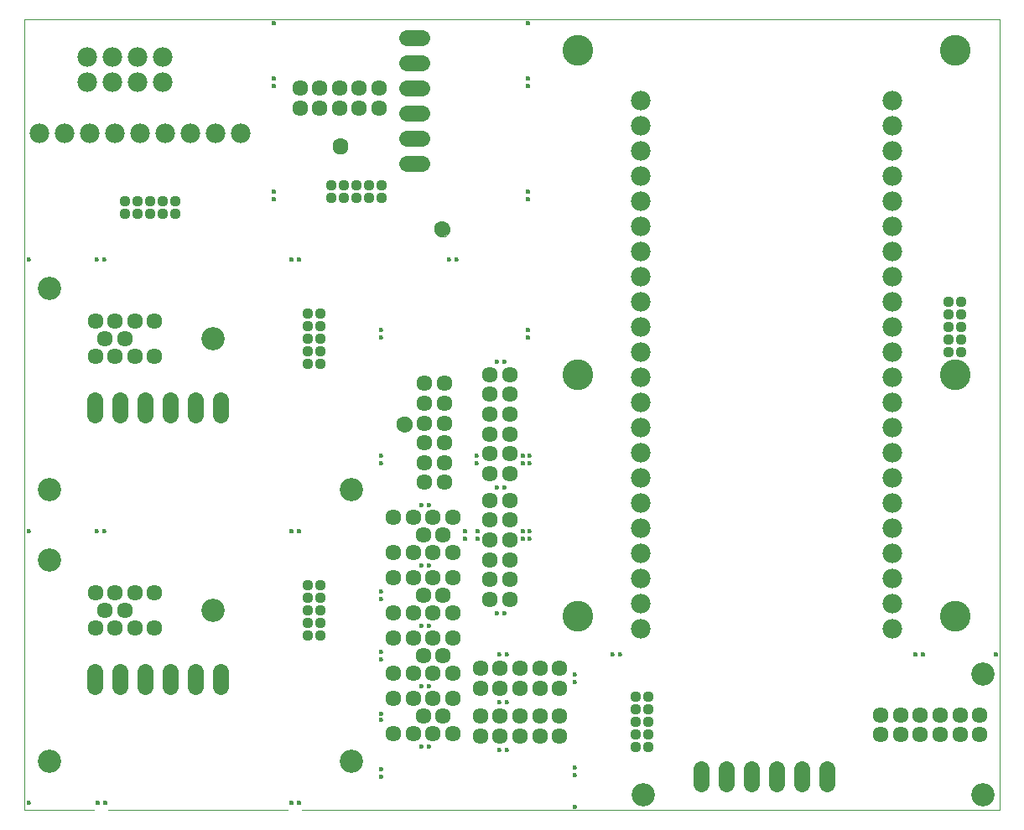
<source format=gbs>
G75*
%MOIN*%
%OFA0B0*%
%FSLAX25Y25*%
%IPPOS*%
%LPD*%
%AMOC8*
5,1,8,0,0,1.08239X$1,22.5*
%
%ADD10C,0.00000*%
%ADD11C,0.06306*%
%ADD12C,0.01778*%
%ADD13C,0.04400*%
%ADD14C,0.06337*%
%ADD15C,0.06400*%
%ADD16C,0.07800*%
%ADD17C,0.09258*%
%ADD18C,0.12211*%
D10*
X0003550Y0003550D02*
X0031294Y0003550D01*
X0031861Y0006550D02*
X0031863Y0006602D01*
X0031869Y0006654D01*
X0031879Y0006705D01*
X0031892Y0006755D01*
X0031910Y0006805D01*
X0031931Y0006852D01*
X0031955Y0006898D01*
X0031984Y0006942D01*
X0032015Y0006984D01*
X0032049Y0007023D01*
X0032086Y0007060D01*
X0032126Y0007093D01*
X0032169Y0007124D01*
X0032213Y0007151D01*
X0032259Y0007175D01*
X0032308Y0007195D01*
X0032357Y0007211D01*
X0032408Y0007224D01*
X0032459Y0007233D01*
X0032511Y0007238D01*
X0032563Y0007239D01*
X0032615Y0007236D01*
X0032667Y0007229D01*
X0032718Y0007218D01*
X0032768Y0007204D01*
X0032817Y0007185D01*
X0032864Y0007163D01*
X0032909Y0007138D01*
X0032953Y0007109D01*
X0032994Y0007077D01*
X0033033Y0007042D01*
X0033068Y0007004D01*
X0033101Y0006963D01*
X0033131Y0006921D01*
X0033157Y0006876D01*
X0033180Y0006829D01*
X0033199Y0006780D01*
X0033215Y0006730D01*
X0033227Y0006680D01*
X0033235Y0006628D01*
X0033239Y0006576D01*
X0033239Y0006524D01*
X0033235Y0006472D01*
X0033227Y0006420D01*
X0033215Y0006370D01*
X0033199Y0006320D01*
X0033180Y0006271D01*
X0033157Y0006224D01*
X0033131Y0006179D01*
X0033101Y0006137D01*
X0033068Y0006096D01*
X0033033Y0006058D01*
X0032994Y0006023D01*
X0032953Y0005991D01*
X0032909Y0005962D01*
X0032864Y0005937D01*
X0032817Y0005915D01*
X0032768Y0005896D01*
X0032718Y0005882D01*
X0032667Y0005871D01*
X0032615Y0005864D01*
X0032563Y0005861D01*
X0032511Y0005862D01*
X0032459Y0005867D01*
X0032408Y0005876D01*
X0032357Y0005889D01*
X0032308Y0005905D01*
X0032259Y0005925D01*
X0032213Y0005949D01*
X0032169Y0005976D01*
X0032126Y0006007D01*
X0032086Y0006040D01*
X0032049Y0006077D01*
X0032015Y0006116D01*
X0031984Y0006158D01*
X0031955Y0006202D01*
X0031931Y0006248D01*
X0031910Y0006295D01*
X0031892Y0006345D01*
X0031879Y0006395D01*
X0031869Y0006446D01*
X0031863Y0006498D01*
X0031861Y0006550D01*
X0034861Y0006550D02*
X0034863Y0006602D01*
X0034869Y0006654D01*
X0034879Y0006705D01*
X0034892Y0006755D01*
X0034910Y0006805D01*
X0034931Y0006852D01*
X0034955Y0006898D01*
X0034984Y0006942D01*
X0035015Y0006984D01*
X0035049Y0007023D01*
X0035086Y0007060D01*
X0035126Y0007093D01*
X0035169Y0007124D01*
X0035213Y0007151D01*
X0035259Y0007175D01*
X0035308Y0007195D01*
X0035357Y0007211D01*
X0035408Y0007224D01*
X0035459Y0007233D01*
X0035511Y0007238D01*
X0035563Y0007239D01*
X0035615Y0007236D01*
X0035667Y0007229D01*
X0035718Y0007218D01*
X0035768Y0007204D01*
X0035817Y0007185D01*
X0035864Y0007163D01*
X0035909Y0007138D01*
X0035953Y0007109D01*
X0035994Y0007077D01*
X0036033Y0007042D01*
X0036068Y0007004D01*
X0036101Y0006963D01*
X0036131Y0006921D01*
X0036157Y0006876D01*
X0036180Y0006829D01*
X0036199Y0006780D01*
X0036215Y0006730D01*
X0036227Y0006680D01*
X0036235Y0006628D01*
X0036239Y0006576D01*
X0036239Y0006524D01*
X0036235Y0006472D01*
X0036227Y0006420D01*
X0036215Y0006370D01*
X0036199Y0006320D01*
X0036180Y0006271D01*
X0036157Y0006224D01*
X0036131Y0006179D01*
X0036101Y0006137D01*
X0036068Y0006096D01*
X0036033Y0006058D01*
X0035994Y0006023D01*
X0035953Y0005991D01*
X0035909Y0005962D01*
X0035864Y0005937D01*
X0035817Y0005915D01*
X0035768Y0005896D01*
X0035718Y0005882D01*
X0035667Y0005871D01*
X0035615Y0005864D01*
X0035563Y0005861D01*
X0035511Y0005862D01*
X0035459Y0005867D01*
X0035408Y0005876D01*
X0035357Y0005889D01*
X0035308Y0005905D01*
X0035259Y0005925D01*
X0035213Y0005949D01*
X0035169Y0005976D01*
X0035126Y0006007D01*
X0035086Y0006040D01*
X0035049Y0006077D01*
X0035015Y0006116D01*
X0034984Y0006158D01*
X0034955Y0006202D01*
X0034931Y0006248D01*
X0034910Y0006295D01*
X0034892Y0006345D01*
X0034879Y0006395D01*
X0034869Y0006446D01*
X0034863Y0006498D01*
X0034861Y0006550D01*
X0036806Y0003550D02*
X0108294Y0003550D01*
X0108861Y0006550D02*
X0108863Y0006602D01*
X0108869Y0006654D01*
X0108879Y0006705D01*
X0108892Y0006755D01*
X0108910Y0006805D01*
X0108931Y0006852D01*
X0108955Y0006898D01*
X0108984Y0006942D01*
X0109015Y0006984D01*
X0109049Y0007023D01*
X0109086Y0007060D01*
X0109126Y0007093D01*
X0109169Y0007124D01*
X0109213Y0007151D01*
X0109259Y0007175D01*
X0109308Y0007195D01*
X0109357Y0007211D01*
X0109408Y0007224D01*
X0109459Y0007233D01*
X0109511Y0007238D01*
X0109563Y0007239D01*
X0109615Y0007236D01*
X0109667Y0007229D01*
X0109718Y0007218D01*
X0109768Y0007204D01*
X0109817Y0007185D01*
X0109864Y0007163D01*
X0109909Y0007138D01*
X0109953Y0007109D01*
X0109994Y0007077D01*
X0110033Y0007042D01*
X0110068Y0007004D01*
X0110101Y0006963D01*
X0110131Y0006921D01*
X0110157Y0006876D01*
X0110180Y0006829D01*
X0110199Y0006780D01*
X0110215Y0006730D01*
X0110227Y0006680D01*
X0110235Y0006628D01*
X0110239Y0006576D01*
X0110239Y0006524D01*
X0110235Y0006472D01*
X0110227Y0006420D01*
X0110215Y0006370D01*
X0110199Y0006320D01*
X0110180Y0006271D01*
X0110157Y0006224D01*
X0110131Y0006179D01*
X0110101Y0006137D01*
X0110068Y0006096D01*
X0110033Y0006058D01*
X0109994Y0006023D01*
X0109953Y0005991D01*
X0109909Y0005962D01*
X0109864Y0005937D01*
X0109817Y0005915D01*
X0109768Y0005896D01*
X0109718Y0005882D01*
X0109667Y0005871D01*
X0109615Y0005864D01*
X0109563Y0005861D01*
X0109511Y0005862D01*
X0109459Y0005867D01*
X0109408Y0005876D01*
X0109357Y0005889D01*
X0109308Y0005905D01*
X0109259Y0005925D01*
X0109213Y0005949D01*
X0109169Y0005976D01*
X0109126Y0006007D01*
X0109086Y0006040D01*
X0109049Y0006077D01*
X0109015Y0006116D01*
X0108984Y0006158D01*
X0108955Y0006202D01*
X0108931Y0006248D01*
X0108910Y0006295D01*
X0108892Y0006345D01*
X0108879Y0006395D01*
X0108869Y0006446D01*
X0108863Y0006498D01*
X0108861Y0006550D01*
X0111861Y0006550D02*
X0111863Y0006602D01*
X0111869Y0006654D01*
X0111879Y0006705D01*
X0111892Y0006755D01*
X0111910Y0006805D01*
X0111931Y0006852D01*
X0111955Y0006898D01*
X0111984Y0006942D01*
X0112015Y0006984D01*
X0112049Y0007023D01*
X0112086Y0007060D01*
X0112126Y0007093D01*
X0112169Y0007124D01*
X0112213Y0007151D01*
X0112259Y0007175D01*
X0112308Y0007195D01*
X0112357Y0007211D01*
X0112408Y0007224D01*
X0112459Y0007233D01*
X0112511Y0007238D01*
X0112563Y0007239D01*
X0112615Y0007236D01*
X0112667Y0007229D01*
X0112718Y0007218D01*
X0112768Y0007204D01*
X0112817Y0007185D01*
X0112864Y0007163D01*
X0112909Y0007138D01*
X0112953Y0007109D01*
X0112994Y0007077D01*
X0113033Y0007042D01*
X0113068Y0007004D01*
X0113101Y0006963D01*
X0113131Y0006921D01*
X0113157Y0006876D01*
X0113180Y0006829D01*
X0113199Y0006780D01*
X0113215Y0006730D01*
X0113227Y0006680D01*
X0113235Y0006628D01*
X0113239Y0006576D01*
X0113239Y0006524D01*
X0113235Y0006472D01*
X0113227Y0006420D01*
X0113215Y0006370D01*
X0113199Y0006320D01*
X0113180Y0006271D01*
X0113157Y0006224D01*
X0113131Y0006179D01*
X0113101Y0006137D01*
X0113068Y0006096D01*
X0113033Y0006058D01*
X0112994Y0006023D01*
X0112953Y0005991D01*
X0112909Y0005962D01*
X0112864Y0005937D01*
X0112817Y0005915D01*
X0112768Y0005896D01*
X0112718Y0005882D01*
X0112667Y0005871D01*
X0112615Y0005864D01*
X0112563Y0005861D01*
X0112511Y0005862D01*
X0112459Y0005867D01*
X0112408Y0005876D01*
X0112357Y0005889D01*
X0112308Y0005905D01*
X0112259Y0005925D01*
X0112213Y0005949D01*
X0112169Y0005976D01*
X0112126Y0006007D01*
X0112086Y0006040D01*
X0112049Y0006077D01*
X0112015Y0006116D01*
X0111984Y0006158D01*
X0111955Y0006202D01*
X0111931Y0006248D01*
X0111910Y0006295D01*
X0111892Y0006345D01*
X0111879Y0006395D01*
X0111869Y0006446D01*
X0111863Y0006498D01*
X0111861Y0006550D01*
X0113806Y0003550D02*
X0391251Y0003550D01*
X0391251Y0318011D01*
X0003550Y0318011D01*
X0003550Y0003550D01*
X0004361Y0006550D02*
X0004363Y0006602D01*
X0004369Y0006654D01*
X0004379Y0006705D01*
X0004392Y0006755D01*
X0004410Y0006805D01*
X0004431Y0006852D01*
X0004455Y0006898D01*
X0004484Y0006942D01*
X0004515Y0006984D01*
X0004549Y0007023D01*
X0004586Y0007060D01*
X0004626Y0007093D01*
X0004669Y0007124D01*
X0004713Y0007151D01*
X0004759Y0007175D01*
X0004808Y0007195D01*
X0004857Y0007211D01*
X0004908Y0007224D01*
X0004959Y0007233D01*
X0005011Y0007238D01*
X0005063Y0007239D01*
X0005115Y0007236D01*
X0005167Y0007229D01*
X0005218Y0007218D01*
X0005268Y0007204D01*
X0005317Y0007185D01*
X0005364Y0007163D01*
X0005409Y0007138D01*
X0005453Y0007109D01*
X0005494Y0007077D01*
X0005533Y0007042D01*
X0005568Y0007004D01*
X0005601Y0006963D01*
X0005631Y0006921D01*
X0005657Y0006876D01*
X0005680Y0006829D01*
X0005699Y0006780D01*
X0005715Y0006730D01*
X0005727Y0006680D01*
X0005735Y0006628D01*
X0005739Y0006576D01*
X0005739Y0006524D01*
X0005735Y0006472D01*
X0005727Y0006420D01*
X0005715Y0006370D01*
X0005699Y0006320D01*
X0005680Y0006271D01*
X0005657Y0006224D01*
X0005631Y0006179D01*
X0005601Y0006137D01*
X0005568Y0006096D01*
X0005533Y0006058D01*
X0005494Y0006023D01*
X0005453Y0005991D01*
X0005409Y0005962D01*
X0005364Y0005937D01*
X0005317Y0005915D01*
X0005268Y0005896D01*
X0005218Y0005882D01*
X0005167Y0005871D01*
X0005115Y0005864D01*
X0005063Y0005861D01*
X0005011Y0005862D01*
X0004959Y0005867D01*
X0004908Y0005876D01*
X0004857Y0005889D01*
X0004808Y0005905D01*
X0004759Y0005925D01*
X0004713Y0005949D01*
X0004669Y0005976D01*
X0004626Y0006007D01*
X0004586Y0006040D01*
X0004549Y0006077D01*
X0004515Y0006116D01*
X0004484Y0006158D01*
X0004455Y0006202D01*
X0004431Y0006248D01*
X0004410Y0006295D01*
X0004392Y0006345D01*
X0004379Y0006395D01*
X0004369Y0006446D01*
X0004363Y0006498D01*
X0004361Y0006550D01*
X0004361Y0114550D02*
X0004363Y0114602D01*
X0004369Y0114654D01*
X0004379Y0114705D01*
X0004392Y0114755D01*
X0004410Y0114805D01*
X0004431Y0114852D01*
X0004455Y0114898D01*
X0004484Y0114942D01*
X0004515Y0114984D01*
X0004549Y0115023D01*
X0004586Y0115060D01*
X0004626Y0115093D01*
X0004669Y0115124D01*
X0004713Y0115151D01*
X0004759Y0115175D01*
X0004808Y0115195D01*
X0004857Y0115211D01*
X0004908Y0115224D01*
X0004959Y0115233D01*
X0005011Y0115238D01*
X0005063Y0115239D01*
X0005115Y0115236D01*
X0005167Y0115229D01*
X0005218Y0115218D01*
X0005268Y0115204D01*
X0005317Y0115185D01*
X0005364Y0115163D01*
X0005409Y0115138D01*
X0005453Y0115109D01*
X0005494Y0115077D01*
X0005533Y0115042D01*
X0005568Y0115004D01*
X0005601Y0114963D01*
X0005631Y0114921D01*
X0005657Y0114876D01*
X0005680Y0114829D01*
X0005699Y0114780D01*
X0005715Y0114730D01*
X0005727Y0114680D01*
X0005735Y0114628D01*
X0005739Y0114576D01*
X0005739Y0114524D01*
X0005735Y0114472D01*
X0005727Y0114420D01*
X0005715Y0114370D01*
X0005699Y0114320D01*
X0005680Y0114271D01*
X0005657Y0114224D01*
X0005631Y0114179D01*
X0005601Y0114137D01*
X0005568Y0114096D01*
X0005533Y0114058D01*
X0005494Y0114023D01*
X0005453Y0113991D01*
X0005409Y0113962D01*
X0005364Y0113937D01*
X0005317Y0113915D01*
X0005268Y0113896D01*
X0005218Y0113882D01*
X0005167Y0113871D01*
X0005115Y0113864D01*
X0005063Y0113861D01*
X0005011Y0113862D01*
X0004959Y0113867D01*
X0004908Y0113876D01*
X0004857Y0113889D01*
X0004808Y0113905D01*
X0004759Y0113925D01*
X0004713Y0113949D01*
X0004669Y0113976D01*
X0004626Y0114007D01*
X0004586Y0114040D01*
X0004549Y0114077D01*
X0004515Y0114116D01*
X0004484Y0114158D01*
X0004455Y0114202D01*
X0004431Y0114248D01*
X0004410Y0114295D01*
X0004392Y0114345D01*
X0004379Y0114395D01*
X0004369Y0114446D01*
X0004363Y0114498D01*
X0004361Y0114550D01*
X0031361Y0114550D02*
X0031363Y0114602D01*
X0031369Y0114654D01*
X0031379Y0114705D01*
X0031392Y0114755D01*
X0031410Y0114805D01*
X0031431Y0114852D01*
X0031455Y0114898D01*
X0031484Y0114942D01*
X0031515Y0114984D01*
X0031549Y0115023D01*
X0031586Y0115060D01*
X0031626Y0115093D01*
X0031669Y0115124D01*
X0031713Y0115151D01*
X0031759Y0115175D01*
X0031808Y0115195D01*
X0031857Y0115211D01*
X0031908Y0115224D01*
X0031959Y0115233D01*
X0032011Y0115238D01*
X0032063Y0115239D01*
X0032115Y0115236D01*
X0032167Y0115229D01*
X0032218Y0115218D01*
X0032268Y0115204D01*
X0032317Y0115185D01*
X0032364Y0115163D01*
X0032409Y0115138D01*
X0032453Y0115109D01*
X0032494Y0115077D01*
X0032533Y0115042D01*
X0032568Y0115004D01*
X0032601Y0114963D01*
X0032631Y0114921D01*
X0032657Y0114876D01*
X0032680Y0114829D01*
X0032699Y0114780D01*
X0032715Y0114730D01*
X0032727Y0114680D01*
X0032735Y0114628D01*
X0032739Y0114576D01*
X0032739Y0114524D01*
X0032735Y0114472D01*
X0032727Y0114420D01*
X0032715Y0114370D01*
X0032699Y0114320D01*
X0032680Y0114271D01*
X0032657Y0114224D01*
X0032631Y0114179D01*
X0032601Y0114137D01*
X0032568Y0114096D01*
X0032533Y0114058D01*
X0032494Y0114023D01*
X0032453Y0113991D01*
X0032409Y0113962D01*
X0032364Y0113937D01*
X0032317Y0113915D01*
X0032268Y0113896D01*
X0032218Y0113882D01*
X0032167Y0113871D01*
X0032115Y0113864D01*
X0032063Y0113861D01*
X0032011Y0113862D01*
X0031959Y0113867D01*
X0031908Y0113876D01*
X0031857Y0113889D01*
X0031808Y0113905D01*
X0031759Y0113925D01*
X0031713Y0113949D01*
X0031669Y0113976D01*
X0031626Y0114007D01*
X0031586Y0114040D01*
X0031549Y0114077D01*
X0031515Y0114116D01*
X0031484Y0114158D01*
X0031455Y0114202D01*
X0031431Y0114248D01*
X0031410Y0114295D01*
X0031392Y0114345D01*
X0031379Y0114395D01*
X0031369Y0114446D01*
X0031363Y0114498D01*
X0031361Y0114550D01*
X0034361Y0114550D02*
X0034363Y0114602D01*
X0034369Y0114654D01*
X0034379Y0114705D01*
X0034392Y0114755D01*
X0034410Y0114805D01*
X0034431Y0114852D01*
X0034455Y0114898D01*
X0034484Y0114942D01*
X0034515Y0114984D01*
X0034549Y0115023D01*
X0034586Y0115060D01*
X0034626Y0115093D01*
X0034669Y0115124D01*
X0034713Y0115151D01*
X0034759Y0115175D01*
X0034808Y0115195D01*
X0034857Y0115211D01*
X0034908Y0115224D01*
X0034959Y0115233D01*
X0035011Y0115238D01*
X0035063Y0115239D01*
X0035115Y0115236D01*
X0035167Y0115229D01*
X0035218Y0115218D01*
X0035268Y0115204D01*
X0035317Y0115185D01*
X0035364Y0115163D01*
X0035409Y0115138D01*
X0035453Y0115109D01*
X0035494Y0115077D01*
X0035533Y0115042D01*
X0035568Y0115004D01*
X0035601Y0114963D01*
X0035631Y0114921D01*
X0035657Y0114876D01*
X0035680Y0114829D01*
X0035699Y0114780D01*
X0035715Y0114730D01*
X0035727Y0114680D01*
X0035735Y0114628D01*
X0035739Y0114576D01*
X0035739Y0114524D01*
X0035735Y0114472D01*
X0035727Y0114420D01*
X0035715Y0114370D01*
X0035699Y0114320D01*
X0035680Y0114271D01*
X0035657Y0114224D01*
X0035631Y0114179D01*
X0035601Y0114137D01*
X0035568Y0114096D01*
X0035533Y0114058D01*
X0035494Y0114023D01*
X0035453Y0113991D01*
X0035409Y0113962D01*
X0035364Y0113937D01*
X0035317Y0113915D01*
X0035268Y0113896D01*
X0035218Y0113882D01*
X0035167Y0113871D01*
X0035115Y0113864D01*
X0035063Y0113861D01*
X0035011Y0113862D01*
X0034959Y0113867D01*
X0034908Y0113876D01*
X0034857Y0113889D01*
X0034808Y0113905D01*
X0034759Y0113925D01*
X0034713Y0113949D01*
X0034669Y0113976D01*
X0034626Y0114007D01*
X0034586Y0114040D01*
X0034549Y0114077D01*
X0034515Y0114116D01*
X0034484Y0114158D01*
X0034455Y0114202D01*
X0034431Y0114248D01*
X0034410Y0114295D01*
X0034392Y0114345D01*
X0034379Y0114395D01*
X0034369Y0114446D01*
X0034363Y0114498D01*
X0034361Y0114550D01*
X0108861Y0114550D02*
X0108863Y0114602D01*
X0108869Y0114654D01*
X0108879Y0114705D01*
X0108892Y0114755D01*
X0108910Y0114805D01*
X0108931Y0114852D01*
X0108955Y0114898D01*
X0108984Y0114942D01*
X0109015Y0114984D01*
X0109049Y0115023D01*
X0109086Y0115060D01*
X0109126Y0115093D01*
X0109169Y0115124D01*
X0109213Y0115151D01*
X0109259Y0115175D01*
X0109308Y0115195D01*
X0109357Y0115211D01*
X0109408Y0115224D01*
X0109459Y0115233D01*
X0109511Y0115238D01*
X0109563Y0115239D01*
X0109615Y0115236D01*
X0109667Y0115229D01*
X0109718Y0115218D01*
X0109768Y0115204D01*
X0109817Y0115185D01*
X0109864Y0115163D01*
X0109909Y0115138D01*
X0109953Y0115109D01*
X0109994Y0115077D01*
X0110033Y0115042D01*
X0110068Y0115004D01*
X0110101Y0114963D01*
X0110131Y0114921D01*
X0110157Y0114876D01*
X0110180Y0114829D01*
X0110199Y0114780D01*
X0110215Y0114730D01*
X0110227Y0114680D01*
X0110235Y0114628D01*
X0110239Y0114576D01*
X0110239Y0114524D01*
X0110235Y0114472D01*
X0110227Y0114420D01*
X0110215Y0114370D01*
X0110199Y0114320D01*
X0110180Y0114271D01*
X0110157Y0114224D01*
X0110131Y0114179D01*
X0110101Y0114137D01*
X0110068Y0114096D01*
X0110033Y0114058D01*
X0109994Y0114023D01*
X0109953Y0113991D01*
X0109909Y0113962D01*
X0109864Y0113937D01*
X0109817Y0113915D01*
X0109768Y0113896D01*
X0109718Y0113882D01*
X0109667Y0113871D01*
X0109615Y0113864D01*
X0109563Y0113861D01*
X0109511Y0113862D01*
X0109459Y0113867D01*
X0109408Y0113876D01*
X0109357Y0113889D01*
X0109308Y0113905D01*
X0109259Y0113925D01*
X0109213Y0113949D01*
X0109169Y0113976D01*
X0109126Y0114007D01*
X0109086Y0114040D01*
X0109049Y0114077D01*
X0109015Y0114116D01*
X0108984Y0114158D01*
X0108955Y0114202D01*
X0108931Y0114248D01*
X0108910Y0114295D01*
X0108892Y0114345D01*
X0108879Y0114395D01*
X0108869Y0114446D01*
X0108863Y0114498D01*
X0108861Y0114550D01*
X0111861Y0114550D02*
X0111863Y0114602D01*
X0111869Y0114654D01*
X0111879Y0114705D01*
X0111892Y0114755D01*
X0111910Y0114805D01*
X0111931Y0114852D01*
X0111955Y0114898D01*
X0111984Y0114942D01*
X0112015Y0114984D01*
X0112049Y0115023D01*
X0112086Y0115060D01*
X0112126Y0115093D01*
X0112169Y0115124D01*
X0112213Y0115151D01*
X0112259Y0115175D01*
X0112308Y0115195D01*
X0112357Y0115211D01*
X0112408Y0115224D01*
X0112459Y0115233D01*
X0112511Y0115238D01*
X0112563Y0115239D01*
X0112615Y0115236D01*
X0112667Y0115229D01*
X0112718Y0115218D01*
X0112768Y0115204D01*
X0112817Y0115185D01*
X0112864Y0115163D01*
X0112909Y0115138D01*
X0112953Y0115109D01*
X0112994Y0115077D01*
X0113033Y0115042D01*
X0113068Y0115004D01*
X0113101Y0114963D01*
X0113131Y0114921D01*
X0113157Y0114876D01*
X0113180Y0114829D01*
X0113199Y0114780D01*
X0113215Y0114730D01*
X0113227Y0114680D01*
X0113235Y0114628D01*
X0113239Y0114576D01*
X0113239Y0114524D01*
X0113235Y0114472D01*
X0113227Y0114420D01*
X0113215Y0114370D01*
X0113199Y0114320D01*
X0113180Y0114271D01*
X0113157Y0114224D01*
X0113131Y0114179D01*
X0113101Y0114137D01*
X0113068Y0114096D01*
X0113033Y0114058D01*
X0112994Y0114023D01*
X0112953Y0113991D01*
X0112909Y0113962D01*
X0112864Y0113937D01*
X0112817Y0113915D01*
X0112768Y0113896D01*
X0112718Y0113882D01*
X0112667Y0113871D01*
X0112615Y0113864D01*
X0112563Y0113861D01*
X0112511Y0113862D01*
X0112459Y0113867D01*
X0112408Y0113876D01*
X0112357Y0113889D01*
X0112308Y0113905D01*
X0112259Y0113925D01*
X0112213Y0113949D01*
X0112169Y0113976D01*
X0112126Y0114007D01*
X0112086Y0114040D01*
X0112049Y0114077D01*
X0112015Y0114116D01*
X0111984Y0114158D01*
X0111955Y0114202D01*
X0111931Y0114248D01*
X0111910Y0114295D01*
X0111892Y0114345D01*
X0111879Y0114395D01*
X0111869Y0114446D01*
X0111863Y0114498D01*
X0111861Y0114550D01*
X0144361Y0090550D02*
X0144363Y0090602D01*
X0144369Y0090654D01*
X0144379Y0090705D01*
X0144392Y0090755D01*
X0144410Y0090805D01*
X0144431Y0090852D01*
X0144455Y0090898D01*
X0144484Y0090942D01*
X0144515Y0090984D01*
X0144549Y0091023D01*
X0144586Y0091060D01*
X0144626Y0091093D01*
X0144669Y0091124D01*
X0144713Y0091151D01*
X0144759Y0091175D01*
X0144808Y0091195D01*
X0144857Y0091211D01*
X0144908Y0091224D01*
X0144959Y0091233D01*
X0145011Y0091238D01*
X0145063Y0091239D01*
X0145115Y0091236D01*
X0145167Y0091229D01*
X0145218Y0091218D01*
X0145268Y0091204D01*
X0145317Y0091185D01*
X0145364Y0091163D01*
X0145409Y0091138D01*
X0145453Y0091109D01*
X0145494Y0091077D01*
X0145533Y0091042D01*
X0145568Y0091004D01*
X0145601Y0090963D01*
X0145631Y0090921D01*
X0145657Y0090876D01*
X0145680Y0090829D01*
X0145699Y0090780D01*
X0145715Y0090730D01*
X0145727Y0090680D01*
X0145735Y0090628D01*
X0145739Y0090576D01*
X0145739Y0090524D01*
X0145735Y0090472D01*
X0145727Y0090420D01*
X0145715Y0090370D01*
X0145699Y0090320D01*
X0145680Y0090271D01*
X0145657Y0090224D01*
X0145631Y0090179D01*
X0145601Y0090137D01*
X0145568Y0090096D01*
X0145533Y0090058D01*
X0145494Y0090023D01*
X0145453Y0089991D01*
X0145409Y0089962D01*
X0145364Y0089937D01*
X0145317Y0089915D01*
X0145268Y0089896D01*
X0145218Y0089882D01*
X0145167Y0089871D01*
X0145115Y0089864D01*
X0145063Y0089861D01*
X0145011Y0089862D01*
X0144959Y0089867D01*
X0144908Y0089876D01*
X0144857Y0089889D01*
X0144808Y0089905D01*
X0144759Y0089925D01*
X0144713Y0089949D01*
X0144669Y0089976D01*
X0144626Y0090007D01*
X0144586Y0090040D01*
X0144549Y0090077D01*
X0144515Y0090116D01*
X0144484Y0090158D01*
X0144455Y0090202D01*
X0144431Y0090248D01*
X0144410Y0090295D01*
X0144392Y0090345D01*
X0144379Y0090395D01*
X0144369Y0090446D01*
X0144363Y0090498D01*
X0144361Y0090550D01*
X0144361Y0087550D02*
X0144363Y0087602D01*
X0144369Y0087654D01*
X0144379Y0087705D01*
X0144392Y0087755D01*
X0144410Y0087805D01*
X0144431Y0087852D01*
X0144455Y0087898D01*
X0144484Y0087942D01*
X0144515Y0087984D01*
X0144549Y0088023D01*
X0144586Y0088060D01*
X0144626Y0088093D01*
X0144669Y0088124D01*
X0144713Y0088151D01*
X0144759Y0088175D01*
X0144808Y0088195D01*
X0144857Y0088211D01*
X0144908Y0088224D01*
X0144959Y0088233D01*
X0145011Y0088238D01*
X0145063Y0088239D01*
X0145115Y0088236D01*
X0145167Y0088229D01*
X0145218Y0088218D01*
X0145268Y0088204D01*
X0145317Y0088185D01*
X0145364Y0088163D01*
X0145409Y0088138D01*
X0145453Y0088109D01*
X0145494Y0088077D01*
X0145533Y0088042D01*
X0145568Y0088004D01*
X0145601Y0087963D01*
X0145631Y0087921D01*
X0145657Y0087876D01*
X0145680Y0087829D01*
X0145699Y0087780D01*
X0145715Y0087730D01*
X0145727Y0087680D01*
X0145735Y0087628D01*
X0145739Y0087576D01*
X0145739Y0087524D01*
X0145735Y0087472D01*
X0145727Y0087420D01*
X0145715Y0087370D01*
X0145699Y0087320D01*
X0145680Y0087271D01*
X0145657Y0087224D01*
X0145631Y0087179D01*
X0145601Y0087137D01*
X0145568Y0087096D01*
X0145533Y0087058D01*
X0145494Y0087023D01*
X0145453Y0086991D01*
X0145409Y0086962D01*
X0145364Y0086937D01*
X0145317Y0086915D01*
X0145268Y0086896D01*
X0145218Y0086882D01*
X0145167Y0086871D01*
X0145115Y0086864D01*
X0145063Y0086861D01*
X0145011Y0086862D01*
X0144959Y0086867D01*
X0144908Y0086876D01*
X0144857Y0086889D01*
X0144808Y0086905D01*
X0144759Y0086925D01*
X0144713Y0086949D01*
X0144669Y0086976D01*
X0144626Y0087007D01*
X0144586Y0087040D01*
X0144549Y0087077D01*
X0144515Y0087116D01*
X0144484Y0087158D01*
X0144455Y0087202D01*
X0144431Y0087248D01*
X0144410Y0087295D01*
X0144392Y0087345D01*
X0144379Y0087395D01*
X0144369Y0087446D01*
X0144363Y0087498D01*
X0144361Y0087550D01*
X0160361Y0077050D02*
X0160363Y0077102D01*
X0160369Y0077154D01*
X0160379Y0077205D01*
X0160392Y0077255D01*
X0160410Y0077305D01*
X0160431Y0077352D01*
X0160455Y0077398D01*
X0160484Y0077442D01*
X0160515Y0077484D01*
X0160549Y0077523D01*
X0160586Y0077560D01*
X0160626Y0077593D01*
X0160669Y0077624D01*
X0160713Y0077651D01*
X0160759Y0077675D01*
X0160808Y0077695D01*
X0160857Y0077711D01*
X0160908Y0077724D01*
X0160959Y0077733D01*
X0161011Y0077738D01*
X0161063Y0077739D01*
X0161115Y0077736D01*
X0161167Y0077729D01*
X0161218Y0077718D01*
X0161268Y0077704D01*
X0161317Y0077685D01*
X0161364Y0077663D01*
X0161409Y0077638D01*
X0161453Y0077609D01*
X0161494Y0077577D01*
X0161533Y0077542D01*
X0161568Y0077504D01*
X0161601Y0077463D01*
X0161631Y0077421D01*
X0161657Y0077376D01*
X0161680Y0077329D01*
X0161699Y0077280D01*
X0161715Y0077230D01*
X0161727Y0077180D01*
X0161735Y0077128D01*
X0161739Y0077076D01*
X0161739Y0077024D01*
X0161735Y0076972D01*
X0161727Y0076920D01*
X0161715Y0076870D01*
X0161699Y0076820D01*
X0161680Y0076771D01*
X0161657Y0076724D01*
X0161631Y0076679D01*
X0161601Y0076637D01*
X0161568Y0076596D01*
X0161533Y0076558D01*
X0161494Y0076523D01*
X0161453Y0076491D01*
X0161409Y0076462D01*
X0161364Y0076437D01*
X0161317Y0076415D01*
X0161268Y0076396D01*
X0161218Y0076382D01*
X0161167Y0076371D01*
X0161115Y0076364D01*
X0161063Y0076361D01*
X0161011Y0076362D01*
X0160959Y0076367D01*
X0160908Y0076376D01*
X0160857Y0076389D01*
X0160808Y0076405D01*
X0160759Y0076425D01*
X0160713Y0076449D01*
X0160669Y0076476D01*
X0160626Y0076507D01*
X0160586Y0076540D01*
X0160549Y0076577D01*
X0160515Y0076616D01*
X0160484Y0076658D01*
X0160455Y0076702D01*
X0160431Y0076748D01*
X0160410Y0076795D01*
X0160392Y0076845D01*
X0160379Y0076895D01*
X0160369Y0076946D01*
X0160363Y0076998D01*
X0160361Y0077050D01*
X0163361Y0077050D02*
X0163363Y0077102D01*
X0163369Y0077154D01*
X0163379Y0077205D01*
X0163392Y0077255D01*
X0163410Y0077305D01*
X0163431Y0077352D01*
X0163455Y0077398D01*
X0163484Y0077442D01*
X0163515Y0077484D01*
X0163549Y0077523D01*
X0163586Y0077560D01*
X0163626Y0077593D01*
X0163669Y0077624D01*
X0163713Y0077651D01*
X0163759Y0077675D01*
X0163808Y0077695D01*
X0163857Y0077711D01*
X0163908Y0077724D01*
X0163959Y0077733D01*
X0164011Y0077738D01*
X0164063Y0077739D01*
X0164115Y0077736D01*
X0164167Y0077729D01*
X0164218Y0077718D01*
X0164268Y0077704D01*
X0164317Y0077685D01*
X0164364Y0077663D01*
X0164409Y0077638D01*
X0164453Y0077609D01*
X0164494Y0077577D01*
X0164533Y0077542D01*
X0164568Y0077504D01*
X0164601Y0077463D01*
X0164631Y0077421D01*
X0164657Y0077376D01*
X0164680Y0077329D01*
X0164699Y0077280D01*
X0164715Y0077230D01*
X0164727Y0077180D01*
X0164735Y0077128D01*
X0164739Y0077076D01*
X0164739Y0077024D01*
X0164735Y0076972D01*
X0164727Y0076920D01*
X0164715Y0076870D01*
X0164699Y0076820D01*
X0164680Y0076771D01*
X0164657Y0076724D01*
X0164631Y0076679D01*
X0164601Y0076637D01*
X0164568Y0076596D01*
X0164533Y0076558D01*
X0164494Y0076523D01*
X0164453Y0076491D01*
X0164409Y0076462D01*
X0164364Y0076437D01*
X0164317Y0076415D01*
X0164268Y0076396D01*
X0164218Y0076382D01*
X0164167Y0076371D01*
X0164115Y0076364D01*
X0164063Y0076361D01*
X0164011Y0076362D01*
X0163959Y0076367D01*
X0163908Y0076376D01*
X0163857Y0076389D01*
X0163808Y0076405D01*
X0163759Y0076425D01*
X0163713Y0076449D01*
X0163669Y0076476D01*
X0163626Y0076507D01*
X0163586Y0076540D01*
X0163549Y0076577D01*
X0163515Y0076616D01*
X0163484Y0076658D01*
X0163455Y0076702D01*
X0163431Y0076748D01*
X0163410Y0076795D01*
X0163392Y0076845D01*
X0163379Y0076895D01*
X0163369Y0076946D01*
X0163363Y0076998D01*
X0163361Y0077050D01*
X0144361Y0066550D02*
X0144363Y0066602D01*
X0144369Y0066654D01*
X0144379Y0066705D01*
X0144392Y0066755D01*
X0144410Y0066805D01*
X0144431Y0066852D01*
X0144455Y0066898D01*
X0144484Y0066942D01*
X0144515Y0066984D01*
X0144549Y0067023D01*
X0144586Y0067060D01*
X0144626Y0067093D01*
X0144669Y0067124D01*
X0144713Y0067151D01*
X0144759Y0067175D01*
X0144808Y0067195D01*
X0144857Y0067211D01*
X0144908Y0067224D01*
X0144959Y0067233D01*
X0145011Y0067238D01*
X0145063Y0067239D01*
X0145115Y0067236D01*
X0145167Y0067229D01*
X0145218Y0067218D01*
X0145268Y0067204D01*
X0145317Y0067185D01*
X0145364Y0067163D01*
X0145409Y0067138D01*
X0145453Y0067109D01*
X0145494Y0067077D01*
X0145533Y0067042D01*
X0145568Y0067004D01*
X0145601Y0066963D01*
X0145631Y0066921D01*
X0145657Y0066876D01*
X0145680Y0066829D01*
X0145699Y0066780D01*
X0145715Y0066730D01*
X0145727Y0066680D01*
X0145735Y0066628D01*
X0145739Y0066576D01*
X0145739Y0066524D01*
X0145735Y0066472D01*
X0145727Y0066420D01*
X0145715Y0066370D01*
X0145699Y0066320D01*
X0145680Y0066271D01*
X0145657Y0066224D01*
X0145631Y0066179D01*
X0145601Y0066137D01*
X0145568Y0066096D01*
X0145533Y0066058D01*
X0145494Y0066023D01*
X0145453Y0065991D01*
X0145409Y0065962D01*
X0145364Y0065937D01*
X0145317Y0065915D01*
X0145268Y0065896D01*
X0145218Y0065882D01*
X0145167Y0065871D01*
X0145115Y0065864D01*
X0145063Y0065861D01*
X0145011Y0065862D01*
X0144959Y0065867D01*
X0144908Y0065876D01*
X0144857Y0065889D01*
X0144808Y0065905D01*
X0144759Y0065925D01*
X0144713Y0065949D01*
X0144669Y0065976D01*
X0144626Y0066007D01*
X0144586Y0066040D01*
X0144549Y0066077D01*
X0144515Y0066116D01*
X0144484Y0066158D01*
X0144455Y0066202D01*
X0144431Y0066248D01*
X0144410Y0066295D01*
X0144392Y0066345D01*
X0144379Y0066395D01*
X0144369Y0066446D01*
X0144363Y0066498D01*
X0144361Y0066550D01*
X0144361Y0063550D02*
X0144363Y0063602D01*
X0144369Y0063654D01*
X0144379Y0063705D01*
X0144392Y0063755D01*
X0144410Y0063805D01*
X0144431Y0063852D01*
X0144455Y0063898D01*
X0144484Y0063942D01*
X0144515Y0063984D01*
X0144549Y0064023D01*
X0144586Y0064060D01*
X0144626Y0064093D01*
X0144669Y0064124D01*
X0144713Y0064151D01*
X0144759Y0064175D01*
X0144808Y0064195D01*
X0144857Y0064211D01*
X0144908Y0064224D01*
X0144959Y0064233D01*
X0145011Y0064238D01*
X0145063Y0064239D01*
X0145115Y0064236D01*
X0145167Y0064229D01*
X0145218Y0064218D01*
X0145268Y0064204D01*
X0145317Y0064185D01*
X0145364Y0064163D01*
X0145409Y0064138D01*
X0145453Y0064109D01*
X0145494Y0064077D01*
X0145533Y0064042D01*
X0145568Y0064004D01*
X0145601Y0063963D01*
X0145631Y0063921D01*
X0145657Y0063876D01*
X0145680Y0063829D01*
X0145699Y0063780D01*
X0145715Y0063730D01*
X0145727Y0063680D01*
X0145735Y0063628D01*
X0145739Y0063576D01*
X0145739Y0063524D01*
X0145735Y0063472D01*
X0145727Y0063420D01*
X0145715Y0063370D01*
X0145699Y0063320D01*
X0145680Y0063271D01*
X0145657Y0063224D01*
X0145631Y0063179D01*
X0145601Y0063137D01*
X0145568Y0063096D01*
X0145533Y0063058D01*
X0145494Y0063023D01*
X0145453Y0062991D01*
X0145409Y0062962D01*
X0145364Y0062937D01*
X0145317Y0062915D01*
X0145268Y0062896D01*
X0145218Y0062882D01*
X0145167Y0062871D01*
X0145115Y0062864D01*
X0145063Y0062861D01*
X0145011Y0062862D01*
X0144959Y0062867D01*
X0144908Y0062876D01*
X0144857Y0062889D01*
X0144808Y0062905D01*
X0144759Y0062925D01*
X0144713Y0062949D01*
X0144669Y0062976D01*
X0144626Y0063007D01*
X0144586Y0063040D01*
X0144549Y0063077D01*
X0144515Y0063116D01*
X0144484Y0063158D01*
X0144455Y0063202D01*
X0144431Y0063248D01*
X0144410Y0063295D01*
X0144392Y0063345D01*
X0144379Y0063395D01*
X0144369Y0063446D01*
X0144363Y0063498D01*
X0144361Y0063550D01*
X0160361Y0053050D02*
X0160363Y0053102D01*
X0160369Y0053154D01*
X0160379Y0053205D01*
X0160392Y0053255D01*
X0160410Y0053305D01*
X0160431Y0053352D01*
X0160455Y0053398D01*
X0160484Y0053442D01*
X0160515Y0053484D01*
X0160549Y0053523D01*
X0160586Y0053560D01*
X0160626Y0053593D01*
X0160669Y0053624D01*
X0160713Y0053651D01*
X0160759Y0053675D01*
X0160808Y0053695D01*
X0160857Y0053711D01*
X0160908Y0053724D01*
X0160959Y0053733D01*
X0161011Y0053738D01*
X0161063Y0053739D01*
X0161115Y0053736D01*
X0161167Y0053729D01*
X0161218Y0053718D01*
X0161268Y0053704D01*
X0161317Y0053685D01*
X0161364Y0053663D01*
X0161409Y0053638D01*
X0161453Y0053609D01*
X0161494Y0053577D01*
X0161533Y0053542D01*
X0161568Y0053504D01*
X0161601Y0053463D01*
X0161631Y0053421D01*
X0161657Y0053376D01*
X0161680Y0053329D01*
X0161699Y0053280D01*
X0161715Y0053230D01*
X0161727Y0053180D01*
X0161735Y0053128D01*
X0161739Y0053076D01*
X0161739Y0053024D01*
X0161735Y0052972D01*
X0161727Y0052920D01*
X0161715Y0052870D01*
X0161699Y0052820D01*
X0161680Y0052771D01*
X0161657Y0052724D01*
X0161631Y0052679D01*
X0161601Y0052637D01*
X0161568Y0052596D01*
X0161533Y0052558D01*
X0161494Y0052523D01*
X0161453Y0052491D01*
X0161409Y0052462D01*
X0161364Y0052437D01*
X0161317Y0052415D01*
X0161268Y0052396D01*
X0161218Y0052382D01*
X0161167Y0052371D01*
X0161115Y0052364D01*
X0161063Y0052361D01*
X0161011Y0052362D01*
X0160959Y0052367D01*
X0160908Y0052376D01*
X0160857Y0052389D01*
X0160808Y0052405D01*
X0160759Y0052425D01*
X0160713Y0052449D01*
X0160669Y0052476D01*
X0160626Y0052507D01*
X0160586Y0052540D01*
X0160549Y0052577D01*
X0160515Y0052616D01*
X0160484Y0052658D01*
X0160455Y0052702D01*
X0160431Y0052748D01*
X0160410Y0052795D01*
X0160392Y0052845D01*
X0160379Y0052895D01*
X0160369Y0052946D01*
X0160363Y0052998D01*
X0160361Y0053050D01*
X0163361Y0053050D02*
X0163363Y0053102D01*
X0163369Y0053154D01*
X0163379Y0053205D01*
X0163392Y0053255D01*
X0163410Y0053305D01*
X0163431Y0053352D01*
X0163455Y0053398D01*
X0163484Y0053442D01*
X0163515Y0053484D01*
X0163549Y0053523D01*
X0163586Y0053560D01*
X0163626Y0053593D01*
X0163669Y0053624D01*
X0163713Y0053651D01*
X0163759Y0053675D01*
X0163808Y0053695D01*
X0163857Y0053711D01*
X0163908Y0053724D01*
X0163959Y0053733D01*
X0164011Y0053738D01*
X0164063Y0053739D01*
X0164115Y0053736D01*
X0164167Y0053729D01*
X0164218Y0053718D01*
X0164268Y0053704D01*
X0164317Y0053685D01*
X0164364Y0053663D01*
X0164409Y0053638D01*
X0164453Y0053609D01*
X0164494Y0053577D01*
X0164533Y0053542D01*
X0164568Y0053504D01*
X0164601Y0053463D01*
X0164631Y0053421D01*
X0164657Y0053376D01*
X0164680Y0053329D01*
X0164699Y0053280D01*
X0164715Y0053230D01*
X0164727Y0053180D01*
X0164735Y0053128D01*
X0164739Y0053076D01*
X0164739Y0053024D01*
X0164735Y0052972D01*
X0164727Y0052920D01*
X0164715Y0052870D01*
X0164699Y0052820D01*
X0164680Y0052771D01*
X0164657Y0052724D01*
X0164631Y0052679D01*
X0164601Y0052637D01*
X0164568Y0052596D01*
X0164533Y0052558D01*
X0164494Y0052523D01*
X0164453Y0052491D01*
X0164409Y0052462D01*
X0164364Y0052437D01*
X0164317Y0052415D01*
X0164268Y0052396D01*
X0164218Y0052382D01*
X0164167Y0052371D01*
X0164115Y0052364D01*
X0164063Y0052361D01*
X0164011Y0052362D01*
X0163959Y0052367D01*
X0163908Y0052376D01*
X0163857Y0052389D01*
X0163808Y0052405D01*
X0163759Y0052425D01*
X0163713Y0052449D01*
X0163669Y0052476D01*
X0163626Y0052507D01*
X0163586Y0052540D01*
X0163549Y0052577D01*
X0163515Y0052616D01*
X0163484Y0052658D01*
X0163455Y0052702D01*
X0163431Y0052748D01*
X0163410Y0052795D01*
X0163392Y0052845D01*
X0163379Y0052895D01*
X0163369Y0052946D01*
X0163363Y0052998D01*
X0163361Y0053050D01*
X0144361Y0042050D02*
X0144363Y0042102D01*
X0144369Y0042154D01*
X0144379Y0042205D01*
X0144392Y0042255D01*
X0144410Y0042305D01*
X0144431Y0042352D01*
X0144455Y0042398D01*
X0144484Y0042442D01*
X0144515Y0042484D01*
X0144549Y0042523D01*
X0144586Y0042560D01*
X0144626Y0042593D01*
X0144669Y0042624D01*
X0144713Y0042651D01*
X0144759Y0042675D01*
X0144808Y0042695D01*
X0144857Y0042711D01*
X0144908Y0042724D01*
X0144959Y0042733D01*
X0145011Y0042738D01*
X0145063Y0042739D01*
X0145115Y0042736D01*
X0145167Y0042729D01*
X0145218Y0042718D01*
X0145268Y0042704D01*
X0145317Y0042685D01*
X0145364Y0042663D01*
X0145409Y0042638D01*
X0145453Y0042609D01*
X0145494Y0042577D01*
X0145533Y0042542D01*
X0145568Y0042504D01*
X0145601Y0042463D01*
X0145631Y0042421D01*
X0145657Y0042376D01*
X0145680Y0042329D01*
X0145699Y0042280D01*
X0145715Y0042230D01*
X0145727Y0042180D01*
X0145735Y0042128D01*
X0145739Y0042076D01*
X0145739Y0042024D01*
X0145735Y0041972D01*
X0145727Y0041920D01*
X0145715Y0041870D01*
X0145699Y0041820D01*
X0145680Y0041771D01*
X0145657Y0041724D01*
X0145631Y0041679D01*
X0145601Y0041637D01*
X0145568Y0041596D01*
X0145533Y0041558D01*
X0145494Y0041523D01*
X0145453Y0041491D01*
X0145409Y0041462D01*
X0145364Y0041437D01*
X0145317Y0041415D01*
X0145268Y0041396D01*
X0145218Y0041382D01*
X0145167Y0041371D01*
X0145115Y0041364D01*
X0145063Y0041361D01*
X0145011Y0041362D01*
X0144959Y0041367D01*
X0144908Y0041376D01*
X0144857Y0041389D01*
X0144808Y0041405D01*
X0144759Y0041425D01*
X0144713Y0041449D01*
X0144669Y0041476D01*
X0144626Y0041507D01*
X0144586Y0041540D01*
X0144549Y0041577D01*
X0144515Y0041616D01*
X0144484Y0041658D01*
X0144455Y0041702D01*
X0144431Y0041748D01*
X0144410Y0041795D01*
X0144392Y0041845D01*
X0144379Y0041895D01*
X0144369Y0041946D01*
X0144363Y0041998D01*
X0144361Y0042050D01*
X0144361Y0039550D02*
X0144363Y0039602D01*
X0144369Y0039654D01*
X0144379Y0039705D01*
X0144392Y0039755D01*
X0144410Y0039805D01*
X0144431Y0039852D01*
X0144455Y0039898D01*
X0144484Y0039942D01*
X0144515Y0039984D01*
X0144549Y0040023D01*
X0144586Y0040060D01*
X0144626Y0040093D01*
X0144669Y0040124D01*
X0144713Y0040151D01*
X0144759Y0040175D01*
X0144808Y0040195D01*
X0144857Y0040211D01*
X0144908Y0040224D01*
X0144959Y0040233D01*
X0145011Y0040238D01*
X0145063Y0040239D01*
X0145115Y0040236D01*
X0145167Y0040229D01*
X0145218Y0040218D01*
X0145268Y0040204D01*
X0145317Y0040185D01*
X0145364Y0040163D01*
X0145409Y0040138D01*
X0145453Y0040109D01*
X0145494Y0040077D01*
X0145533Y0040042D01*
X0145568Y0040004D01*
X0145601Y0039963D01*
X0145631Y0039921D01*
X0145657Y0039876D01*
X0145680Y0039829D01*
X0145699Y0039780D01*
X0145715Y0039730D01*
X0145727Y0039680D01*
X0145735Y0039628D01*
X0145739Y0039576D01*
X0145739Y0039524D01*
X0145735Y0039472D01*
X0145727Y0039420D01*
X0145715Y0039370D01*
X0145699Y0039320D01*
X0145680Y0039271D01*
X0145657Y0039224D01*
X0145631Y0039179D01*
X0145601Y0039137D01*
X0145568Y0039096D01*
X0145533Y0039058D01*
X0145494Y0039023D01*
X0145453Y0038991D01*
X0145409Y0038962D01*
X0145364Y0038937D01*
X0145317Y0038915D01*
X0145268Y0038896D01*
X0145218Y0038882D01*
X0145167Y0038871D01*
X0145115Y0038864D01*
X0145063Y0038861D01*
X0145011Y0038862D01*
X0144959Y0038867D01*
X0144908Y0038876D01*
X0144857Y0038889D01*
X0144808Y0038905D01*
X0144759Y0038925D01*
X0144713Y0038949D01*
X0144669Y0038976D01*
X0144626Y0039007D01*
X0144586Y0039040D01*
X0144549Y0039077D01*
X0144515Y0039116D01*
X0144484Y0039158D01*
X0144455Y0039202D01*
X0144431Y0039248D01*
X0144410Y0039295D01*
X0144392Y0039345D01*
X0144379Y0039395D01*
X0144369Y0039446D01*
X0144363Y0039498D01*
X0144361Y0039550D01*
X0160361Y0029050D02*
X0160363Y0029102D01*
X0160369Y0029154D01*
X0160379Y0029205D01*
X0160392Y0029255D01*
X0160410Y0029305D01*
X0160431Y0029352D01*
X0160455Y0029398D01*
X0160484Y0029442D01*
X0160515Y0029484D01*
X0160549Y0029523D01*
X0160586Y0029560D01*
X0160626Y0029593D01*
X0160669Y0029624D01*
X0160713Y0029651D01*
X0160759Y0029675D01*
X0160808Y0029695D01*
X0160857Y0029711D01*
X0160908Y0029724D01*
X0160959Y0029733D01*
X0161011Y0029738D01*
X0161063Y0029739D01*
X0161115Y0029736D01*
X0161167Y0029729D01*
X0161218Y0029718D01*
X0161268Y0029704D01*
X0161317Y0029685D01*
X0161364Y0029663D01*
X0161409Y0029638D01*
X0161453Y0029609D01*
X0161494Y0029577D01*
X0161533Y0029542D01*
X0161568Y0029504D01*
X0161601Y0029463D01*
X0161631Y0029421D01*
X0161657Y0029376D01*
X0161680Y0029329D01*
X0161699Y0029280D01*
X0161715Y0029230D01*
X0161727Y0029180D01*
X0161735Y0029128D01*
X0161739Y0029076D01*
X0161739Y0029024D01*
X0161735Y0028972D01*
X0161727Y0028920D01*
X0161715Y0028870D01*
X0161699Y0028820D01*
X0161680Y0028771D01*
X0161657Y0028724D01*
X0161631Y0028679D01*
X0161601Y0028637D01*
X0161568Y0028596D01*
X0161533Y0028558D01*
X0161494Y0028523D01*
X0161453Y0028491D01*
X0161409Y0028462D01*
X0161364Y0028437D01*
X0161317Y0028415D01*
X0161268Y0028396D01*
X0161218Y0028382D01*
X0161167Y0028371D01*
X0161115Y0028364D01*
X0161063Y0028361D01*
X0161011Y0028362D01*
X0160959Y0028367D01*
X0160908Y0028376D01*
X0160857Y0028389D01*
X0160808Y0028405D01*
X0160759Y0028425D01*
X0160713Y0028449D01*
X0160669Y0028476D01*
X0160626Y0028507D01*
X0160586Y0028540D01*
X0160549Y0028577D01*
X0160515Y0028616D01*
X0160484Y0028658D01*
X0160455Y0028702D01*
X0160431Y0028748D01*
X0160410Y0028795D01*
X0160392Y0028845D01*
X0160379Y0028895D01*
X0160369Y0028946D01*
X0160363Y0028998D01*
X0160361Y0029050D01*
X0163361Y0029050D02*
X0163363Y0029102D01*
X0163369Y0029154D01*
X0163379Y0029205D01*
X0163392Y0029255D01*
X0163410Y0029305D01*
X0163431Y0029352D01*
X0163455Y0029398D01*
X0163484Y0029442D01*
X0163515Y0029484D01*
X0163549Y0029523D01*
X0163586Y0029560D01*
X0163626Y0029593D01*
X0163669Y0029624D01*
X0163713Y0029651D01*
X0163759Y0029675D01*
X0163808Y0029695D01*
X0163857Y0029711D01*
X0163908Y0029724D01*
X0163959Y0029733D01*
X0164011Y0029738D01*
X0164063Y0029739D01*
X0164115Y0029736D01*
X0164167Y0029729D01*
X0164218Y0029718D01*
X0164268Y0029704D01*
X0164317Y0029685D01*
X0164364Y0029663D01*
X0164409Y0029638D01*
X0164453Y0029609D01*
X0164494Y0029577D01*
X0164533Y0029542D01*
X0164568Y0029504D01*
X0164601Y0029463D01*
X0164631Y0029421D01*
X0164657Y0029376D01*
X0164680Y0029329D01*
X0164699Y0029280D01*
X0164715Y0029230D01*
X0164727Y0029180D01*
X0164735Y0029128D01*
X0164739Y0029076D01*
X0164739Y0029024D01*
X0164735Y0028972D01*
X0164727Y0028920D01*
X0164715Y0028870D01*
X0164699Y0028820D01*
X0164680Y0028771D01*
X0164657Y0028724D01*
X0164631Y0028679D01*
X0164601Y0028637D01*
X0164568Y0028596D01*
X0164533Y0028558D01*
X0164494Y0028523D01*
X0164453Y0028491D01*
X0164409Y0028462D01*
X0164364Y0028437D01*
X0164317Y0028415D01*
X0164268Y0028396D01*
X0164218Y0028382D01*
X0164167Y0028371D01*
X0164115Y0028364D01*
X0164063Y0028361D01*
X0164011Y0028362D01*
X0163959Y0028367D01*
X0163908Y0028376D01*
X0163857Y0028389D01*
X0163808Y0028405D01*
X0163759Y0028425D01*
X0163713Y0028449D01*
X0163669Y0028476D01*
X0163626Y0028507D01*
X0163586Y0028540D01*
X0163549Y0028577D01*
X0163515Y0028616D01*
X0163484Y0028658D01*
X0163455Y0028702D01*
X0163431Y0028748D01*
X0163410Y0028795D01*
X0163392Y0028845D01*
X0163379Y0028895D01*
X0163369Y0028946D01*
X0163363Y0028998D01*
X0163361Y0029050D01*
X0144361Y0020050D02*
X0144363Y0020102D01*
X0144369Y0020154D01*
X0144379Y0020205D01*
X0144392Y0020255D01*
X0144410Y0020305D01*
X0144431Y0020352D01*
X0144455Y0020398D01*
X0144484Y0020442D01*
X0144515Y0020484D01*
X0144549Y0020523D01*
X0144586Y0020560D01*
X0144626Y0020593D01*
X0144669Y0020624D01*
X0144713Y0020651D01*
X0144759Y0020675D01*
X0144808Y0020695D01*
X0144857Y0020711D01*
X0144908Y0020724D01*
X0144959Y0020733D01*
X0145011Y0020738D01*
X0145063Y0020739D01*
X0145115Y0020736D01*
X0145167Y0020729D01*
X0145218Y0020718D01*
X0145268Y0020704D01*
X0145317Y0020685D01*
X0145364Y0020663D01*
X0145409Y0020638D01*
X0145453Y0020609D01*
X0145494Y0020577D01*
X0145533Y0020542D01*
X0145568Y0020504D01*
X0145601Y0020463D01*
X0145631Y0020421D01*
X0145657Y0020376D01*
X0145680Y0020329D01*
X0145699Y0020280D01*
X0145715Y0020230D01*
X0145727Y0020180D01*
X0145735Y0020128D01*
X0145739Y0020076D01*
X0145739Y0020024D01*
X0145735Y0019972D01*
X0145727Y0019920D01*
X0145715Y0019870D01*
X0145699Y0019820D01*
X0145680Y0019771D01*
X0145657Y0019724D01*
X0145631Y0019679D01*
X0145601Y0019637D01*
X0145568Y0019596D01*
X0145533Y0019558D01*
X0145494Y0019523D01*
X0145453Y0019491D01*
X0145409Y0019462D01*
X0145364Y0019437D01*
X0145317Y0019415D01*
X0145268Y0019396D01*
X0145218Y0019382D01*
X0145167Y0019371D01*
X0145115Y0019364D01*
X0145063Y0019361D01*
X0145011Y0019362D01*
X0144959Y0019367D01*
X0144908Y0019376D01*
X0144857Y0019389D01*
X0144808Y0019405D01*
X0144759Y0019425D01*
X0144713Y0019449D01*
X0144669Y0019476D01*
X0144626Y0019507D01*
X0144586Y0019540D01*
X0144549Y0019577D01*
X0144515Y0019616D01*
X0144484Y0019658D01*
X0144455Y0019702D01*
X0144431Y0019748D01*
X0144410Y0019795D01*
X0144392Y0019845D01*
X0144379Y0019895D01*
X0144369Y0019946D01*
X0144363Y0019998D01*
X0144361Y0020050D01*
X0144361Y0017050D02*
X0144363Y0017102D01*
X0144369Y0017154D01*
X0144379Y0017205D01*
X0144392Y0017255D01*
X0144410Y0017305D01*
X0144431Y0017352D01*
X0144455Y0017398D01*
X0144484Y0017442D01*
X0144515Y0017484D01*
X0144549Y0017523D01*
X0144586Y0017560D01*
X0144626Y0017593D01*
X0144669Y0017624D01*
X0144713Y0017651D01*
X0144759Y0017675D01*
X0144808Y0017695D01*
X0144857Y0017711D01*
X0144908Y0017724D01*
X0144959Y0017733D01*
X0145011Y0017738D01*
X0145063Y0017739D01*
X0145115Y0017736D01*
X0145167Y0017729D01*
X0145218Y0017718D01*
X0145268Y0017704D01*
X0145317Y0017685D01*
X0145364Y0017663D01*
X0145409Y0017638D01*
X0145453Y0017609D01*
X0145494Y0017577D01*
X0145533Y0017542D01*
X0145568Y0017504D01*
X0145601Y0017463D01*
X0145631Y0017421D01*
X0145657Y0017376D01*
X0145680Y0017329D01*
X0145699Y0017280D01*
X0145715Y0017230D01*
X0145727Y0017180D01*
X0145735Y0017128D01*
X0145739Y0017076D01*
X0145739Y0017024D01*
X0145735Y0016972D01*
X0145727Y0016920D01*
X0145715Y0016870D01*
X0145699Y0016820D01*
X0145680Y0016771D01*
X0145657Y0016724D01*
X0145631Y0016679D01*
X0145601Y0016637D01*
X0145568Y0016596D01*
X0145533Y0016558D01*
X0145494Y0016523D01*
X0145453Y0016491D01*
X0145409Y0016462D01*
X0145364Y0016437D01*
X0145317Y0016415D01*
X0145268Y0016396D01*
X0145218Y0016382D01*
X0145167Y0016371D01*
X0145115Y0016364D01*
X0145063Y0016361D01*
X0145011Y0016362D01*
X0144959Y0016367D01*
X0144908Y0016376D01*
X0144857Y0016389D01*
X0144808Y0016405D01*
X0144759Y0016425D01*
X0144713Y0016449D01*
X0144669Y0016476D01*
X0144626Y0016507D01*
X0144586Y0016540D01*
X0144549Y0016577D01*
X0144515Y0016616D01*
X0144484Y0016658D01*
X0144455Y0016702D01*
X0144431Y0016748D01*
X0144410Y0016795D01*
X0144392Y0016845D01*
X0144379Y0016895D01*
X0144369Y0016946D01*
X0144363Y0016998D01*
X0144361Y0017050D01*
X0191361Y0027550D02*
X0191363Y0027602D01*
X0191369Y0027654D01*
X0191379Y0027705D01*
X0191392Y0027755D01*
X0191410Y0027805D01*
X0191431Y0027852D01*
X0191455Y0027898D01*
X0191484Y0027942D01*
X0191515Y0027984D01*
X0191549Y0028023D01*
X0191586Y0028060D01*
X0191626Y0028093D01*
X0191669Y0028124D01*
X0191713Y0028151D01*
X0191759Y0028175D01*
X0191808Y0028195D01*
X0191857Y0028211D01*
X0191908Y0028224D01*
X0191959Y0028233D01*
X0192011Y0028238D01*
X0192063Y0028239D01*
X0192115Y0028236D01*
X0192167Y0028229D01*
X0192218Y0028218D01*
X0192268Y0028204D01*
X0192317Y0028185D01*
X0192364Y0028163D01*
X0192409Y0028138D01*
X0192453Y0028109D01*
X0192494Y0028077D01*
X0192533Y0028042D01*
X0192568Y0028004D01*
X0192601Y0027963D01*
X0192631Y0027921D01*
X0192657Y0027876D01*
X0192680Y0027829D01*
X0192699Y0027780D01*
X0192715Y0027730D01*
X0192727Y0027680D01*
X0192735Y0027628D01*
X0192739Y0027576D01*
X0192739Y0027524D01*
X0192735Y0027472D01*
X0192727Y0027420D01*
X0192715Y0027370D01*
X0192699Y0027320D01*
X0192680Y0027271D01*
X0192657Y0027224D01*
X0192631Y0027179D01*
X0192601Y0027137D01*
X0192568Y0027096D01*
X0192533Y0027058D01*
X0192494Y0027023D01*
X0192453Y0026991D01*
X0192409Y0026962D01*
X0192364Y0026937D01*
X0192317Y0026915D01*
X0192268Y0026896D01*
X0192218Y0026882D01*
X0192167Y0026871D01*
X0192115Y0026864D01*
X0192063Y0026861D01*
X0192011Y0026862D01*
X0191959Y0026867D01*
X0191908Y0026876D01*
X0191857Y0026889D01*
X0191808Y0026905D01*
X0191759Y0026925D01*
X0191713Y0026949D01*
X0191669Y0026976D01*
X0191626Y0027007D01*
X0191586Y0027040D01*
X0191549Y0027077D01*
X0191515Y0027116D01*
X0191484Y0027158D01*
X0191455Y0027202D01*
X0191431Y0027248D01*
X0191410Y0027295D01*
X0191392Y0027345D01*
X0191379Y0027395D01*
X0191369Y0027446D01*
X0191363Y0027498D01*
X0191361Y0027550D01*
X0194361Y0027550D02*
X0194363Y0027602D01*
X0194369Y0027654D01*
X0194379Y0027705D01*
X0194392Y0027755D01*
X0194410Y0027805D01*
X0194431Y0027852D01*
X0194455Y0027898D01*
X0194484Y0027942D01*
X0194515Y0027984D01*
X0194549Y0028023D01*
X0194586Y0028060D01*
X0194626Y0028093D01*
X0194669Y0028124D01*
X0194713Y0028151D01*
X0194759Y0028175D01*
X0194808Y0028195D01*
X0194857Y0028211D01*
X0194908Y0028224D01*
X0194959Y0028233D01*
X0195011Y0028238D01*
X0195063Y0028239D01*
X0195115Y0028236D01*
X0195167Y0028229D01*
X0195218Y0028218D01*
X0195268Y0028204D01*
X0195317Y0028185D01*
X0195364Y0028163D01*
X0195409Y0028138D01*
X0195453Y0028109D01*
X0195494Y0028077D01*
X0195533Y0028042D01*
X0195568Y0028004D01*
X0195601Y0027963D01*
X0195631Y0027921D01*
X0195657Y0027876D01*
X0195680Y0027829D01*
X0195699Y0027780D01*
X0195715Y0027730D01*
X0195727Y0027680D01*
X0195735Y0027628D01*
X0195739Y0027576D01*
X0195739Y0027524D01*
X0195735Y0027472D01*
X0195727Y0027420D01*
X0195715Y0027370D01*
X0195699Y0027320D01*
X0195680Y0027271D01*
X0195657Y0027224D01*
X0195631Y0027179D01*
X0195601Y0027137D01*
X0195568Y0027096D01*
X0195533Y0027058D01*
X0195494Y0027023D01*
X0195453Y0026991D01*
X0195409Y0026962D01*
X0195364Y0026937D01*
X0195317Y0026915D01*
X0195268Y0026896D01*
X0195218Y0026882D01*
X0195167Y0026871D01*
X0195115Y0026864D01*
X0195063Y0026861D01*
X0195011Y0026862D01*
X0194959Y0026867D01*
X0194908Y0026876D01*
X0194857Y0026889D01*
X0194808Y0026905D01*
X0194759Y0026925D01*
X0194713Y0026949D01*
X0194669Y0026976D01*
X0194626Y0027007D01*
X0194586Y0027040D01*
X0194549Y0027077D01*
X0194515Y0027116D01*
X0194484Y0027158D01*
X0194455Y0027202D01*
X0194431Y0027248D01*
X0194410Y0027295D01*
X0194392Y0027345D01*
X0194379Y0027395D01*
X0194369Y0027446D01*
X0194363Y0027498D01*
X0194361Y0027550D01*
X0194361Y0046550D02*
X0194363Y0046602D01*
X0194369Y0046654D01*
X0194379Y0046705D01*
X0194392Y0046755D01*
X0194410Y0046805D01*
X0194431Y0046852D01*
X0194455Y0046898D01*
X0194484Y0046942D01*
X0194515Y0046984D01*
X0194549Y0047023D01*
X0194586Y0047060D01*
X0194626Y0047093D01*
X0194669Y0047124D01*
X0194713Y0047151D01*
X0194759Y0047175D01*
X0194808Y0047195D01*
X0194857Y0047211D01*
X0194908Y0047224D01*
X0194959Y0047233D01*
X0195011Y0047238D01*
X0195063Y0047239D01*
X0195115Y0047236D01*
X0195167Y0047229D01*
X0195218Y0047218D01*
X0195268Y0047204D01*
X0195317Y0047185D01*
X0195364Y0047163D01*
X0195409Y0047138D01*
X0195453Y0047109D01*
X0195494Y0047077D01*
X0195533Y0047042D01*
X0195568Y0047004D01*
X0195601Y0046963D01*
X0195631Y0046921D01*
X0195657Y0046876D01*
X0195680Y0046829D01*
X0195699Y0046780D01*
X0195715Y0046730D01*
X0195727Y0046680D01*
X0195735Y0046628D01*
X0195739Y0046576D01*
X0195739Y0046524D01*
X0195735Y0046472D01*
X0195727Y0046420D01*
X0195715Y0046370D01*
X0195699Y0046320D01*
X0195680Y0046271D01*
X0195657Y0046224D01*
X0195631Y0046179D01*
X0195601Y0046137D01*
X0195568Y0046096D01*
X0195533Y0046058D01*
X0195494Y0046023D01*
X0195453Y0045991D01*
X0195409Y0045962D01*
X0195364Y0045937D01*
X0195317Y0045915D01*
X0195268Y0045896D01*
X0195218Y0045882D01*
X0195167Y0045871D01*
X0195115Y0045864D01*
X0195063Y0045861D01*
X0195011Y0045862D01*
X0194959Y0045867D01*
X0194908Y0045876D01*
X0194857Y0045889D01*
X0194808Y0045905D01*
X0194759Y0045925D01*
X0194713Y0045949D01*
X0194669Y0045976D01*
X0194626Y0046007D01*
X0194586Y0046040D01*
X0194549Y0046077D01*
X0194515Y0046116D01*
X0194484Y0046158D01*
X0194455Y0046202D01*
X0194431Y0046248D01*
X0194410Y0046295D01*
X0194392Y0046345D01*
X0194379Y0046395D01*
X0194369Y0046446D01*
X0194363Y0046498D01*
X0194361Y0046550D01*
X0191361Y0046550D02*
X0191363Y0046602D01*
X0191369Y0046654D01*
X0191379Y0046705D01*
X0191392Y0046755D01*
X0191410Y0046805D01*
X0191431Y0046852D01*
X0191455Y0046898D01*
X0191484Y0046942D01*
X0191515Y0046984D01*
X0191549Y0047023D01*
X0191586Y0047060D01*
X0191626Y0047093D01*
X0191669Y0047124D01*
X0191713Y0047151D01*
X0191759Y0047175D01*
X0191808Y0047195D01*
X0191857Y0047211D01*
X0191908Y0047224D01*
X0191959Y0047233D01*
X0192011Y0047238D01*
X0192063Y0047239D01*
X0192115Y0047236D01*
X0192167Y0047229D01*
X0192218Y0047218D01*
X0192268Y0047204D01*
X0192317Y0047185D01*
X0192364Y0047163D01*
X0192409Y0047138D01*
X0192453Y0047109D01*
X0192494Y0047077D01*
X0192533Y0047042D01*
X0192568Y0047004D01*
X0192601Y0046963D01*
X0192631Y0046921D01*
X0192657Y0046876D01*
X0192680Y0046829D01*
X0192699Y0046780D01*
X0192715Y0046730D01*
X0192727Y0046680D01*
X0192735Y0046628D01*
X0192739Y0046576D01*
X0192739Y0046524D01*
X0192735Y0046472D01*
X0192727Y0046420D01*
X0192715Y0046370D01*
X0192699Y0046320D01*
X0192680Y0046271D01*
X0192657Y0046224D01*
X0192631Y0046179D01*
X0192601Y0046137D01*
X0192568Y0046096D01*
X0192533Y0046058D01*
X0192494Y0046023D01*
X0192453Y0045991D01*
X0192409Y0045962D01*
X0192364Y0045937D01*
X0192317Y0045915D01*
X0192268Y0045896D01*
X0192218Y0045882D01*
X0192167Y0045871D01*
X0192115Y0045864D01*
X0192063Y0045861D01*
X0192011Y0045862D01*
X0191959Y0045867D01*
X0191908Y0045876D01*
X0191857Y0045889D01*
X0191808Y0045905D01*
X0191759Y0045925D01*
X0191713Y0045949D01*
X0191669Y0045976D01*
X0191626Y0046007D01*
X0191586Y0046040D01*
X0191549Y0046077D01*
X0191515Y0046116D01*
X0191484Y0046158D01*
X0191455Y0046202D01*
X0191431Y0046248D01*
X0191410Y0046295D01*
X0191392Y0046345D01*
X0191379Y0046395D01*
X0191369Y0046446D01*
X0191363Y0046498D01*
X0191361Y0046550D01*
X0191361Y0065550D02*
X0191363Y0065602D01*
X0191369Y0065654D01*
X0191379Y0065705D01*
X0191392Y0065755D01*
X0191410Y0065805D01*
X0191431Y0065852D01*
X0191455Y0065898D01*
X0191484Y0065942D01*
X0191515Y0065984D01*
X0191549Y0066023D01*
X0191586Y0066060D01*
X0191626Y0066093D01*
X0191669Y0066124D01*
X0191713Y0066151D01*
X0191759Y0066175D01*
X0191808Y0066195D01*
X0191857Y0066211D01*
X0191908Y0066224D01*
X0191959Y0066233D01*
X0192011Y0066238D01*
X0192063Y0066239D01*
X0192115Y0066236D01*
X0192167Y0066229D01*
X0192218Y0066218D01*
X0192268Y0066204D01*
X0192317Y0066185D01*
X0192364Y0066163D01*
X0192409Y0066138D01*
X0192453Y0066109D01*
X0192494Y0066077D01*
X0192533Y0066042D01*
X0192568Y0066004D01*
X0192601Y0065963D01*
X0192631Y0065921D01*
X0192657Y0065876D01*
X0192680Y0065829D01*
X0192699Y0065780D01*
X0192715Y0065730D01*
X0192727Y0065680D01*
X0192735Y0065628D01*
X0192739Y0065576D01*
X0192739Y0065524D01*
X0192735Y0065472D01*
X0192727Y0065420D01*
X0192715Y0065370D01*
X0192699Y0065320D01*
X0192680Y0065271D01*
X0192657Y0065224D01*
X0192631Y0065179D01*
X0192601Y0065137D01*
X0192568Y0065096D01*
X0192533Y0065058D01*
X0192494Y0065023D01*
X0192453Y0064991D01*
X0192409Y0064962D01*
X0192364Y0064937D01*
X0192317Y0064915D01*
X0192268Y0064896D01*
X0192218Y0064882D01*
X0192167Y0064871D01*
X0192115Y0064864D01*
X0192063Y0064861D01*
X0192011Y0064862D01*
X0191959Y0064867D01*
X0191908Y0064876D01*
X0191857Y0064889D01*
X0191808Y0064905D01*
X0191759Y0064925D01*
X0191713Y0064949D01*
X0191669Y0064976D01*
X0191626Y0065007D01*
X0191586Y0065040D01*
X0191549Y0065077D01*
X0191515Y0065116D01*
X0191484Y0065158D01*
X0191455Y0065202D01*
X0191431Y0065248D01*
X0191410Y0065295D01*
X0191392Y0065345D01*
X0191379Y0065395D01*
X0191369Y0065446D01*
X0191363Y0065498D01*
X0191361Y0065550D01*
X0194361Y0065550D02*
X0194363Y0065602D01*
X0194369Y0065654D01*
X0194379Y0065705D01*
X0194392Y0065755D01*
X0194410Y0065805D01*
X0194431Y0065852D01*
X0194455Y0065898D01*
X0194484Y0065942D01*
X0194515Y0065984D01*
X0194549Y0066023D01*
X0194586Y0066060D01*
X0194626Y0066093D01*
X0194669Y0066124D01*
X0194713Y0066151D01*
X0194759Y0066175D01*
X0194808Y0066195D01*
X0194857Y0066211D01*
X0194908Y0066224D01*
X0194959Y0066233D01*
X0195011Y0066238D01*
X0195063Y0066239D01*
X0195115Y0066236D01*
X0195167Y0066229D01*
X0195218Y0066218D01*
X0195268Y0066204D01*
X0195317Y0066185D01*
X0195364Y0066163D01*
X0195409Y0066138D01*
X0195453Y0066109D01*
X0195494Y0066077D01*
X0195533Y0066042D01*
X0195568Y0066004D01*
X0195601Y0065963D01*
X0195631Y0065921D01*
X0195657Y0065876D01*
X0195680Y0065829D01*
X0195699Y0065780D01*
X0195715Y0065730D01*
X0195727Y0065680D01*
X0195735Y0065628D01*
X0195739Y0065576D01*
X0195739Y0065524D01*
X0195735Y0065472D01*
X0195727Y0065420D01*
X0195715Y0065370D01*
X0195699Y0065320D01*
X0195680Y0065271D01*
X0195657Y0065224D01*
X0195631Y0065179D01*
X0195601Y0065137D01*
X0195568Y0065096D01*
X0195533Y0065058D01*
X0195494Y0065023D01*
X0195453Y0064991D01*
X0195409Y0064962D01*
X0195364Y0064937D01*
X0195317Y0064915D01*
X0195268Y0064896D01*
X0195218Y0064882D01*
X0195167Y0064871D01*
X0195115Y0064864D01*
X0195063Y0064861D01*
X0195011Y0064862D01*
X0194959Y0064867D01*
X0194908Y0064876D01*
X0194857Y0064889D01*
X0194808Y0064905D01*
X0194759Y0064925D01*
X0194713Y0064949D01*
X0194669Y0064976D01*
X0194626Y0065007D01*
X0194586Y0065040D01*
X0194549Y0065077D01*
X0194515Y0065116D01*
X0194484Y0065158D01*
X0194455Y0065202D01*
X0194431Y0065248D01*
X0194410Y0065295D01*
X0194392Y0065345D01*
X0194379Y0065395D01*
X0194369Y0065446D01*
X0194363Y0065498D01*
X0194361Y0065550D01*
X0193361Y0082050D02*
X0193363Y0082102D01*
X0193369Y0082154D01*
X0193379Y0082205D01*
X0193392Y0082255D01*
X0193410Y0082305D01*
X0193431Y0082352D01*
X0193455Y0082398D01*
X0193484Y0082442D01*
X0193515Y0082484D01*
X0193549Y0082523D01*
X0193586Y0082560D01*
X0193626Y0082593D01*
X0193669Y0082624D01*
X0193713Y0082651D01*
X0193759Y0082675D01*
X0193808Y0082695D01*
X0193857Y0082711D01*
X0193908Y0082724D01*
X0193959Y0082733D01*
X0194011Y0082738D01*
X0194063Y0082739D01*
X0194115Y0082736D01*
X0194167Y0082729D01*
X0194218Y0082718D01*
X0194268Y0082704D01*
X0194317Y0082685D01*
X0194364Y0082663D01*
X0194409Y0082638D01*
X0194453Y0082609D01*
X0194494Y0082577D01*
X0194533Y0082542D01*
X0194568Y0082504D01*
X0194601Y0082463D01*
X0194631Y0082421D01*
X0194657Y0082376D01*
X0194680Y0082329D01*
X0194699Y0082280D01*
X0194715Y0082230D01*
X0194727Y0082180D01*
X0194735Y0082128D01*
X0194739Y0082076D01*
X0194739Y0082024D01*
X0194735Y0081972D01*
X0194727Y0081920D01*
X0194715Y0081870D01*
X0194699Y0081820D01*
X0194680Y0081771D01*
X0194657Y0081724D01*
X0194631Y0081679D01*
X0194601Y0081637D01*
X0194568Y0081596D01*
X0194533Y0081558D01*
X0194494Y0081523D01*
X0194453Y0081491D01*
X0194409Y0081462D01*
X0194364Y0081437D01*
X0194317Y0081415D01*
X0194268Y0081396D01*
X0194218Y0081382D01*
X0194167Y0081371D01*
X0194115Y0081364D01*
X0194063Y0081361D01*
X0194011Y0081362D01*
X0193959Y0081367D01*
X0193908Y0081376D01*
X0193857Y0081389D01*
X0193808Y0081405D01*
X0193759Y0081425D01*
X0193713Y0081449D01*
X0193669Y0081476D01*
X0193626Y0081507D01*
X0193586Y0081540D01*
X0193549Y0081577D01*
X0193515Y0081616D01*
X0193484Y0081658D01*
X0193455Y0081702D01*
X0193431Y0081748D01*
X0193410Y0081795D01*
X0193392Y0081845D01*
X0193379Y0081895D01*
X0193369Y0081946D01*
X0193363Y0081998D01*
X0193361Y0082050D01*
X0190361Y0082050D02*
X0190363Y0082102D01*
X0190369Y0082154D01*
X0190379Y0082205D01*
X0190392Y0082255D01*
X0190410Y0082305D01*
X0190431Y0082352D01*
X0190455Y0082398D01*
X0190484Y0082442D01*
X0190515Y0082484D01*
X0190549Y0082523D01*
X0190586Y0082560D01*
X0190626Y0082593D01*
X0190669Y0082624D01*
X0190713Y0082651D01*
X0190759Y0082675D01*
X0190808Y0082695D01*
X0190857Y0082711D01*
X0190908Y0082724D01*
X0190959Y0082733D01*
X0191011Y0082738D01*
X0191063Y0082739D01*
X0191115Y0082736D01*
X0191167Y0082729D01*
X0191218Y0082718D01*
X0191268Y0082704D01*
X0191317Y0082685D01*
X0191364Y0082663D01*
X0191409Y0082638D01*
X0191453Y0082609D01*
X0191494Y0082577D01*
X0191533Y0082542D01*
X0191568Y0082504D01*
X0191601Y0082463D01*
X0191631Y0082421D01*
X0191657Y0082376D01*
X0191680Y0082329D01*
X0191699Y0082280D01*
X0191715Y0082230D01*
X0191727Y0082180D01*
X0191735Y0082128D01*
X0191739Y0082076D01*
X0191739Y0082024D01*
X0191735Y0081972D01*
X0191727Y0081920D01*
X0191715Y0081870D01*
X0191699Y0081820D01*
X0191680Y0081771D01*
X0191657Y0081724D01*
X0191631Y0081679D01*
X0191601Y0081637D01*
X0191568Y0081596D01*
X0191533Y0081558D01*
X0191494Y0081523D01*
X0191453Y0081491D01*
X0191409Y0081462D01*
X0191364Y0081437D01*
X0191317Y0081415D01*
X0191268Y0081396D01*
X0191218Y0081382D01*
X0191167Y0081371D01*
X0191115Y0081364D01*
X0191063Y0081361D01*
X0191011Y0081362D01*
X0190959Y0081367D01*
X0190908Y0081376D01*
X0190857Y0081389D01*
X0190808Y0081405D01*
X0190759Y0081425D01*
X0190713Y0081449D01*
X0190669Y0081476D01*
X0190626Y0081507D01*
X0190586Y0081540D01*
X0190549Y0081577D01*
X0190515Y0081616D01*
X0190484Y0081658D01*
X0190455Y0081702D01*
X0190431Y0081748D01*
X0190410Y0081795D01*
X0190392Y0081845D01*
X0190379Y0081895D01*
X0190369Y0081946D01*
X0190363Y0081998D01*
X0190361Y0082050D01*
X0163361Y0101050D02*
X0163363Y0101102D01*
X0163369Y0101154D01*
X0163379Y0101205D01*
X0163392Y0101255D01*
X0163410Y0101305D01*
X0163431Y0101352D01*
X0163455Y0101398D01*
X0163484Y0101442D01*
X0163515Y0101484D01*
X0163549Y0101523D01*
X0163586Y0101560D01*
X0163626Y0101593D01*
X0163669Y0101624D01*
X0163713Y0101651D01*
X0163759Y0101675D01*
X0163808Y0101695D01*
X0163857Y0101711D01*
X0163908Y0101724D01*
X0163959Y0101733D01*
X0164011Y0101738D01*
X0164063Y0101739D01*
X0164115Y0101736D01*
X0164167Y0101729D01*
X0164218Y0101718D01*
X0164268Y0101704D01*
X0164317Y0101685D01*
X0164364Y0101663D01*
X0164409Y0101638D01*
X0164453Y0101609D01*
X0164494Y0101577D01*
X0164533Y0101542D01*
X0164568Y0101504D01*
X0164601Y0101463D01*
X0164631Y0101421D01*
X0164657Y0101376D01*
X0164680Y0101329D01*
X0164699Y0101280D01*
X0164715Y0101230D01*
X0164727Y0101180D01*
X0164735Y0101128D01*
X0164739Y0101076D01*
X0164739Y0101024D01*
X0164735Y0100972D01*
X0164727Y0100920D01*
X0164715Y0100870D01*
X0164699Y0100820D01*
X0164680Y0100771D01*
X0164657Y0100724D01*
X0164631Y0100679D01*
X0164601Y0100637D01*
X0164568Y0100596D01*
X0164533Y0100558D01*
X0164494Y0100523D01*
X0164453Y0100491D01*
X0164409Y0100462D01*
X0164364Y0100437D01*
X0164317Y0100415D01*
X0164268Y0100396D01*
X0164218Y0100382D01*
X0164167Y0100371D01*
X0164115Y0100364D01*
X0164063Y0100361D01*
X0164011Y0100362D01*
X0163959Y0100367D01*
X0163908Y0100376D01*
X0163857Y0100389D01*
X0163808Y0100405D01*
X0163759Y0100425D01*
X0163713Y0100449D01*
X0163669Y0100476D01*
X0163626Y0100507D01*
X0163586Y0100540D01*
X0163549Y0100577D01*
X0163515Y0100616D01*
X0163484Y0100658D01*
X0163455Y0100702D01*
X0163431Y0100748D01*
X0163410Y0100795D01*
X0163392Y0100845D01*
X0163379Y0100895D01*
X0163369Y0100946D01*
X0163363Y0100998D01*
X0163361Y0101050D01*
X0160361Y0101050D02*
X0160363Y0101102D01*
X0160369Y0101154D01*
X0160379Y0101205D01*
X0160392Y0101255D01*
X0160410Y0101305D01*
X0160431Y0101352D01*
X0160455Y0101398D01*
X0160484Y0101442D01*
X0160515Y0101484D01*
X0160549Y0101523D01*
X0160586Y0101560D01*
X0160626Y0101593D01*
X0160669Y0101624D01*
X0160713Y0101651D01*
X0160759Y0101675D01*
X0160808Y0101695D01*
X0160857Y0101711D01*
X0160908Y0101724D01*
X0160959Y0101733D01*
X0161011Y0101738D01*
X0161063Y0101739D01*
X0161115Y0101736D01*
X0161167Y0101729D01*
X0161218Y0101718D01*
X0161268Y0101704D01*
X0161317Y0101685D01*
X0161364Y0101663D01*
X0161409Y0101638D01*
X0161453Y0101609D01*
X0161494Y0101577D01*
X0161533Y0101542D01*
X0161568Y0101504D01*
X0161601Y0101463D01*
X0161631Y0101421D01*
X0161657Y0101376D01*
X0161680Y0101329D01*
X0161699Y0101280D01*
X0161715Y0101230D01*
X0161727Y0101180D01*
X0161735Y0101128D01*
X0161739Y0101076D01*
X0161739Y0101024D01*
X0161735Y0100972D01*
X0161727Y0100920D01*
X0161715Y0100870D01*
X0161699Y0100820D01*
X0161680Y0100771D01*
X0161657Y0100724D01*
X0161631Y0100679D01*
X0161601Y0100637D01*
X0161568Y0100596D01*
X0161533Y0100558D01*
X0161494Y0100523D01*
X0161453Y0100491D01*
X0161409Y0100462D01*
X0161364Y0100437D01*
X0161317Y0100415D01*
X0161268Y0100396D01*
X0161218Y0100382D01*
X0161167Y0100371D01*
X0161115Y0100364D01*
X0161063Y0100361D01*
X0161011Y0100362D01*
X0160959Y0100367D01*
X0160908Y0100376D01*
X0160857Y0100389D01*
X0160808Y0100405D01*
X0160759Y0100425D01*
X0160713Y0100449D01*
X0160669Y0100476D01*
X0160626Y0100507D01*
X0160586Y0100540D01*
X0160549Y0100577D01*
X0160515Y0100616D01*
X0160484Y0100658D01*
X0160455Y0100702D01*
X0160431Y0100748D01*
X0160410Y0100795D01*
X0160392Y0100845D01*
X0160379Y0100895D01*
X0160369Y0100946D01*
X0160363Y0100998D01*
X0160361Y0101050D01*
X0177861Y0111550D02*
X0177863Y0111602D01*
X0177869Y0111654D01*
X0177879Y0111705D01*
X0177892Y0111755D01*
X0177910Y0111805D01*
X0177931Y0111852D01*
X0177955Y0111898D01*
X0177984Y0111942D01*
X0178015Y0111984D01*
X0178049Y0112023D01*
X0178086Y0112060D01*
X0178126Y0112093D01*
X0178169Y0112124D01*
X0178213Y0112151D01*
X0178259Y0112175D01*
X0178308Y0112195D01*
X0178357Y0112211D01*
X0178408Y0112224D01*
X0178459Y0112233D01*
X0178511Y0112238D01*
X0178563Y0112239D01*
X0178615Y0112236D01*
X0178667Y0112229D01*
X0178718Y0112218D01*
X0178768Y0112204D01*
X0178817Y0112185D01*
X0178864Y0112163D01*
X0178909Y0112138D01*
X0178953Y0112109D01*
X0178994Y0112077D01*
X0179033Y0112042D01*
X0179068Y0112004D01*
X0179101Y0111963D01*
X0179131Y0111921D01*
X0179157Y0111876D01*
X0179180Y0111829D01*
X0179199Y0111780D01*
X0179215Y0111730D01*
X0179227Y0111680D01*
X0179235Y0111628D01*
X0179239Y0111576D01*
X0179239Y0111524D01*
X0179235Y0111472D01*
X0179227Y0111420D01*
X0179215Y0111370D01*
X0179199Y0111320D01*
X0179180Y0111271D01*
X0179157Y0111224D01*
X0179131Y0111179D01*
X0179101Y0111137D01*
X0179068Y0111096D01*
X0179033Y0111058D01*
X0178994Y0111023D01*
X0178953Y0110991D01*
X0178909Y0110962D01*
X0178864Y0110937D01*
X0178817Y0110915D01*
X0178768Y0110896D01*
X0178718Y0110882D01*
X0178667Y0110871D01*
X0178615Y0110864D01*
X0178563Y0110861D01*
X0178511Y0110862D01*
X0178459Y0110867D01*
X0178408Y0110876D01*
X0178357Y0110889D01*
X0178308Y0110905D01*
X0178259Y0110925D01*
X0178213Y0110949D01*
X0178169Y0110976D01*
X0178126Y0111007D01*
X0178086Y0111040D01*
X0178049Y0111077D01*
X0178015Y0111116D01*
X0177984Y0111158D01*
X0177955Y0111202D01*
X0177931Y0111248D01*
X0177910Y0111295D01*
X0177892Y0111345D01*
X0177879Y0111395D01*
X0177869Y0111446D01*
X0177863Y0111498D01*
X0177861Y0111550D01*
X0177861Y0114550D02*
X0177863Y0114602D01*
X0177869Y0114654D01*
X0177879Y0114705D01*
X0177892Y0114755D01*
X0177910Y0114805D01*
X0177931Y0114852D01*
X0177955Y0114898D01*
X0177984Y0114942D01*
X0178015Y0114984D01*
X0178049Y0115023D01*
X0178086Y0115060D01*
X0178126Y0115093D01*
X0178169Y0115124D01*
X0178213Y0115151D01*
X0178259Y0115175D01*
X0178308Y0115195D01*
X0178357Y0115211D01*
X0178408Y0115224D01*
X0178459Y0115233D01*
X0178511Y0115238D01*
X0178563Y0115239D01*
X0178615Y0115236D01*
X0178667Y0115229D01*
X0178718Y0115218D01*
X0178768Y0115204D01*
X0178817Y0115185D01*
X0178864Y0115163D01*
X0178909Y0115138D01*
X0178953Y0115109D01*
X0178994Y0115077D01*
X0179033Y0115042D01*
X0179068Y0115004D01*
X0179101Y0114963D01*
X0179131Y0114921D01*
X0179157Y0114876D01*
X0179180Y0114829D01*
X0179199Y0114780D01*
X0179215Y0114730D01*
X0179227Y0114680D01*
X0179235Y0114628D01*
X0179239Y0114576D01*
X0179239Y0114524D01*
X0179235Y0114472D01*
X0179227Y0114420D01*
X0179215Y0114370D01*
X0179199Y0114320D01*
X0179180Y0114271D01*
X0179157Y0114224D01*
X0179131Y0114179D01*
X0179101Y0114137D01*
X0179068Y0114096D01*
X0179033Y0114058D01*
X0178994Y0114023D01*
X0178953Y0113991D01*
X0178909Y0113962D01*
X0178864Y0113937D01*
X0178817Y0113915D01*
X0178768Y0113896D01*
X0178718Y0113882D01*
X0178667Y0113871D01*
X0178615Y0113864D01*
X0178563Y0113861D01*
X0178511Y0113862D01*
X0178459Y0113867D01*
X0178408Y0113876D01*
X0178357Y0113889D01*
X0178308Y0113905D01*
X0178259Y0113925D01*
X0178213Y0113949D01*
X0178169Y0113976D01*
X0178126Y0114007D01*
X0178086Y0114040D01*
X0178049Y0114077D01*
X0178015Y0114116D01*
X0177984Y0114158D01*
X0177955Y0114202D01*
X0177931Y0114248D01*
X0177910Y0114295D01*
X0177892Y0114345D01*
X0177879Y0114395D01*
X0177869Y0114446D01*
X0177863Y0114498D01*
X0177861Y0114550D01*
X0182861Y0114550D02*
X0182863Y0114602D01*
X0182869Y0114654D01*
X0182879Y0114705D01*
X0182892Y0114755D01*
X0182910Y0114805D01*
X0182931Y0114852D01*
X0182955Y0114898D01*
X0182984Y0114942D01*
X0183015Y0114984D01*
X0183049Y0115023D01*
X0183086Y0115060D01*
X0183126Y0115093D01*
X0183169Y0115124D01*
X0183213Y0115151D01*
X0183259Y0115175D01*
X0183308Y0115195D01*
X0183357Y0115211D01*
X0183408Y0115224D01*
X0183459Y0115233D01*
X0183511Y0115238D01*
X0183563Y0115239D01*
X0183615Y0115236D01*
X0183667Y0115229D01*
X0183718Y0115218D01*
X0183768Y0115204D01*
X0183817Y0115185D01*
X0183864Y0115163D01*
X0183909Y0115138D01*
X0183953Y0115109D01*
X0183994Y0115077D01*
X0184033Y0115042D01*
X0184068Y0115004D01*
X0184101Y0114963D01*
X0184131Y0114921D01*
X0184157Y0114876D01*
X0184180Y0114829D01*
X0184199Y0114780D01*
X0184215Y0114730D01*
X0184227Y0114680D01*
X0184235Y0114628D01*
X0184239Y0114576D01*
X0184239Y0114524D01*
X0184235Y0114472D01*
X0184227Y0114420D01*
X0184215Y0114370D01*
X0184199Y0114320D01*
X0184180Y0114271D01*
X0184157Y0114224D01*
X0184131Y0114179D01*
X0184101Y0114137D01*
X0184068Y0114096D01*
X0184033Y0114058D01*
X0183994Y0114023D01*
X0183953Y0113991D01*
X0183909Y0113962D01*
X0183864Y0113937D01*
X0183817Y0113915D01*
X0183768Y0113896D01*
X0183718Y0113882D01*
X0183667Y0113871D01*
X0183615Y0113864D01*
X0183563Y0113861D01*
X0183511Y0113862D01*
X0183459Y0113867D01*
X0183408Y0113876D01*
X0183357Y0113889D01*
X0183308Y0113905D01*
X0183259Y0113925D01*
X0183213Y0113949D01*
X0183169Y0113976D01*
X0183126Y0114007D01*
X0183086Y0114040D01*
X0183049Y0114077D01*
X0183015Y0114116D01*
X0182984Y0114158D01*
X0182955Y0114202D01*
X0182931Y0114248D01*
X0182910Y0114295D01*
X0182892Y0114345D01*
X0182879Y0114395D01*
X0182869Y0114446D01*
X0182863Y0114498D01*
X0182861Y0114550D01*
X0182861Y0111550D02*
X0182863Y0111602D01*
X0182869Y0111654D01*
X0182879Y0111705D01*
X0182892Y0111755D01*
X0182910Y0111805D01*
X0182931Y0111852D01*
X0182955Y0111898D01*
X0182984Y0111942D01*
X0183015Y0111984D01*
X0183049Y0112023D01*
X0183086Y0112060D01*
X0183126Y0112093D01*
X0183169Y0112124D01*
X0183213Y0112151D01*
X0183259Y0112175D01*
X0183308Y0112195D01*
X0183357Y0112211D01*
X0183408Y0112224D01*
X0183459Y0112233D01*
X0183511Y0112238D01*
X0183563Y0112239D01*
X0183615Y0112236D01*
X0183667Y0112229D01*
X0183718Y0112218D01*
X0183768Y0112204D01*
X0183817Y0112185D01*
X0183864Y0112163D01*
X0183909Y0112138D01*
X0183953Y0112109D01*
X0183994Y0112077D01*
X0184033Y0112042D01*
X0184068Y0112004D01*
X0184101Y0111963D01*
X0184131Y0111921D01*
X0184157Y0111876D01*
X0184180Y0111829D01*
X0184199Y0111780D01*
X0184215Y0111730D01*
X0184227Y0111680D01*
X0184235Y0111628D01*
X0184239Y0111576D01*
X0184239Y0111524D01*
X0184235Y0111472D01*
X0184227Y0111420D01*
X0184215Y0111370D01*
X0184199Y0111320D01*
X0184180Y0111271D01*
X0184157Y0111224D01*
X0184131Y0111179D01*
X0184101Y0111137D01*
X0184068Y0111096D01*
X0184033Y0111058D01*
X0183994Y0111023D01*
X0183953Y0110991D01*
X0183909Y0110962D01*
X0183864Y0110937D01*
X0183817Y0110915D01*
X0183768Y0110896D01*
X0183718Y0110882D01*
X0183667Y0110871D01*
X0183615Y0110864D01*
X0183563Y0110861D01*
X0183511Y0110862D01*
X0183459Y0110867D01*
X0183408Y0110876D01*
X0183357Y0110889D01*
X0183308Y0110905D01*
X0183259Y0110925D01*
X0183213Y0110949D01*
X0183169Y0110976D01*
X0183126Y0111007D01*
X0183086Y0111040D01*
X0183049Y0111077D01*
X0183015Y0111116D01*
X0182984Y0111158D01*
X0182955Y0111202D01*
X0182931Y0111248D01*
X0182910Y0111295D01*
X0182892Y0111345D01*
X0182879Y0111395D01*
X0182869Y0111446D01*
X0182863Y0111498D01*
X0182861Y0111550D01*
X0200861Y0111550D02*
X0200863Y0111602D01*
X0200869Y0111654D01*
X0200879Y0111705D01*
X0200892Y0111755D01*
X0200910Y0111805D01*
X0200931Y0111852D01*
X0200955Y0111898D01*
X0200984Y0111942D01*
X0201015Y0111984D01*
X0201049Y0112023D01*
X0201086Y0112060D01*
X0201126Y0112093D01*
X0201169Y0112124D01*
X0201213Y0112151D01*
X0201259Y0112175D01*
X0201308Y0112195D01*
X0201357Y0112211D01*
X0201408Y0112224D01*
X0201459Y0112233D01*
X0201511Y0112238D01*
X0201563Y0112239D01*
X0201615Y0112236D01*
X0201667Y0112229D01*
X0201718Y0112218D01*
X0201768Y0112204D01*
X0201817Y0112185D01*
X0201864Y0112163D01*
X0201909Y0112138D01*
X0201953Y0112109D01*
X0201994Y0112077D01*
X0202033Y0112042D01*
X0202068Y0112004D01*
X0202101Y0111963D01*
X0202131Y0111921D01*
X0202157Y0111876D01*
X0202180Y0111829D01*
X0202199Y0111780D01*
X0202215Y0111730D01*
X0202227Y0111680D01*
X0202235Y0111628D01*
X0202239Y0111576D01*
X0202239Y0111524D01*
X0202235Y0111472D01*
X0202227Y0111420D01*
X0202215Y0111370D01*
X0202199Y0111320D01*
X0202180Y0111271D01*
X0202157Y0111224D01*
X0202131Y0111179D01*
X0202101Y0111137D01*
X0202068Y0111096D01*
X0202033Y0111058D01*
X0201994Y0111023D01*
X0201953Y0110991D01*
X0201909Y0110962D01*
X0201864Y0110937D01*
X0201817Y0110915D01*
X0201768Y0110896D01*
X0201718Y0110882D01*
X0201667Y0110871D01*
X0201615Y0110864D01*
X0201563Y0110861D01*
X0201511Y0110862D01*
X0201459Y0110867D01*
X0201408Y0110876D01*
X0201357Y0110889D01*
X0201308Y0110905D01*
X0201259Y0110925D01*
X0201213Y0110949D01*
X0201169Y0110976D01*
X0201126Y0111007D01*
X0201086Y0111040D01*
X0201049Y0111077D01*
X0201015Y0111116D01*
X0200984Y0111158D01*
X0200955Y0111202D01*
X0200931Y0111248D01*
X0200910Y0111295D01*
X0200892Y0111345D01*
X0200879Y0111395D01*
X0200869Y0111446D01*
X0200863Y0111498D01*
X0200861Y0111550D01*
X0200861Y0114550D02*
X0200863Y0114602D01*
X0200869Y0114654D01*
X0200879Y0114705D01*
X0200892Y0114755D01*
X0200910Y0114805D01*
X0200931Y0114852D01*
X0200955Y0114898D01*
X0200984Y0114942D01*
X0201015Y0114984D01*
X0201049Y0115023D01*
X0201086Y0115060D01*
X0201126Y0115093D01*
X0201169Y0115124D01*
X0201213Y0115151D01*
X0201259Y0115175D01*
X0201308Y0115195D01*
X0201357Y0115211D01*
X0201408Y0115224D01*
X0201459Y0115233D01*
X0201511Y0115238D01*
X0201563Y0115239D01*
X0201615Y0115236D01*
X0201667Y0115229D01*
X0201718Y0115218D01*
X0201768Y0115204D01*
X0201817Y0115185D01*
X0201864Y0115163D01*
X0201909Y0115138D01*
X0201953Y0115109D01*
X0201994Y0115077D01*
X0202033Y0115042D01*
X0202068Y0115004D01*
X0202101Y0114963D01*
X0202131Y0114921D01*
X0202157Y0114876D01*
X0202180Y0114829D01*
X0202199Y0114780D01*
X0202215Y0114730D01*
X0202227Y0114680D01*
X0202235Y0114628D01*
X0202239Y0114576D01*
X0202239Y0114524D01*
X0202235Y0114472D01*
X0202227Y0114420D01*
X0202215Y0114370D01*
X0202199Y0114320D01*
X0202180Y0114271D01*
X0202157Y0114224D01*
X0202131Y0114179D01*
X0202101Y0114137D01*
X0202068Y0114096D01*
X0202033Y0114058D01*
X0201994Y0114023D01*
X0201953Y0113991D01*
X0201909Y0113962D01*
X0201864Y0113937D01*
X0201817Y0113915D01*
X0201768Y0113896D01*
X0201718Y0113882D01*
X0201667Y0113871D01*
X0201615Y0113864D01*
X0201563Y0113861D01*
X0201511Y0113862D01*
X0201459Y0113867D01*
X0201408Y0113876D01*
X0201357Y0113889D01*
X0201308Y0113905D01*
X0201259Y0113925D01*
X0201213Y0113949D01*
X0201169Y0113976D01*
X0201126Y0114007D01*
X0201086Y0114040D01*
X0201049Y0114077D01*
X0201015Y0114116D01*
X0200984Y0114158D01*
X0200955Y0114202D01*
X0200931Y0114248D01*
X0200910Y0114295D01*
X0200892Y0114345D01*
X0200879Y0114395D01*
X0200869Y0114446D01*
X0200863Y0114498D01*
X0200861Y0114550D01*
X0203361Y0114550D02*
X0203363Y0114602D01*
X0203369Y0114654D01*
X0203379Y0114705D01*
X0203392Y0114755D01*
X0203410Y0114805D01*
X0203431Y0114852D01*
X0203455Y0114898D01*
X0203484Y0114942D01*
X0203515Y0114984D01*
X0203549Y0115023D01*
X0203586Y0115060D01*
X0203626Y0115093D01*
X0203669Y0115124D01*
X0203713Y0115151D01*
X0203759Y0115175D01*
X0203808Y0115195D01*
X0203857Y0115211D01*
X0203908Y0115224D01*
X0203959Y0115233D01*
X0204011Y0115238D01*
X0204063Y0115239D01*
X0204115Y0115236D01*
X0204167Y0115229D01*
X0204218Y0115218D01*
X0204268Y0115204D01*
X0204317Y0115185D01*
X0204364Y0115163D01*
X0204409Y0115138D01*
X0204453Y0115109D01*
X0204494Y0115077D01*
X0204533Y0115042D01*
X0204568Y0115004D01*
X0204601Y0114963D01*
X0204631Y0114921D01*
X0204657Y0114876D01*
X0204680Y0114829D01*
X0204699Y0114780D01*
X0204715Y0114730D01*
X0204727Y0114680D01*
X0204735Y0114628D01*
X0204739Y0114576D01*
X0204739Y0114524D01*
X0204735Y0114472D01*
X0204727Y0114420D01*
X0204715Y0114370D01*
X0204699Y0114320D01*
X0204680Y0114271D01*
X0204657Y0114224D01*
X0204631Y0114179D01*
X0204601Y0114137D01*
X0204568Y0114096D01*
X0204533Y0114058D01*
X0204494Y0114023D01*
X0204453Y0113991D01*
X0204409Y0113962D01*
X0204364Y0113937D01*
X0204317Y0113915D01*
X0204268Y0113896D01*
X0204218Y0113882D01*
X0204167Y0113871D01*
X0204115Y0113864D01*
X0204063Y0113861D01*
X0204011Y0113862D01*
X0203959Y0113867D01*
X0203908Y0113876D01*
X0203857Y0113889D01*
X0203808Y0113905D01*
X0203759Y0113925D01*
X0203713Y0113949D01*
X0203669Y0113976D01*
X0203626Y0114007D01*
X0203586Y0114040D01*
X0203549Y0114077D01*
X0203515Y0114116D01*
X0203484Y0114158D01*
X0203455Y0114202D01*
X0203431Y0114248D01*
X0203410Y0114295D01*
X0203392Y0114345D01*
X0203379Y0114395D01*
X0203369Y0114446D01*
X0203363Y0114498D01*
X0203361Y0114550D01*
X0203361Y0111550D02*
X0203363Y0111602D01*
X0203369Y0111654D01*
X0203379Y0111705D01*
X0203392Y0111755D01*
X0203410Y0111805D01*
X0203431Y0111852D01*
X0203455Y0111898D01*
X0203484Y0111942D01*
X0203515Y0111984D01*
X0203549Y0112023D01*
X0203586Y0112060D01*
X0203626Y0112093D01*
X0203669Y0112124D01*
X0203713Y0112151D01*
X0203759Y0112175D01*
X0203808Y0112195D01*
X0203857Y0112211D01*
X0203908Y0112224D01*
X0203959Y0112233D01*
X0204011Y0112238D01*
X0204063Y0112239D01*
X0204115Y0112236D01*
X0204167Y0112229D01*
X0204218Y0112218D01*
X0204268Y0112204D01*
X0204317Y0112185D01*
X0204364Y0112163D01*
X0204409Y0112138D01*
X0204453Y0112109D01*
X0204494Y0112077D01*
X0204533Y0112042D01*
X0204568Y0112004D01*
X0204601Y0111963D01*
X0204631Y0111921D01*
X0204657Y0111876D01*
X0204680Y0111829D01*
X0204699Y0111780D01*
X0204715Y0111730D01*
X0204727Y0111680D01*
X0204735Y0111628D01*
X0204739Y0111576D01*
X0204739Y0111524D01*
X0204735Y0111472D01*
X0204727Y0111420D01*
X0204715Y0111370D01*
X0204699Y0111320D01*
X0204680Y0111271D01*
X0204657Y0111224D01*
X0204631Y0111179D01*
X0204601Y0111137D01*
X0204568Y0111096D01*
X0204533Y0111058D01*
X0204494Y0111023D01*
X0204453Y0110991D01*
X0204409Y0110962D01*
X0204364Y0110937D01*
X0204317Y0110915D01*
X0204268Y0110896D01*
X0204218Y0110882D01*
X0204167Y0110871D01*
X0204115Y0110864D01*
X0204063Y0110861D01*
X0204011Y0110862D01*
X0203959Y0110867D01*
X0203908Y0110876D01*
X0203857Y0110889D01*
X0203808Y0110905D01*
X0203759Y0110925D01*
X0203713Y0110949D01*
X0203669Y0110976D01*
X0203626Y0111007D01*
X0203586Y0111040D01*
X0203549Y0111077D01*
X0203515Y0111116D01*
X0203484Y0111158D01*
X0203455Y0111202D01*
X0203431Y0111248D01*
X0203410Y0111295D01*
X0203392Y0111345D01*
X0203379Y0111395D01*
X0203369Y0111446D01*
X0203363Y0111498D01*
X0203361Y0111550D01*
X0193361Y0132050D02*
X0193363Y0132102D01*
X0193369Y0132154D01*
X0193379Y0132205D01*
X0193392Y0132255D01*
X0193410Y0132305D01*
X0193431Y0132352D01*
X0193455Y0132398D01*
X0193484Y0132442D01*
X0193515Y0132484D01*
X0193549Y0132523D01*
X0193586Y0132560D01*
X0193626Y0132593D01*
X0193669Y0132624D01*
X0193713Y0132651D01*
X0193759Y0132675D01*
X0193808Y0132695D01*
X0193857Y0132711D01*
X0193908Y0132724D01*
X0193959Y0132733D01*
X0194011Y0132738D01*
X0194063Y0132739D01*
X0194115Y0132736D01*
X0194167Y0132729D01*
X0194218Y0132718D01*
X0194268Y0132704D01*
X0194317Y0132685D01*
X0194364Y0132663D01*
X0194409Y0132638D01*
X0194453Y0132609D01*
X0194494Y0132577D01*
X0194533Y0132542D01*
X0194568Y0132504D01*
X0194601Y0132463D01*
X0194631Y0132421D01*
X0194657Y0132376D01*
X0194680Y0132329D01*
X0194699Y0132280D01*
X0194715Y0132230D01*
X0194727Y0132180D01*
X0194735Y0132128D01*
X0194739Y0132076D01*
X0194739Y0132024D01*
X0194735Y0131972D01*
X0194727Y0131920D01*
X0194715Y0131870D01*
X0194699Y0131820D01*
X0194680Y0131771D01*
X0194657Y0131724D01*
X0194631Y0131679D01*
X0194601Y0131637D01*
X0194568Y0131596D01*
X0194533Y0131558D01*
X0194494Y0131523D01*
X0194453Y0131491D01*
X0194409Y0131462D01*
X0194364Y0131437D01*
X0194317Y0131415D01*
X0194268Y0131396D01*
X0194218Y0131382D01*
X0194167Y0131371D01*
X0194115Y0131364D01*
X0194063Y0131361D01*
X0194011Y0131362D01*
X0193959Y0131367D01*
X0193908Y0131376D01*
X0193857Y0131389D01*
X0193808Y0131405D01*
X0193759Y0131425D01*
X0193713Y0131449D01*
X0193669Y0131476D01*
X0193626Y0131507D01*
X0193586Y0131540D01*
X0193549Y0131577D01*
X0193515Y0131616D01*
X0193484Y0131658D01*
X0193455Y0131702D01*
X0193431Y0131748D01*
X0193410Y0131795D01*
X0193392Y0131845D01*
X0193379Y0131895D01*
X0193369Y0131946D01*
X0193363Y0131998D01*
X0193361Y0132050D01*
X0190361Y0132050D02*
X0190363Y0132102D01*
X0190369Y0132154D01*
X0190379Y0132205D01*
X0190392Y0132255D01*
X0190410Y0132305D01*
X0190431Y0132352D01*
X0190455Y0132398D01*
X0190484Y0132442D01*
X0190515Y0132484D01*
X0190549Y0132523D01*
X0190586Y0132560D01*
X0190626Y0132593D01*
X0190669Y0132624D01*
X0190713Y0132651D01*
X0190759Y0132675D01*
X0190808Y0132695D01*
X0190857Y0132711D01*
X0190908Y0132724D01*
X0190959Y0132733D01*
X0191011Y0132738D01*
X0191063Y0132739D01*
X0191115Y0132736D01*
X0191167Y0132729D01*
X0191218Y0132718D01*
X0191268Y0132704D01*
X0191317Y0132685D01*
X0191364Y0132663D01*
X0191409Y0132638D01*
X0191453Y0132609D01*
X0191494Y0132577D01*
X0191533Y0132542D01*
X0191568Y0132504D01*
X0191601Y0132463D01*
X0191631Y0132421D01*
X0191657Y0132376D01*
X0191680Y0132329D01*
X0191699Y0132280D01*
X0191715Y0132230D01*
X0191727Y0132180D01*
X0191735Y0132128D01*
X0191739Y0132076D01*
X0191739Y0132024D01*
X0191735Y0131972D01*
X0191727Y0131920D01*
X0191715Y0131870D01*
X0191699Y0131820D01*
X0191680Y0131771D01*
X0191657Y0131724D01*
X0191631Y0131679D01*
X0191601Y0131637D01*
X0191568Y0131596D01*
X0191533Y0131558D01*
X0191494Y0131523D01*
X0191453Y0131491D01*
X0191409Y0131462D01*
X0191364Y0131437D01*
X0191317Y0131415D01*
X0191268Y0131396D01*
X0191218Y0131382D01*
X0191167Y0131371D01*
X0191115Y0131364D01*
X0191063Y0131361D01*
X0191011Y0131362D01*
X0190959Y0131367D01*
X0190908Y0131376D01*
X0190857Y0131389D01*
X0190808Y0131405D01*
X0190759Y0131425D01*
X0190713Y0131449D01*
X0190669Y0131476D01*
X0190626Y0131507D01*
X0190586Y0131540D01*
X0190549Y0131577D01*
X0190515Y0131616D01*
X0190484Y0131658D01*
X0190455Y0131702D01*
X0190431Y0131748D01*
X0190410Y0131795D01*
X0190392Y0131845D01*
X0190379Y0131895D01*
X0190369Y0131946D01*
X0190363Y0131998D01*
X0190361Y0132050D01*
X0182361Y0141550D02*
X0182363Y0141602D01*
X0182369Y0141654D01*
X0182379Y0141705D01*
X0182392Y0141755D01*
X0182410Y0141805D01*
X0182431Y0141852D01*
X0182455Y0141898D01*
X0182484Y0141942D01*
X0182515Y0141984D01*
X0182549Y0142023D01*
X0182586Y0142060D01*
X0182626Y0142093D01*
X0182669Y0142124D01*
X0182713Y0142151D01*
X0182759Y0142175D01*
X0182808Y0142195D01*
X0182857Y0142211D01*
X0182908Y0142224D01*
X0182959Y0142233D01*
X0183011Y0142238D01*
X0183063Y0142239D01*
X0183115Y0142236D01*
X0183167Y0142229D01*
X0183218Y0142218D01*
X0183268Y0142204D01*
X0183317Y0142185D01*
X0183364Y0142163D01*
X0183409Y0142138D01*
X0183453Y0142109D01*
X0183494Y0142077D01*
X0183533Y0142042D01*
X0183568Y0142004D01*
X0183601Y0141963D01*
X0183631Y0141921D01*
X0183657Y0141876D01*
X0183680Y0141829D01*
X0183699Y0141780D01*
X0183715Y0141730D01*
X0183727Y0141680D01*
X0183735Y0141628D01*
X0183739Y0141576D01*
X0183739Y0141524D01*
X0183735Y0141472D01*
X0183727Y0141420D01*
X0183715Y0141370D01*
X0183699Y0141320D01*
X0183680Y0141271D01*
X0183657Y0141224D01*
X0183631Y0141179D01*
X0183601Y0141137D01*
X0183568Y0141096D01*
X0183533Y0141058D01*
X0183494Y0141023D01*
X0183453Y0140991D01*
X0183409Y0140962D01*
X0183364Y0140937D01*
X0183317Y0140915D01*
X0183268Y0140896D01*
X0183218Y0140882D01*
X0183167Y0140871D01*
X0183115Y0140864D01*
X0183063Y0140861D01*
X0183011Y0140862D01*
X0182959Y0140867D01*
X0182908Y0140876D01*
X0182857Y0140889D01*
X0182808Y0140905D01*
X0182759Y0140925D01*
X0182713Y0140949D01*
X0182669Y0140976D01*
X0182626Y0141007D01*
X0182586Y0141040D01*
X0182549Y0141077D01*
X0182515Y0141116D01*
X0182484Y0141158D01*
X0182455Y0141202D01*
X0182431Y0141248D01*
X0182410Y0141295D01*
X0182392Y0141345D01*
X0182379Y0141395D01*
X0182369Y0141446D01*
X0182363Y0141498D01*
X0182361Y0141550D01*
X0182361Y0144550D02*
X0182363Y0144602D01*
X0182369Y0144654D01*
X0182379Y0144705D01*
X0182392Y0144755D01*
X0182410Y0144805D01*
X0182431Y0144852D01*
X0182455Y0144898D01*
X0182484Y0144942D01*
X0182515Y0144984D01*
X0182549Y0145023D01*
X0182586Y0145060D01*
X0182626Y0145093D01*
X0182669Y0145124D01*
X0182713Y0145151D01*
X0182759Y0145175D01*
X0182808Y0145195D01*
X0182857Y0145211D01*
X0182908Y0145224D01*
X0182959Y0145233D01*
X0183011Y0145238D01*
X0183063Y0145239D01*
X0183115Y0145236D01*
X0183167Y0145229D01*
X0183218Y0145218D01*
X0183268Y0145204D01*
X0183317Y0145185D01*
X0183364Y0145163D01*
X0183409Y0145138D01*
X0183453Y0145109D01*
X0183494Y0145077D01*
X0183533Y0145042D01*
X0183568Y0145004D01*
X0183601Y0144963D01*
X0183631Y0144921D01*
X0183657Y0144876D01*
X0183680Y0144829D01*
X0183699Y0144780D01*
X0183715Y0144730D01*
X0183727Y0144680D01*
X0183735Y0144628D01*
X0183739Y0144576D01*
X0183739Y0144524D01*
X0183735Y0144472D01*
X0183727Y0144420D01*
X0183715Y0144370D01*
X0183699Y0144320D01*
X0183680Y0144271D01*
X0183657Y0144224D01*
X0183631Y0144179D01*
X0183601Y0144137D01*
X0183568Y0144096D01*
X0183533Y0144058D01*
X0183494Y0144023D01*
X0183453Y0143991D01*
X0183409Y0143962D01*
X0183364Y0143937D01*
X0183317Y0143915D01*
X0183268Y0143896D01*
X0183218Y0143882D01*
X0183167Y0143871D01*
X0183115Y0143864D01*
X0183063Y0143861D01*
X0183011Y0143862D01*
X0182959Y0143867D01*
X0182908Y0143876D01*
X0182857Y0143889D01*
X0182808Y0143905D01*
X0182759Y0143925D01*
X0182713Y0143949D01*
X0182669Y0143976D01*
X0182626Y0144007D01*
X0182586Y0144040D01*
X0182549Y0144077D01*
X0182515Y0144116D01*
X0182484Y0144158D01*
X0182455Y0144202D01*
X0182431Y0144248D01*
X0182410Y0144295D01*
X0182392Y0144345D01*
X0182379Y0144395D01*
X0182369Y0144446D01*
X0182363Y0144498D01*
X0182361Y0144550D01*
X0200861Y0144550D02*
X0200863Y0144602D01*
X0200869Y0144654D01*
X0200879Y0144705D01*
X0200892Y0144755D01*
X0200910Y0144805D01*
X0200931Y0144852D01*
X0200955Y0144898D01*
X0200984Y0144942D01*
X0201015Y0144984D01*
X0201049Y0145023D01*
X0201086Y0145060D01*
X0201126Y0145093D01*
X0201169Y0145124D01*
X0201213Y0145151D01*
X0201259Y0145175D01*
X0201308Y0145195D01*
X0201357Y0145211D01*
X0201408Y0145224D01*
X0201459Y0145233D01*
X0201511Y0145238D01*
X0201563Y0145239D01*
X0201615Y0145236D01*
X0201667Y0145229D01*
X0201718Y0145218D01*
X0201768Y0145204D01*
X0201817Y0145185D01*
X0201864Y0145163D01*
X0201909Y0145138D01*
X0201953Y0145109D01*
X0201994Y0145077D01*
X0202033Y0145042D01*
X0202068Y0145004D01*
X0202101Y0144963D01*
X0202131Y0144921D01*
X0202157Y0144876D01*
X0202180Y0144829D01*
X0202199Y0144780D01*
X0202215Y0144730D01*
X0202227Y0144680D01*
X0202235Y0144628D01*
X0202239Y0144576D01*
X0202239Y0144524D01*
X0202235Y0144472D01*
X0202227Y0144420D01*
X0202215Y0144370D01*
X0202199Y0144320D01*
X0202180Y0144271D01*
X0202157Y0144224D01*
X0202131Y0144179D01*
X0202101Y0144137D01*
X0202068Y0144096D01*
X0202033Y0144058D01*
X0201994Y0144023D01*
X0201953Y0143991D01*
X0201909Y0143962D01*
X0201864Y0143937D01*
X0201817Y0143915D01*
X0201768Y0143896D01*
X0201718Y0143882D01*
X0201667Y0143871D01*
X0201615Y0143864D01*
X0201563Y0143861D01*
X0201511Y0143862D01*
X0201459Y0143867D01*
X0201408Y0143876D01*
X0201357Y0143889D01*
X0201308Y0143905D01*
X0201259Y0143925D01*
X0201213Y0143949D01*
X0201169Y0143976D01*
X0201126Y0144007D01*
X0201086Y0144040D01*
X0201049Y0144077D01*
X0201015Y0144116D01*
X0200984Y0144158D01*
X0200955Y0144202D01*
X0200931Y0144248D01*
X0200910Y0144295D01*
X0200892Y0144345D01*
X0200879Y0144395D01*
X0200869Y0144446D01*
X0200863Y0144498D01*
X0200861Y0144550D01*
X0200861Y0141550D02*
X0200863Y0141602D01*
X0200869Y0141654D01*
X0200879Y0141705D01*
X0200892Y0141755D01*
X0200910Y0141805D01*
X0200931Y0141852D01*
X0200955Y0141898D01*
X0200984Y0141942D01*
X0201015Y0141984D01*
X0201049Y0142023D01*
X0201086Y0142060D01*
X0201126Y0142093D01*
X0201169Y0142124D01*
X0201213Y0142151D01*
X0201259Y0142175D01*
X0201308Y0142195D01*
X0201357Y0142211D01*
X0201408Y0142224D01*
X0201459Y0142233D01*
X0201511Y0142238D01*
X0201563Y0142239D01*
X0201615Y0142236D01*
X0201667Y0142229D01*
X0201718Y0142218D01*
X0201768Y0142204D01*
X0201817Y0142185D01*
X0201864Y0142163D01*
X0201909Y0142138D01*
X0201953Y0142109D01*
X0201994Y0142077D01*
X0202033Y0142042D01*
X0202068Y0142004D01*
X0202101Y0141963D01*
X0202131Y0141921D01*
X0202157Y0141876D01*
X0202180Y0141829D01*
X0202199Y0141780D01*
X0202215Y0141730D01*
X0202227Y0141680D01*
X0202235Y0141628D01*
X0202239Y0141576D01*
X0202239Y0141524D01*
X0202235Y0141472D01*
X0202227Y0141420D01*
X0202215Y0141370D01*
X0202199Y0141320D01*
X0202180Y0141271D01*
X0202157Y0141224D01*
X0202131Y0141179D01*
X0202101Y0141137D01*
X0202068Y0141096D01*
X0202033Y0141058D01*
X0201994Y0141023D01*
X0201953Y0140991D01*
X0201909Y0140962D01*
X0201864Y0140937D01*
X0201817Y0140915D01*
X0201768Y0140896D01*
X0201718Y0140882D01*
X0201667Y0140871D01*
X0201615Y0140864D01*
X0201563Y0140861D01*
X0201511Y0140862D01*
X0201459Y0140867D01*
X0201408Y0140876D01*
X0201357Y0140889D01*
X0201308Y0140905D01*
X0201259Y0140925D01*
X0201213Y0140949D01*
X0201169Y0140976D01*
X0201126Y0141007D01*
X0201086Y0141040D01*
X0201049Y0141077D01*
X0201015Y0141116D01*
X0200984Y0141158D01*
X0200955Y0141202D01*
X0200931Y0141248D01*
X0200910Y0141295D01*
X0200892Y0141345D01*
X0200879Y0141395D01*
X0200869Y0141446D01*
X0200863Y0141498D01*
X0200861Y0141550D01*
X0203361Y0141550D02*
X0203363Y0141602D01*
X0203369Y0141654D01*
X0203379Y0141705D01*
X0203392Y0141755D01*
X0203410Y0141805D01*
X0203431Y0141852D01*
X0203455Y0141898D01*
X0203484Y0141942D01*
X0203515Y0141984D01*
X0203549Y0142023D01*
X0203586Y0142060D01*
X0203626Y0142093D01*
X0203669Y0142124D01*
X0203713Y0142151D01*
X0203759Y0142175D01*
X0203808Y0142195D01*
X0203857Y0142211D01*
X0203908Y0142224D01*
X0203959Y0142233D01*
X0204011Y0142238D01*
X0204063Y0142239D01*
X0204115Y0142236D01*
X0204167Y0142229D01*
X0204218Y0142218D01*
X0204268Y0142204D01*
X0204317Y0142185D01*
X0204364Y0142163D01*
X0204409Y0142138D01*
X0204453Y0142109D01*
X0204494Y0142077D01*
X0204533Y0142042D01*
X0204568Y0142004D01*
X0204601Y0141963D01*
X0204631Y0141921D01*
X0204657Y0141876D01*
X0204680Y0141829D01*
X0204699Y0141780D01*
X0204715Y0141730D01*
X0204727Y0141680D01*
X0204735Y0141628D01*
X0204739Y0141576D01*
X0204739Y0141524D01*
X0204735Y0141472D01*
X0204727Y0141420D01*
X0204715Y0141370D01*
X0204699Y0141320D01*
X0204680Y0141271D01*
X0204657Y0141224D01*
X0204631Y0141179D01*
X0204601Y0141137D01*
X0204568Y0141096D01*
X0204533Y0141058D01*
X0204494Y0141023D01*
X0204453Y0140991D01*
X0204409Y0140962D01*
X0204364Y0140937D01*
X0204317Y0140915D01*
X0204268Y0140896D01*
X0204218Y0140882D01*
X0204167Y0140871D01*
X0204115Y0140864D01*
X0204063Y0140861D01*
X0204011Y0140862D01*
X0203959Y0140867D01*
X0203908Y0140876D01*
X0203857Y0140889D01*
X0203808Y0140905D01*
X0203759Y0140925D01*
X0203713Y0140949D01*
X0203669Y0140976D01*
X0203626Y0141007D01*
X0203586Y0141040D01*
X0203549Y0141077D01*
X0203515Y0141116D01*
X0203484Y0141158D01*
X0203455Y0141202D01*
X0203431Y0141248D01*
X0203410Y0141295D01*
X0203392Y0141345D01*
X0203379Y0141395D01*
X0203369Y0141446D01*
X0203363Y0141498D01*
X0203361Y0141550D01*
X0203361Y0144550D02*
X0203363Y0144602D01*
X0203369Y0144654D01*
X0203379Y0144705D01*
X0203392Y0144755D01*
X0203410Y0144805D01*
X0203431Y0144852D01*
X0203455Y0144898D01*
X0203484Y0144942D01*
X0203515Y0144984D01*
X0203549Y0145023D01*
X0203586Y0145060D01*
X0203626Y0145093D01*
X0203669Y0145124D01*
X0203713Y0145151D01*
X0203759Y0145175D01*
X0203808Y0145195D01*
X0203857Y0145211D01*
X0203908Y0145224D01*
X0203959Y0145233D01*
X0204011Y0145238D01*
X0204063Y0145239D01*
X0204115Y0145236D01*
X0204167Y0145229D01*
X0204218Y0145218D01*
X0204268Y0145204D01*
X0204317Y0145185D01*
X0204364Y0145163D01*
X0204409Y0145138D01*
X0204453Y0145109D01*
X0204494Y0145077D01*
X0204533Y0145042D01*
X0204568Y0145004D01*
X0204601Y0144963D01*
X0204631Y0144921D01*
X0204657Y0144876D01*
X0204680Y0144829D01*
X0204699Y0144780D01*
X0204715Y0144730D01*
X0204727Y0144680D01*
X0204735Y0144628D01*
X0204739Y0144576D01*
X0204739Y0144524D01*
X0204735Y0144472D01*
X0204727Y0144420D01*
X0204715Y0144370D01*
X0204699Y0144320D01*
X0204680Y0144271D01*
X0204657Y0144224D01*
X0204631Y0144179D01*
X0204601Y0144137D01*
X0204568Y0144096D01*
X0204533Y0144058D01*
X0204494Y0144023D01*
X0204453Y0143991D01*
X0204409Y0143962D01*
X0204364Y0143937D01*
X0204317Y0143915D01*
X0204268Y0143896D01*
X0204218Y0143882D01*
X0204167Y0143871D01*
X0204115Y0143864D01*
X0204063Y0143861D01*
X0204011Y0143862D01*
X0203959Y0143867D01*
X0203908Y0143876D01*
X0203857Y0143889D01*
X0203808Y0143905D01*
X0203759Y0143925D01*
X0203713Y0143949D01*
X0203669Y0143976D01*
X0203626Y0144007D01*
X0203586Y0144040D01*
X0203549Y0144077D01*
X0203515Y0144116D01*
X0203484Y0144158D01*
X0203455Y0144202D01*
X0203431Y0144248D01*
X0203410Y0144295D01*
X0203392Y0144345D01*
X0203379Y0144395D01*
X0203369Y0144446D01*
X0203363Y0144498D01*
X0203361Y0144550D01*
X0163361Y0125050D02*
X0163363Y0125102D01*
X0163369Y0125154D01*
X0163379Y0125205D01*
X0163392Y0125255D01*
X0163410Y0125305D01*
X0163431Y0125352D01*
X0163455Y0125398D01*
X0163484Y0125442D01*
X0163515Y0125484D01*
X0163549Y0125523D01*
X0163586Y0125560D01*
X0163626Y0125593D01*
X0163669Y0125624D01*
X0163713Y0125651D01*
X0163759Y0125675D01*
X0163808Y0125695D01*
X0163857Y0125711D01*
X0163908Y0125724D01*
X0163959Y0125733D01*
X0164011Y0125738D01*
X0164063Y0125739D01*
X0164115Y0125736D01*
X0164167Y0125729D01*
X0164218Y0125718D01*
X0164268Y0125704D01*
X0164317Y0125685D01*
X0164364Y0125663D01*
X0164409Y0125638D01*
X0164453Y0125609D01*
X0164494Y0125577D01*
X0164533Y0125542D01*
X0164568Y0125504D01*
X0164601Y0125463D01*
X0164631Y0125421D01*
X0164657Y0125376D01*
X0164680Y0125329D01*
X0164699Y0125280D01*
X0164715Y0125230D01*
X0164727Y0125180D01*
X0164735Y0125128D01*
X0164739Y0125076D01*
X0164739Y0125024D01*
X0164735Y0124972D01*
X0164727Y0124920D01*
X0164715Y0124870D01*
X0164699Y0124820D01*
X0164680Y0124771D01*
X0164657Y0124724D01*
X0164631Y0124679D01*
X0164601Y0124637D01*
X0164568Y0124596D01*
X0164533Y0124558D01*
X0164494Y0124523D01*
X0164453Y0124491D01*
X0164409Y0124462D01*
X0164364Y0124437D01*
X0164317Y0124415D01*
X0164268Y0124396D01*
X0164218Y0124382D01*
X0164167Y0124371D01*
X0164115Y0124364D01*
X0164063Y0124361D01*
X0164011Y0124362D01*
X0163959Y0124367D01*
X0163908Y0124376D01*
X0163857Y0124389D01*
X0163808Y0124405D01*
X0163759Y0124425D01*
X0163713Y0124449D01*
X0163669Y0124476D01*
X0163626Y0124507D01*
X0163586Y0124540D01*
X0163549Y0124577D01*
X0163515Y0124616D01*
X0163484Y0124658D01*
X0163455Y0124702D01*
X0163431Y0124748D01*
X0163410Y0124795D01*
X0163392Y0124845D01*
X0163379Y0124895D01*
X0163369Y0124946D01*
X0163363Y0124998D01*
X0163361Y0125050D01*
X0160361Y0125050D02*
X0160363Y0125102D01*
X0160369Y0125154D01*
X0160379Y0125205D01*
X0160392Y0125255D01*
X0160410Y0125305D01*
X0160431Y0125352D01*
X0160455Y0125398D01*
X0160484Y0125442D01*
X0160515Y0125484D01*
X0160549Y0125523D01*
X0160586Y0125560D01*
X0160626Y0125593D01*
X0160669Y0125624D01*
X0160713Y0125651D01*
X0160759Y0125675D01*
X0160808Y0125695D01*
X0160857Y0125711D01*
X0160908Y0125724D01*
X0160959Y0125733D01*
X0161011Y0125738D01*
X0161063Y0125739D01*
X0161115Y0125736D01*
X0161167Y0125729D01*
X0161218Y0125718D01*
X0161268Y0125704D01*
X0161317Y0125685D01*
X0161364Y0125663D01*
X0161409Y0125638D01*
X0161453Y0125609D01*
X0161494Y0125577D01*
X0161533Y0125542D01*
X0161568Y0125504D01*
X0161601Y0125463D01*
X0161631Y0125421D01*
X0161657Y0125376D01*
X0161680Y0125329D01*
X0161699Y0125280D01*
X0161715Y0125230D01*
X0161727Y0125180D01*
X0161735Y0125128D01*
X0161739Y0125076D01*
X0161739Y0125024D01*
X0161735Y0124972D01*
X0161727Y0124920D01*
X0161715Y0124870D01*
X0161699Y0124820D01*
X0161680Y0124771D01*
X0161657Y0124724D01*
X0161631Y0124679D01*
X0161601Y0124637D01*
X0161568Y0124596D01*
X0161533Y0124558D01*
X0161494Y0124523D01*
X0161453Y0124491D01*
X0161409Y0124462D01*
X0161364Y0124437D01*
X0161317Y0124415D01*
X0161268Y0124396D01*
X0161218Y0124382D01*
X0161167Y0124371D01*
X0161115Y0124364D01*
X0161063Y0124361D01*
X0161011Y0124362D01*
X0160959Y0124367D01*
X0160908Y0124376D01*
X0160857Y0124389D01*
X0160808Y0124405D01*
X0160759Y0124425D01*
X0160713Y0124449D01*
X0160669Y0124476D01*
X0160626Y0124507D01*
X0160586Y0124540D01*
X0160549Y0124577D01*
X0160515Y0124616D01*
X0160484Y0124658D01*
X0160455Y0124702D01*
X0160431Y0124748D01*
X0160410Y0124795D01*
X0160392Y0124845D01*
X0160379Y0124895D01*
X0160369Y0124946D01*
X0160363Y0124998D01*
X0160361Y0125050D01*
X0144361Y0141550D02*
X0144363Y0141602D01*
X0144369Y0141654D01*
X0144379Y0141705D01*
X0144392Y0141755D01*
X0144410Y0141805D01*
X0144431Y0141852D01*
X0144455Y0141898D01*
X0144484Y0141942D01*
X0144515Y0141984D01*
X0144549Y0142023D01*
X0144586Y0142060D01*
X0144626Y0142093D01*
X0144669Y0142124D01*
X0144713Y0142151D01*
X0144759Y0142175D01*
X0144808Y0142195D01*
X0144857Y0142211D01*
X0144908Y0142224D01*
X0144959Y0142233D01*
X0145011Y0142238D01*
X0145063Y0142239D01*
X0145115Y0142236D01*
X0145167Y0142229D01*
X0145218Y0142218D01*
X0145268Y0142204D01*
X0145317Y0142185D01*
X0145364Y0142163D01*
X0145409Y0142138D01*
X0145453Y0142109D01*
X0145494Y0142077D01*
X0145533Y0142042D01*
X0145568Y0142004D01*
X0145601Y0141963D01*
X0145631Y0141921D01*
X0145657Y0141876D01*
X0145680Y0141829D01*
X0145699Y0141780D01*
X0145715Y0141730D01*
X0145727Y0141680D01*
X0145735Y0141628D01*
X0145739Y0141576D01*
X0145739Y0141524D01*
X0145735Y0141472D01*
X0145727Y0141420D01*
X0145715Y0141370D01*
X0145699Y0141320D01*
X0145680Y0141271D01*
X0145657Y0141224D01*
X0145631Y0141179D01*
X0145601Y0141137D01*
X0145568Y0141096D01*
X0145533Y0141058D01*
X0145494Y0141023D01*
X0145453Y0140991D01*
X0145409Y0140962D01*
X0145364Y0140937D01*
X0145317Y0140915D01*
X0145268Y0140896D01*
X0145218Y0140882D01*
X0145167Y0140871D01*
X0145115Y0140864D01*
X0145063Y0140861D01*
X0145011Y0140862D01*
X0144959Y0140867D01*
X0144908Y0140876D01*
X0144857Y0140889D01*
X0144808Y0140905D01*
X0144759Y0140925D01*
X0144713Y0140949D01*
X0144669Y0140976D01*
X0144626Y0141007D01*
X0144586Y0141040D01*
X0144549Y0141077D01*
X0144515Y0141116D01*
X0144484Y0141158D01*
X0144455Y0141202D01*
X0144431Y0141248D01*
X0144410Y0141295D01*
X0144392Y0141345D01*
X0144379Y0141395D01*
X0144369Y0141446D01*
X0144363Y0141498D01*
X0144361Y0141550D01*
X0144361Y0144550D02*
X0144363Y0144602D01*
X0144369Y0144654D01*
X0144379Y0144705D01*
X0144392Y0144755D01*
X0144410Y0144805D01*
X0144431Y0144852D01*
X0144455Y0144898D01*
X0144484Y0144942D01*
X0144515Y0144984D01*
X0144549Y0145023D01*
X0144586Y0145060D01*
X0144626Y0145093D01*
X0144669Y0145124D01*
X0144713Y0145151D01*
X0144759Y0145175D01*
X0144808Y0145195D01*
X0144857Y0145211D01*
X0144908Y0145224D01*
X0144959Y0145233D01*
X0145011Y0145238D01*
X0145063Y0145239D01*
X0145115Y0145236D01*
X0145167Y0145229D01*
X0145218Y0145218D01*
X0145268Y0145204D01*
X0145317Y0145185D01*
X0145364Y0145163D01*
X0145409Y0145138D01*
X0145453Y0145109D01*
X0145494Y0145077D01*
X0145533Y0145042D01*
X0145568Y0145004D01*
X0145601Y0144963D01*
X0145631Y0144921D01*
X0145657Y0144876D01*
X0145680Y0144829D01*
X0145699Y0144780D01*
X0145715Y0144730D01*
X0145727Y0144680D01*
X0145735Y0144628D01*
X0145739Y0144576D01*
X0145739Y0144524D01*
X0145735Y0144472D01*
X0145727Y0144420D01*
X0145715Y0144370D01*
X0145699Y0144320D01*
X0145680Y0144271D01*
X0145657Y0144224D01*
X0145631Y0144179D01*
X0145601Y0144137D01*
X0145568Y0144096D01*
X0145533Y0144058D01*
X0145494Y0144023D01*
X0145453Y0143991D01*
X0145409Y0143962D01*
X0145364Y0143937D01*
X0145317Y0143915D01*
X0145268Y0143896D01*
X0145218Y0143882D01*
X0145167Y0143871D01*
X0145115Y0143864D01*
X0145063Y0143861D01*
X0145011Y0143862D01*
X0144959Y0143867D01*
X0144908Y0143876D01*
X0144857Y0143889D01*
X0144808Y0143905D01*
X0144759Y0143925D01*
X0144713Y0143949D01*
X0144669Y0143976D01*
X0144626Y0144007D01*
X0144586Y0144040D01*
X0144549Y0144077D01*
X0144515Y0144116D01*
X0144484Y0144158D01*
X0144455Y0144202D01*
X0144431Y0144248D01*
X0144410Y0144295D01*
X0144392Y0144345D01*
X0144379Y0144395D01*
X0144369Y0144446D01*
X0144363Y0144498D01*
X0144361Y0144550D01*
X0151597Y0157050D02*
X0151599Y0157158D01*
X0151605Y0157267D01*
X0151615Y0157375D01*
X0151629Y0157482D01*
X0151647Y0157589D01*
X0151668Y0157696D01*
X0151694Y0157801D01*
X0151724Y0157906D01*
X0151757Y0158009D01*
X0151794Y0158111D01*
X0151835Y0158211D01*
X0151879Y0158310D01*
X0151928Y0158408D01*
X0151979Y0158503D01*
X0152034Y0158596D01*
X0152093Y0158688D01*
X0152155Y0158777D01*
X0152220Y0158864D01*
X0152288Y0158948D01*
X0152359Y0159030D01*
X0152433Y0159109D01*
X0152510Y0159185D01*
X0152590Y0159259D01*
X0152673Y0159329D01*
X0152758Y0159397D01*
X0152845Y0159461D01*
X0152935Y0159522D01*
X0153027Y0159580D01*
X0153121Y0159634D01*
X0153217Y0159685D01*
X0153314Y0159732D01*
X0153414Y0159776D01*
X0153515Y0159816D01*
X0153617Y0159852D01*
X0153720Y0159884D01*
X0153825Y0159913D01*
X0153931Y0159937D01*
X0154037Y0159958D01*
X0154144Y0159975D01*
X0154252Y0159988D01*
X0154360Y0159997D01*
X0154469Y0160002D01*
X0154577Y0160003D01*
X0154686Y0160000D01*
X0154794Y0159993D01*
X0154902Y0159982D01*
X0155009Y0159967D01*
X0155116Y0159948D01*
X0155222Y0159925D01*
X0155327Y0159899D01*
X0155432Y0159868D01*
X0155534Y0159834D01*
X0155636Y0159796D01*
X0155736Y0159754D01*
X0155835Y0159709D01*
X0155932Y0159660D01*
X0156026Y0159607D01*
X0156119Y0159551D01*
X0156210Y0159492D01*
X0156299Y0159429D01*
X0156385Y0159364D01*
X0156469Y0159295D01*
X0156550Y0159223D01*
X0156628Y0159148D01*
X0156704Y0159070D01*
X0156777Y0158989D01*
X0156847Y0158906D01*
X0156913Y0158821D01*
X0156977Y0158733D01*
X0157037Y0158642D01*
X0157094Y0158550D01*
X0157147Y0158455D01*
X0157197Y0158359D01*
X0157243Y0158261D01*
X0157286Y0158161D01*
X0157325Y0158060D01*
X0157360Y0157957D01*
X0157392Y0157854D01*
X0157419Y0157749D01*
X0157443Y0157643D01*
X0157463Y0157536D01*
X0157479Y0157429D01*
X0157491Y0157321D01*
X0157499Y0157213D01*
X0157503Y0157104D01*
X0157503Y0156996D01*
X0157499Y0156887D01*
X0157491Y0156779D01*
X0157479Y0156671D01*
X0157463Y0156564D01*
X0157443Y0156457D01*
X0157419Y0156351D01*
X0157392Y0156246D01*
X0157360Y0156143D01*
X0157325Y0156040D01*
X0157286Y0155939D01*
X0157243Y0155839D01*
X0157197Y0155741D01*
X0157147Y0155645D01*
X0157094Y0155550D01*
X0157037Y0155458D01*
X0156977Y0155367D01*
X0156913Y0155279D01*
X0156847Y0155194D01*
X0156777Y0155111D01*
X0156704Y0155030D01*
X0156628Y0154952D01*
X0156550Y0154877D01*
X0156469Y0154805D01*
X0156385Y0154736D01*
X0156299Y0154671D01*
X0156210Y0154608D01*
X0156119Y0154549D01*
X0156027Y0154493D01*
X0155932Y0154440D01*
X0155835Y0154391D01*
X0155736Y0154346D01*
X0155636Y0154304D01*
X0155534Y0154266D01*
X0155432Y0154232D01*
X0155327Y0154201D01*
X0155222Y0154175D01*
X0155116Y0154152D01*
X0155009Y0154133D01*
X0154902Y0154118D01*
X0154794Y0154107D01*
X0154686Y0154100D01*
X0154577Y0154097D01*
X0154469Y0154098D01*
X0154360Y0154103D01*
X0154252Y0154112D01*
X0154144Y0154125D01*
X0154037Y0154142D01*
X0153931Y0154163D01*
X0153825Y0154187D01*
X0153720Y0154216D01*
X0153617Y0154248D01*
X0153515Y0154284D01*
X0153414Y0154324D01*
X0153314Y0154368D01*
X0153217Y0154415D01*
X0153121Y0154466D01*
X0153027Y0154520D01*
X0152935Y0154578D01*
X0152845Y0154639D01*
X0152758Y0154703D01*
X0152673Y0154771D01*
X0152590Y0154841D01*
X0152510Y0154915D01*
X0152433Y0154991D01*
X0152359Y0155070D01*
X0152288Y0155152D01*
X0152220Y0155236D01*
X0152155Y0155323D01*
X0152093Y0155412D01*
X0152034Y0155504D01*
X0151979Y0155597D01*
X0151928Y0155692D01*
X0151879Y0155790D01*
X0151835Y0155889D01*
X0151794Y0155989D01*
X0151757Y0156091D01*
X0151724Y0156194D01*
X0151694Y0156299D01*
X0151668Y0156404D01*
X0151647Y0156511D01*
X0151629Y0156618D01*
X0151615Y0156725D01*
X0151605Y0156833D01*
X0151599Y0156942D01*
X0151597Y0157050D01*
X0190361Y0182050D02*
X0190363Y0182102D01*
X0190369Y0182154D01*
X0190379Y0182205D01*
X0190392Y0182255D01*
X0190410Y0182305D01*
X0190431Y0182352D01*
X0190455Y0182398D01*
X0190484Y0182442D01*
X0190515Y0182484D01*
X0190549Y0182523D01*
X0190586Y0182560D01*
X0190626Y0182593D01*
X0190669Y0182624D01*
X0190713Y0182651D01*
X0190759Y0182675D01*
X0190808Y0182695D01*
X0190857Y0182711D01*
X0190908Y0182724D01*
X0190959Y0182733D01*
X0191011Y0182738D01*
X0191063Y0182739D01*
X0191115Y0182736D01*
X0191167Y0182729D01*
X0191218Y0182718D01*
X0191268Y0182704D01*
X0191317Y0182685D01*
X0191364Y0182663D01*
X0191409Y0182638D01*
X0191453Y0182609D01*
X0191494Y0182577D01*
X0191533Y0182542D01*
X0191568Y0182504D01*
X0191601Y0182463D01*
X0191631Y0182421D01*
X0191657Y0182376D01*
X0191680Y0182329D01*
X0191699Y0182280D01*
X0191715Y0182230D01*
X0191727Y0182180D01*
X0191735Y0182128D01*
X0191739Y0182076D01*
X0191739Y0182024D01*
X0191735Y0181972D01*
X0191727Y0181920D01*
X0191715Y0181870D01*
X0191699Y0181820D01*
X0191680Y0181771D01*
X0191657Y0181724D01*
X0191631Y0181679D01*
X0191601Y0181637D01*
X0191568Y0181596D01*
X0191533Y0181558D01*
X0191494Y0181523D01*
X0191453Y0181491D01*
X0191409Y0181462D01*
X0191364Y0181437D01*
X0191317Y0181415D01*
X0191268Y0181396D01*
X0191218Y0181382D01*
X0191167Y0181371D01*
X0191115Y0181364D01*
X0191063Y0181361D01*
X0191011Y0181362D01*
X0190959Y0181367D01*
X0190908Y0181376D01*
X0190857Y0181389D01*
X0190808Y0181405D01*
X0190759Y0181425D01*
X0190713Y0181449D01*
X0190669Y0181476D01*
X0190626Y0181507D01*
X0190586Y0181540D01*
X0190549Y0181577D01*
X0190515Y0181616D01*
X0190484Y0181658D01*
X0190455Y0181702D01*
X0190431Y0181748D01*
X0190410Y0181795D01*
X0190392Y0181845D01*
X0190379Y0181895D01*
X0190369Y0181946D01*
X0190363Y0181998D01*
X0190361Y0182050D01*
X0193361Y0182050D02*
X0193363Y0182102D01*
X0193369Y0182154D01*
X0193379Y0182205D01*
X0193392Y0182255D01*
X0193410Y0182305D01*
X0193431Y0182352D01*
X0193455Y0182398D01*
X0193484Y0182442D01*
X0193515Y0182484D01*
X0193549Y0182523D01*
X0193586Y0182560D01*
X0193626Y0182593D01*
X0193669Y0182624D01*
X0193713Y0182651D01*
X0193759Y0182675D01*
X0193808Y0182695D01*
X0193857Y0182711D01*
X0193908Y0182724D01*
X0193959Y0182733D01*
X0194011Y0182738D01*
X0194063Y0182739D01*
X0194115Y0182736D01*
X0194167Y0182729D01*
X0194218Y0182718D01*
X0194268Y0182704D01*
X0194317Y0182685D01*
X0194364Y0182663D01*
X0194409Y0182638D01*
X0194453Y0182609D01*
X0194494Y0182577D01*
X0194533Y0182542D01*
X0194568Y0182504D01*
X0194601Y0182463D01*
X0194631Y0182421D01*
X0194657Y0182376D01*
X0194680Y0182329D01*
X0194699Y0182280D01*
X0194715Y0182230D01*
X0194727Y0182180D01*
X0194735Y0182128D01*
X0194739Y0182076D01*
X0194739Y0182024D01*
X0194735Y0181972D01*
X0194727Y0181920D01*
X0194715Y0181870D01*
X0194699Y0181820D01*
X0194680Y0181771D01*
X0194657Y0181724D01*
X0194631Y0181679D01*
X0194601Y0181637D01*
X0194568Y0181596D01*
X0194533Y0181558D01*
X0194494Y0181523D01*
X0194453Y0181491D01*
X0194409Y0181462D01*
X0194364Y0181437D01*
X0194317Y0181415D01*
X0194268Y0181396D01*
X0194218Y0181382D01*
X0194167Y0181371D01*
X0194115Y0181364D01*
X0194063Y0181361D01*
X0194011Y0181362D01*
X0193959Y0181367D01*
X0193908Y0181376D01*
X0193857Y0181389D01*
X0193808Y0181405D01*
X0193759Y0181425D01*
X0193713Y0181449D01*
X0193669Y0181476D01*
X0193626Y0181507D01*
X0193586Y0181540D01*
X0193549Y0181577D01*
X0193515Y0181616D01*
X0193484Y0181658D01*
X0193455Y0181702D01*
X0193431Y0181748D01*
X0193410Y0181795D01*
X0193392Y0181845D01*
X0193379Y0181895D01*
X0193369Y0181946D01*
X0193363Y0181998D01*
X0193361Y0182050D01*
X0202861Y0191550D02*
X0202863Y0191602D01*
X0202869Y0191654D01*
X0202879Y0191705D01*
X0202892Y0191755D01*
X0202910Y0191805D01*
X0202931Y0191852D01*
X0202955Y0191898D01*
X0202984Y0191942D01*
X0203015Y0191984D01*
X0203049Y0192023D01*
X0203086Y0192060D01*
X0203126Y0192093D01*
X0203169Y0192124D01*
X0203213Y0192151D01*
X0203259Y0192175D01*
X0203308Y0192195D01*
X0203357Y0192211D01*
X0203408Y0192224D01*
X0203459Y0192233D01*
X0203511Y0192238D01*
X0203563Y0192239D01*
X0203615Y0192236D01*
X0203667Y0192229D01*
X0203718Y0192218D01*
X0203768Y0192204D01*
X0203817Y0192185D01*
X0203864Y0192163D01*
X0203909Y0192138D01*
X0203953Y0192109D01*
X0203994Y0192077D01*
X0204033Y0192042D01*
X0204068Y0192004D01*
X0204101Y0191963D01*
X0204131Y0191921D01*
X0204157Y0191876D01*
X0204180Y0191829D01*
X0204199Y0191780D01*
X0204215Y0191730D01*
X0204227Y0191680D01*
X0204235Y0191628D01*
X0204239Y0191576D01*
X0204239Y0191524D01*
X0204235Y0191472D01*
X0204227Y0191420D01*
X0204215Y0191370D01*
X0204199Y0191320D01*
X0204180Y0191271D01*
X0204157Y0191224D01*
X0204131Y0191179D01*
X0204101Y0191137D01*
X0204068Y0191096D01*
X0204033Y0191058D01*
X0203994Y0191023D01*
X0203953Y0190991D01*
X0203909Y0190962D01*
X0203864Y0190937D01*
X0203817Y0190915D01*
X0203768Y0190896D01*
X0203718Y0190882D01*
X0203667Y0190871D01*
X0203615Y0190864D01*
X0203563Y0190861D01*
X0203511Y0190862D01*
X0203459Y0190867D01*
X0203408Y0190876D01*
X0203357Y0190889D01*
X0203308Y0190905D01*
X0203259Y0190925D01*
X0203213Y0190949D01*
X0203169Y0190976D01*
X0203126Y0191007D01*
X0203086Y0191040D01*
X0203049Y0191077D01*
X0203015Y0191116D01*
X0202984Y0191158D01*
X0202955Y0191202D01*
X0202931Y0191248D01*
X0202910Y0191295D01*
X0202892Y0191345D01*
X0202879Y0191395D01*
X0202869Y0191446D01*
X0202863Y0191498D01*
X0202861Y0191550D01*
X0202861Y0194550D02*
X0202863Y0194602D01*
X0202869Y0194654D01*
X0202879Y0194705D01*
X0202892Y0194755D01*
X0202910Y0194805D01*
X0202931Y0194852D01*
X0202955Y0194898D01*
X0202984Y0194942D01*
X0203015Y0194984D01*
X0203049Y0195023D01*
X0203086Y0195060D01*
X0203126Y0195093D01*
X0203169Y0195124D01*
X0203213Y0195151D01*
X0203259Y0195175D01*
X0203308Y0195195D01*
X0203357Y0195211D01*
X0203408Y0195224D01*
X0203459Y0195233D01*
X0203511Y0195238D01*
X0203563Y0195239D01*
X0203615Y0195236D01*
X0203667Y0195229D01*
X0203718Y0195218D01*
X0203768Y0195204D01*
X0203817Y0195185D01*
X0203864Y0195163D01*
X0203909Y0195138D01*
X0203953Y0195109D01*
X0203994Y0195077D01*
X0204033Y0195042D01*
X0204068Y0195004D01*
X0204101Y0194963D01*
X0204131Y0194921D01*
X0204157Y0194876D01*
X0204180Y0194829D01*
X0204199Y0194780D01*
X0204215Y0194730D01*
X0204227Y0194680D01*
X0204235Y0194628D01*
X0204239Y0194576D01*
X0204239Y0194524D01*
X0204235Y0194472D01*
X0204227Y0194420D01*
X0204215Y0194370D01*
X0204199Y0194320D01*
X0204180Y0194271D01*
X0204157Y0194224D01*
X0204131Y0194179D01*
X0204101Y0194137D01*
X0204068Y0194096D01*
X0204033Y0194058D01*
X0203994Y0194023D01*
X0203953Y0193991D01*
X0203909Y0193962D01*
X0203864Y0193937D01*
X0203817Y0193915D01*
X0203768Y0193896D01*
X0203718Y0193882D01*
X0203667Y0193871D01*
X0203615Y0193864D01*
X0203563Y0193861D01*
X0203511Y0193862D01*
X0203459Y0193867D01*
X0203408Y0193876D01*
X0203357Y0193889D01*
X0203308Y0193905D01*
X0203259Y0193925D01*
X0203213Y0193949D01*
X0203169Y0193976D01*
X0203126Y0194007D01*
X0203086Y0194040D01*
X0203049Y0194077D01*
X0203015Y0194116D01*
X0202984Y0194158D01*
X0202955Y0194202D01*
X0202931Y0194248D01*
X0202910Y0194295D01*
X0202892Y0194345D01*
X0202879Y0194395D01*
X0202869Y0194446D01*
X0202863Y0194498D01*
X0202861Y0194550D01*
X0174361Y0222550D02*
X0174363Y0222602D01*
X0174369Y0222654D01*
X0174379Y0222705D01*
X0174392Y0222755D01*
X0174410Y0222805D01*
X0174431Y0222852D01*
X0174455Y0222898D01*
X0174484Y0222942D01*
X0174515Y0222984D01*
X0174549Y0223023D01*
X0174586Y0223060D01*
X0174626Y0223093D01*
X0174669Y0223124D01*
X0174713Y0223151D01*
X0174759Y0223175D01*
X0174808Y0223195D01*
X0174857Y0223211D01*
X0174908Y0223224D01*
X0174959Y0223233D01*
X0175011Y0223238D01*
X0175063Y0223239D01*
X0175115Y0223236D01*
X0175167Y0223229D01*
X0175218Y0223218D01*
X0175268Y0223204D01*
X0175317Y0223185D01*
X0175364Y0223163D01*
X0175409Y0223138D01*
X0175453Y0223109D01*
X0175494Y0223077D01*
X0175533Y0223042D01*
X0175568Y0223004D01*
X0175601Y0222963D01*
X0175631Y0222921D01*
X0175657Y0222876D01*
X0175680Y0222829D01*
X0175699Y0222780D01*
X0175715Y0222730D01*
X0175727Y0222680D01*
X0175735Y0222628D01*
X0175739Y0222576D01*
X0175739Y0222524D01*
X0175735Y0222472D01*
X0175727Y0222420D01*
X0175715Y0222370D01*
X0175699Y0222320D01*
X0175680Y0222271D01*
X0175657Y0222224D01*
X0175631Y0222179D01*
X0175601Y0222137D01*
X0175568Y0222096D01*
X0175533Y0222058D01*
X0175494Y0222023D01*
X0175453Y0221991D01*
X0175409Y0221962D01*
X0175364Y0221937D01*
X0175317Y0221915D01*
X0175268Y0221896D01*
X0175218Y0221882D01*
X0175167Y0221871D01*
X0175115Y0221864D01*
X0175063Y0221861D01*
X0175011Y0221862D01*
X0174959Y0221867D01*
X0174908Y0221876D01*
X0174857Y0221889D01*
X0174808Y0221905D01*
X0174759Y0221925D01*
X0174713Y0221949D01*
X0174669Y0221976D01*
X0174626Y0222007D01*
X0174586Y0222040D01*
X0174549Y0222077D01*
X0174515Y0222116D01*
X0174484Y0222158D01*
X0174455Y0222202D01*
X0174431Y0222248D01*
X0174410Y0222295D01*
X0174392Y0222345D01*
X0174379Y0222395D01*
X0174369Y0222446D01*
X0174363Y0222498D01*
X0174361Y0222550D01*
X0171361Y0222550D02*
X0171363Y0222602D01*
X0171369Y0222654D01*
X0171379Y0222705D01*
X0171392Y0222755D01*
X0171410Y0222805D01*
X0171431Y0222852D01*
X0171455Y0222898D01*
X0171484Y0222942D01*
X0171515Y0222984D01*
X0171549Y0223023D01*
X0171586Y0223060D01*
X0171626Y0223093D01*
X0171669Y0223124D01*
X0171713Y0223151D01*
X0171759Y0223175D01*
X0171808Y0223195D01*
X0171857Y0223211D01*
X0171908Y0223224D01*
X0171959Y0223233D01*
X0172011Y0223238D01*
X0172063Y0223239D01*
X0172115Y0223236D01*
X0172167Y0223229D01*
X0172218Y0223218D01*
X0172268Y0223204D01*
X0172317Y0223185D01*
X0172364Y0223163D01*
X0172409Y0223138D01*
X0172453Y0223109D01*
X0172494Y0223077D01*
X0172533Y0223042D01*
X0172568Y0223004D01*
X0172601Y0222963D01*
X0172631Y0222921D01*
X0172657Y0222876D01*
X0172680Y0222829D01*
X0172699Y0222780D01*
X0172715Y0222730D01*
X0172727Y0222680D01*
X0172735Y0222628D01*
X0172739Y0222576D01*
X0172739Y0222524D01*
X0172735Y0222472D01*
X0172727Y0222420D01*
X0172715Y0222370D01*
X0172699Y0222320D01*
X0172680Y0222271D01*
X0172657Y0222224D01*
X0172631Y0222179D01*
X0172601Y0222137D01*
X0172568Y0222096D01*
X0172533Y0222058D01*
X0172494Y0222023D01*
X0172453Y0221991D01*
X0172409Y0221962D01*
X0172364Y0221937D01*
X0172317Y0221915D01*
X0172268Y0221896D01*
X0172218Y0221882D01*
X0172167Y0221871D01*
X0172115Y0221864D01*
X0172063Y0221861D01*
X0172011Y0221862D01*
X0171959Y0221867D01*
X0171908Y0221876D01*
X0171857Y0221889D01*
X0171808Y0221905D01*
X0171759Y0221925D01*
X0171713Y0221949D01*
X0171669Y0221976D01*
X0171626Y0222007D01*
X0171586Y0222040D01*
X0171549Y0222077D01*
X0171515Y0222116D01*
X0171484Y0222158D01*
X0171455Y0222202D01*
X0171431Y0222248D01*
X0171410Y0222295D01*
X0171392Y0222345D01*
X0171379Y0222395D01*
X0171369Y0222446D01*
X0171363Y0222498D01*
X0171361Y0222550D01*
X0166597Y0234550D02*
X0166599Y0234658D01*
X0166605Y0234767D01*
X0166615Y0234875D01*
X0166629Y0234982D01*
X0166647Y0235089D01*
X0166668Y0235196D01*
X0166694Y0235301D01*
X0166724Y0235406D01*
X0166757Y0235509D01*
X0166794Y0235611D01*
X0166835Y0235711D01*
X0166879Y0235810D01*
X0166928Y0235908D01*
X0166979Y0236003D01*
X0167034Y0236096D01*
X0167093Y0236188D01*
X0167155Y0236277D01*
X0167220Y0236364D01*
X0167288Y0236448D01*
X0167359Y0236530D01*
X0167433Y0236609D01*
X0167510Y0236685D01*
X0167590Y0236759D01*
X0167673Y0236829D01*
X0167758Y0236897D01*
X0167845Y0236961D01*
X0167935Y0237022D01*
X0168027Y0237080D01*
X0168121Y0237134D01*
X0168217Y0237185D01*
X0168314Y0237232D01*
X0168414Y0237276D01*
X0168515Y0237316D01*
X0168617Y0237352D01*
X0168720Y0237384D01*
X0168825Y0237413D01*
X0168931Y0237437D01*
X0169037Y0237458D01*
X0169144Y0237475D01*
X0169252Y0237488D01*
X0169360Y0237497D01*
X0169469Y0237502D01*
X0169577Y0237503D01*
X0169686Y0237500D01*
X0169794Y0237493D01*
X0169902Y0237482D01*
X0170009Y0237467D01*
X0170116Y0237448D01*
X0170222Y0237425D01*
X0170327Y0237399D01*
X0170432Y0237368D01*
X0170534Y0237334D01*
X0170636Y0237296D01*
X0170736Y0237254D01*
X0170835Y0237209D01*
X0170932Y0237160D01*
X0171026Y0237107D01*
X0171119Y0237051D01*
X0171210Y0236992D01*
X0171299Y0236929D01*
X0171385Y0236864D01*
X0171469Y0236795D01*
X0171550Y0236723D01*
X0171628Y0236648D01*
X0171704Y0236570D01*
X0171777Y0236489D01*
X0171847Y0236406D01*
X0171913Y0236321D01*
X0171977Y0236233D01*
X0172037Y0236142D01*
X0172094Y0236050D01*
X0172147Y0235955D01*
X0172197Y0235859D01*
X0172243Y0235761D01*
X0172286Y0235661D01*
X0172325Y0235560D01*
X0172360Y0235457D01*
X0172392Y0235354D01*
X0172419Y0235249D01*
X0172443Y0235143D01*
X0172463Y0235036D01*
X0172479Y0234929D01*
X0172491Y0234821D01*
X0172499Y0234713D01*
X0172503Y0234604D01*
X0172503Y0234496D01*
X0172499Y0234387D01*
X0172491Y0234279D01*
X0172479Y0234171D01*
X0172463Y0234064D01*
X0172443Y0233957D01*
X0172419Y0233851D01*
X0172392Y0233746D01*
X0172360Y0233643D01*
X0172325Y0233540D01*
X0172286Y0233439D01*
X0172243Y0233339D01*
X0172197Y0233241D01*
X0172147Y0233145D01*
X0172094Y0233050D01*
X0172037Y0232958D01*
X0171977Y0232867D01*
X0171913Y0232779D01*
X0171847Y0232694D01*
X0171777Y0232611D01*
X0171704Y0232530D01*
X0171628Y0232452D01*
X0171550Y0232377D01*
X0171469Y0232305D01*
X0171385Y0232236D01*
X0171299Y0232171D01*
X0171210Y0232108D01*
X0171119Y0232049D01*
X0171027Y0231993D01*
X0170932Y0231940D01*
X0170835Y0231891D01*
X0170736Y0231846D01*
X0170636Y0231804D01*
X0170534Y0231766D01*
X0170432Y0231732D01*
X0170327Y0231701D01*
X0170222Y0231675D01*
X0170116Y0231652D01*
X0170009Y0231633D01*
X0169902Y0231618D01*
X0169794Y0231607D01*
X0169686Y0231600D01*
X0169577Y0231597D01*
X0169469Y0231598D01*
X0169360Y0231603D01*
X0169252Y0231612D01*
X0169144Y0231625D01*
X0169037Y0231642D01*
X0168931Y0231663D01*
X0168825Y0231687D01*
X0168720Y0231716D01*
X0168617Y0231748D01*
X0168515Y0231784D01*
X0168414Y0231824D01*
X0168314Y0231868D01*
X0168217Y0231915D01*
X0168121Y0231966D01*
X0168027Y0232020D01*
X0167935Y0232078D01*
X0167845Y0232139D01*
X0167758Y0232203D01*
X0167673Y0232271D01*
X0167590Y0232341D01*
X0167510Y0232415D01*
X0167433Y0232491D01*
X0167359Y0232570D01*
X0167288Y0232652D01*
X0167220Y0232736D01*
X0167155Y0232823D01*
X0167093Y0232912D01*
X0167034Y0233004D01*
X0166979Y0233097D01*
X0166928Y0233192D01*
X0166879Y0233290D01*
X0166835Y0233389D01*
X0166794Y0233489D01*
X0166757Y0233591D01*
X0166724Y0233694D01*
X0166694Y0233799D01*
X0166668Y0233904D01*
X0166647Y0234011D01*
X0166629Y0234118D01*
X0166615Y0234225D01*
X0166605Y0234333D01*
X0166599Y0234442D01*
X0166597Y0234550D01*
X0202861Y0246550D02*
X0202863Y0246602D01*
X0202869Y0246654D01*
X0202879Y0246705D01*
X0202892Y0246755D01*
X0202910Y0246805D01*
X0202931Y0246852D01*
X0202955Y0246898D01*
X0202984Y0246942D01*
X0203015Y0246984D01*
X0203049Y0247023D01*
X0203086Y0247060D01*
X0203126Y0247093D01*
X0203169Y0247124D01*
X0203213Y0247151D01*
X0203259Y0247175D01*
X0203308Y0247195D01*
X0203357Y0247211D01*
X0203408Y0247224D01*
X0203459Y0247233D01*
X0203511Y0247238D01*
X0203563Y0247239D01*
X0203615Y0247236D01*
X0203667Y0247229D01*
X0203718Y0247218D01*
X0203768Y0247204D01*
X0203817Y0247185D01*
X0203864Y0247163D01*
X0203909Y0247138D01*
X0203953Y0247109D01*
X0203994Y0247077D01*
X0204033Y0247042D01*
X0204068Y0247004D01*
X0204101Y0246963D01*
X0204131Y0246921D01*
X0204157Y0246876D01*
X0204180Y0246829D01*
X0204199Y0246780D01*
X0204215Y0246730D01*
X0204227Y0246680D01*
X0204235Y0246628D01*
X0204239Y0246576D01*
X0204239Y0246524D01*
X0204235Y0246472D01*
X0204227Y0246420D01*
X0204215Y0246370D01*
X0204199Y0246320D01*
X0204180Y0246271D01*
X0204157Y0246224D01*
X0204131Y0246179D01*
X0204101Y0246137D01*
X0204068Y0246096D01*
X0204033Y0246058D01*
X0203994Y0246023D01*
X0203953Y0245991D01*
X0203909Y0245962D01*
X0203864Y0245937D01*
X0203817Y0245915D01*
X0203768Y0245896D01*
X0203718Y0245882D01*
X0203667Y0245871D01*
X0203615Y0245864D01*
X0203563Y0245861D01*
X0203511Y0245862D01*
X0203459Y0245867D01*
X0203408Y0245876D01*
X0203357Y0245889D01*
X0203308Y0245905D01*
X0203259Y0245925D01*
X0203213Y0245949D01*
X0203169Y0245976D01*
X0203126Y0246007D01*
X0203086Y0246040D01*
X0203049Y0246077D01*
X0203015Y0246116D01*
X0202984Y0246158D01*
X0202955Y0246202D01*
X0202931Y0246248D01*
X0202910Y0246295D01*
X0202892Y0246345D01*
X0202879Y0246395D01*
X0202869Y0246446D01*
X0202863Y0246498D01*
X0202861Y0246550D01*
X0202861Y0249550D02*
X0202863Y0249602D01*
X0202869Y0249654D01*
X0202879Y0249705D01*
X0202892Y0249755D01*
X0202910Y0249805D01*
X0202931Y0249852D01*
X0202955Y0249898D01*
X0202984Y0249942D01*
X0203015Y0249984D01*
X0203049Y0250023D01*
X0203086Y0250060D01*
X0203126Y0250093D01*
X0203169Y0250124D01*
X0203213Y0250151D01*
X0203259Y0250175D01*
X0203308Y0250195D01*
X0203357Y0250211D01*
X0203408Y0250224D01*
X0203459Y0250233D01*
X0203511Y0250238D01*
X0203563Y0250239D01*
X0203615Y0250236D01*
X0203667Y0250229D01*
X0203718Y0250218D01*
X0203768Y0250204D01*
X0203817Y0250185D01*
X0203864Y0250163D01*
X0203909Y0250138D01*
X0203953Y0250109D01*
X0203994Y0250077D01*
X0204033Y0250042D01*
X0204068Y0250004D01*
X0204101Y0249963D01*
X0204131Y0249921D01*
X0204157Y0249876D01*
X0204180Y0249829D01*
X0204199Y0249780D01*
X0204215Y0249730D01*
X0204227Y0249680D01*
X0204235Y0249628D01*
X0204239Y0249576D01*
X0204239Y0249524D01*
X0204235Y0249472D01*
X0204227Y0249420D01*
X0204215Y0249370D01*
X0204199Y0249320D01*
X0204180Y0249271D01*
X0204157Y0249224D01*
X0204131Y0249179D01*
X0204101Y0249137D01*
X0204068Y0249096D01*
X0204033Y0249058D01*
X0203994Y0249023D01*
X0203953Y0248991D01*
X0203909Y0248962D01*
X0203864Y0248937D01*
X0203817Y0248915D01*
X0203768Y0248896D01*
X0203718Y0248882D01*
X0203667Y0248871D01*
X0203615Y0248864D01*
X0203563Y0248861D01*
X0203511Y0248862D01*
X0203459Y0248867D01*
X0203408Y0248876D01*
X0203357Y0248889D01*
X0203308Y0248905D01*
X0203259Y0248925D01*
X0203213Y0248949D01*
X0203169Y0248976D01*
X0203126Y0249007D01*
X0203086Y0249040D01*
X0203049Y0249077D01*
X0203015Y0249116D01*
X0202984Y0249158D01*
X0202955Y0249202D01*
X0202931Y0249248D01*
X0202910Y0249295D01*
X0202892Y0249345D01*
X0202879Y0249395D01*
X0202869Y0249446D01*
X0202863Y0249498D01*
X0202861Y0249550D01*
X0202861Y0291550D02*
X0202863Y0291602D01*
X0202869Y0291654D01*
X0202879Y0291705D01*
X0202892Y0291755D01*
X0202910Y0291805D01*
X0202931Y0291852D01*
X0202955Y0291898D01*
X0202984Y0291942D01*
X0203015Y0291984D01*
X0203049Y0292023D01*
X0203086Y0292060D01*
X0203126Y0292093D01*
X0203169Y0292124D01*
X0203213Y0292151D01*
X0203259Y0292175D01*
X0203308Y0292195D01*
X0203357Y0292211D01*
X0203408Y0292224D01*
X0203459Y0292233D01*
X0203511Y0292238D01*
X0203563Y0292239D01*
X0203615Y0292236D01*
X0203667Y0292229D01*
X0203718Y0292218D01*
X0203768Y0292204D01*
X0203817Y0292185D01*
X0203864Y0292163D01*
X0203909Y0292138D01*
X0203953Y0292109D01*
X0203994Y0292077D01*
X0204033Y0292042D01*
X0204068Y0292004D01*
X0204101Y0291963D01*
X0204131Y0291921D01*
X0204157Y0291876D01*
X0204180Y0291829D01*
X0204199Y0291780D01*
X0204215Y0291730D01*
X0204227Y0291680D01*
X0204235Y0291628D01*
X0204239Y0291576D01*
X0204239Y0291524D01*
X0204235Y0291472D01*
X0204227Y0291420D01*
X0204215Y0291370D01*
X0204199Y0291320D01*
X0204180Y0291271D01*
X0204157Y0291224D01*
X0204131Y0291179D01*
X0204101Y0291137D01*
X0204068Y0291096D01*
X0204033Y0291058D01*
X0203994Y0291023D01*
X0203953Y0290991D01*
X0203909Y0290962D01*
X0203864Y0290937D01*
X0203817Y0290915D01*
X0203768Y0290896D01*
X0203718Y0290882D01*
X0203667Y0290871D01*
X0203615Y0290864D01*
X0203563Y0290861D01*
X0203511Y0290862D01*
X0203459Y0290867D01*
X0203408Y0290876D01*
X0203357Y0290889D01*
X0203308Y0290905D01*
X0203259Y0290925D01*
X0203213Y0290949D01*
X0203169Y0290976D01*
X0203126Y0291007D01*
X0203086Y0291040D01*
X0203049Y0291077D01*
X0203015Y0291116D01*
X0202984Y0291158D01*
X0202955Y0291202D01*
X0202931Y0291248D01*
X0202910Y0291295D01*
X0202892Y0291345D01*
X0202879Y0291395D01*
X0202869Y0291446D01*
X0202863Y0291498D01*
X0202861Y0291550D01*
X0202861Y0294550D02*
X0202863Y0294602D01*
X0202869Y0294654D01*
X0202879Y0294705D01*
X0202892Y0294755D01*
X0202910Y0294805D01*
X0202931Y0294852D01*
X0202955Y0294898D01*
X0202984Y0294942D01*
X0203015Y0294984D01*
X0203049Y0295023D01*
X0203086Y0295060D01*
X0203126Y0295093D01*
X0203169Y0295124D01*
X0203213Y0295151D01*
X0203259Y0295175D01*
X0203308Y0295195D01*
X0203357Y0295211D01*
X0203408Y0295224D01*
X0203459Y0295233D01*
X0203511Y0295238D01*
X0203563Y0295239D01*
X0203615Y0295236D01*
X0203667Y0295229D01*
X0203718Y0295218D01*
X0203768Y0295204D01*
X0203817Y0295185D01*
X0203864Y0295163D01*
X0203909Y0295138D01*
X0203953Y0295109D01*
X0203994Y0295077D01*
X0204033Y0295042D01*
X0204068Y0295004D01*
X0204101Y0294963D01*
X0204131Y0294921D01*
X0204157Y0294876D01*
X0204180Y0294829D01*
X0204199Y0294780D01*
X0204215Y0294730D01*
X0204227Y0294680D01*
X0204235Y0294628D01*
X0204239Y0294576D01*
X0204239Y0294524D01*
X0204235Y0294472D01*
X0204227Y0294420D01*
X0204215Y0294370D01*
X0204199Y0294320D01*
X0204180Y0294271D01*
X0204157Y0294224D01*
X0204131Y0294179D01*
X0204101Y0294137D01*
X0204068Y0294096D01*
X0204033Y0294058D01*
X0203994Y0294023D01*
X0203953Y0293991D01*
X0203909Y0293962D01*
X0203864Y0293937D01*
X0203817Y0293915D01*
X0203768Y0293896D01*
X0203718Y0293882D01*
X0203667Y0293871D01*
X0203615Y0293864D01*
X0203563Y0293861D01*
X0203511Y0293862D01*
X0203459Y0293867D01*
X0203408Y0293876D01*
X0203357Y0293889D01*
X0203308Y0293905D01*
X0203259Y0293925D01*
X0203213Y0293949D01*
X0203169Y0293976D01*
X0203126Y0294007D01*
X0203086Y0294040D01*
X0203049Y0294077D01*
X0203015Y0294116D01*
X0202984Y0294158D01*
X0202955Y0294202D01*
X0202931Y0294248D01*
X0202910Y0294295D01*
X0202892Y0294345D01*
X0202879Y0294395D01*
X0202869Y0294446D01*
X0202863Y0294498D01*
X0202861Y0294550D01*
X0202861Y0316550D02*
X0202863Y0316602D01*
X0202869Y0316654D01*
X0202879Y0316705D01*
X0202892Y0316755D01*
X0202910Y0316805D01*
X0202931Y0316852D01*
X0202955Y0316898D01*
X0202984Y0316942D01*
X0203015Y0316984D01*
X0203049Y0317023D01*
X0203086Y0317060D01*
X0203126Y0317093D01*
X0203169Y0317124D01*
X0203213Y0317151D01*
X0203259Y0317175D01*
X0203308Y0317195D01*
X0203357Y0317211D01*
X0203408Y0317224D01*
X0203459Y0317233D01*
X0203511Y0317238D01*
X0203563Y0317239D01*
X0203615Y0317236D01*
X0203667Y0317229D01*
X0203718Y0317218D01*
X0203768Y0317204D01*
X0203817Y0317185D01*
X0203864Y0317163D01*
X0203909Y0317138D01*
X0203953Y0317109D01*
X0203994Y0317077D01*
X0204033Y0317042D01*
X0204068Y0317004D01*
X0204101Y0316963D01*
X0204131Y0316921D01*
X0204157Y0316876D01*
X0204180Y0316829D01*
X0204199Y0316780D01*
X0204215Y0316730D01*
X0204227Y0316680D01*
X0204235Y0316628D01*
X0204239Y0316576D01*
X0204239Y0316524D01*
X0204235Y0316472D01*
X0204227Y0316420D01*
X0204215Y0316370D01*
X0204199Y0316320D01*
X0204180Y0316271D01*
X0204157Y0316224D01*
X0204131Y0316179D01*
X0204101Y0316137D01*
X0204068Y0316096D01*
X0204033Y0316058D01*
X0203994Y0316023D01*
X0203953Y0315991D01*
X0203909Y0315962D01*
X0203864Y0315937D01*
X0203817Y0315915D01*
X0203768Y0315896D01*
X0203718Y0315882D01*
X0203667Y0315871D01*
X0203615Y0315864D01*
X0203563Y0315861D01*
X0203511Y0315862D01*
X0203459Y0315867D01*
X0203408Y0315876D01*
X0203357Y0315889D01*
X0203308Y0315905D01*
X0203259Y0315925D01*
X0203213Y0315949D01*
X0203169Y0315976D01*
X0203126Y0316007D01*
X0203086Y0316040D01*
X0203049Y0316077D01*
X0203015Y0316116D01*
X0202984Y0316158D01*
X0202955Y0316202D01*
X0202931Y0316248D01*
X0202910Y0316295D01*
X0202892Y0316345D01*
X0202879Y0316395D01*
X0202869Y0316446D01*
X0202863Y0316498D01*
X0202861Y0316550D01*
X0126097Y0267550D02*
X0126099Y0267658D01*
X0126105Y0267767D01*
X0126115Y0267875D01*
X0126129Y0267982D01*
X0126147Y0268089D01*
X0126168Y0268196D01*
X0126194Y0268301D01*
X0126224Y0268406D01*
X0126257Y0268509D01*
X0126294Y0268611D01*
X0126335Y0268711D01*
X0126379Y0268810D01*
X0126428Y0268908D01*
X0126479Y0269003D01*
X0126534Y0269096D01*
X0126593Y0269188D01*
X0126655Y0269277D01*
X0126720Y0269364D01*
X0126788Y0269448D01*
X0126859Y0269530D01*
X0126933Y0269609D01*
X0127010Y0269685D01*
X0127090Y0269759D01*
X0127173Y0269829D01*
X0127258Y0269897D01*
X0127345Y0269961D01*
X0127435Y0270022D01*
X0127527Y0270080D01*
X0127621Y0270134D01*
X0127717Y0270185D01*
X0127814Y0270232D01*
X0127914Y0270276D01*
X0128015Y0270316D01*
X0128117Y0270352D01*
X0128220Y0270384D01*
X0128325Y0270413D01*
X0128431Y0270437D01*
X0128537Y0270458D01*
X0128644Y0270475D01*
X0128752Y0270488D01*
X0128860Y0270497D01*
X0128969Y0270502D01*
X0129077Y0270503D01*
X0129186Y0270500D01*
X0129294Y0270493D01*
X0129402Y0270482D01*
X0129509Y0270467D01*
X0129616Y0270448D01*
X0129722Y0270425D01*
X0129827Y0270399D01*
X0129932Y0270368D01*
X0130034Y0270334D01*
X0130136Y0270296D01*
X0130236Y0270254D01*
X0130335Y0270209D01*
X0130432Y0270160D01*
X0130526Y0270107D01*
X0130619Y0270051D01*
X0130710Y0269992D01*
X0130799Y0269929D01*
X0130885Y0269864D01*
X0130969Y0269795D01*
X0131050Y0269723D01*
X0131128Y0269648D01*
X0131204Y0269570D01*
X0131277Y0269489D01*
X0131347Y0269406D01*
X0131413Y0269321D01*
X0131477Y0269233D01*
X0131537Y0269142D01*
X0131594Y0269050D01*
X0131647Y0268955D01*
X0131697Y0268859D01*
X0131743Y0268761D01*
X0131786Y0268661D01*
X0131825Y0268560D01*
X0131860Y0268457D01*
X0131892Y0268354D01*
X0131919Y0268249D01*
X0131943Y0268143D01*
X0131963Y0268036D01*
X0131979Y0267929D01*
X0131991Y0267821D01*
X0131999Y0267713D01*
X0132003Y0267604D01*
X0132003Y0267496D01*
X0131999Y0267387D01*
X0131991Y0267279D01*
X0131979Y0267171D01*
X0131963Y0267064D01*
X0131943Y0266957D01*
X0131919Y0266851D01*
X0131892Y0266746D01*
X0131860Y0266643D01*
X0131825Y0266540D01*
X0131786Y0266439D01*
X0131743Y0266339D01*
X0131697Y0266241D01*
X0131647Y0266145D01*
X0131594Y0266050D01*
X0131537Y0265958D01*
X0131477Y0265867D01*
X0131413Y0265779D01*
X0131347Y0265694D01*
X0131277Y0265611D01*
X0131204Y0265530D01*
X0131128Y0265452D01*
X0131050Y0265377D01*
X0130969Y0265305D01*
X0130885Y0265236D01*
X0130799Y0265171D01*
X0130710Y0265108D01*
X0130619Y0265049D01*
X0130527Y0264993D01*
X0130432Y0264940D01*
X0130335Y0264891D01*
X0130236Y0264846D01*
X0130136Y0264804D01*
X0130034Y0264766D01*
X0129932Y0264732D01*
X0129827Y0264701D01*
X0129722Y0264675D01*
X0129616Y0264652D01*
X0129509Y0264633D01*
X0129402Y0264618D01*
X0129294Y0264607D01*
X0129186Y0264600D01*
X0129077Y0264597D01*
X0128969Y0264598D01*
X0128860Y0264603D01*
X0128752Y0264612D01*
X0128644Y0264625D01*
X0128537Y0264642D01*
X0128431Y0264663D01*
X0128325Y0264687D01*
X0128220Y0264716D01*
X0128117Y0264748D01*
X0128015Y0264784D01*
X0127914Y0264824D01*
X0127814Y0264868D01*
X0127717Y0264915D01*
X0127621Y0264966D01*
X0127527Y0265020D01*
X0127435Y0265078D01*
X0127345Y0265139D01*
X0127258Y0265203D01*
X0127173Y0265271D01*
X0127090Y0265341D01*
X0127010Y0265415D01*
X0126933Y0265491D01*
X0126859Y0265570D01*
X0126788Y0265652D01*
X0126720Y0265736D01*
X0126655Y0265823D01*
X0126593Y0265912D01*
X0126534Y0266004D01*
X0126479Y0266097D01*
X0126428Y0266192D01*
X0126379Y0266290D01*
X0126335Y0266389D01*
X0126294Y0266489D01*
X0126257Y0266591D01*
X0126224Y0266694D01*
X0126194Y0266799D01*
X0126168Y0266904D01*
X0126147Y0267011D01*
X0126129Y0267118D01*
X0126115Y0267225D01*
X0126105Y0267333D01*
X0126099Y0267442D01*
X0126097Y0267550D01*
X0101861Y0249550D02*
X0101863Y0249602D01*
X0101869Y0249654D01*
X0101879Y0249705D01*
X0101892Y0249755D01*
X0101910Y0249805D01*
X0101931Y0249852D01*
X0101955Y0249898D01*
X0101984Y0249942D01*
X0102015Y0249984D01*
X0102049Y0250023D01*
X0102086Y0250060D01*
X0102126Y0250093D01*
X0102169Y0250124D01*
X0102213Y0250151D01*
X0102259Y0250175D01*
X0102308Y0250195D01*
X0102357Y0250211D01*
X0102408Y0250224D01*
X0102459Y0250233D01*
X0102511Y0250238D01*
X0102563Y0250239D01*
X0102615Y0250236D01*
X0102667Y0250229D01*
X0102718Y0250218D01*
X0102768Y0250204D01*
X0102817Y0250185D01*
X0102864Y0250163D01*
X0102909Y0250138D01*
X0102953Y0250109D01*
X0102994Y0250077D01*
X0103033Y0250042D01*
X0103068Y0250004D01*
X0103101Y0249963D01*
X0103131Y0249921D01*
X0103157Y0249876D01*
X0103180Y0249829D01*
X0103199Y0249780D01*
X0103215Y0249730D01*
X0103227Y0249680D01*
X0103235Y0249628D01*
X0103239Y0249576D01*
X0103239Y0249524D01*
X0103235Y0249472D01*
X0103227Y0249420D01*
X0103215Y0249370D01*
X0103199Y0249320D01*
X0103180Y0249271D01*
X0103157Y0249224D01*
X0103131Y0249179D01*
X0103101Y0249137D01*
X0103068Y0249096D01*
X0103033Y0249058D01*
X0102994Y0249023D01*
X0102953Y0248991D01*
X0102909Y0248962D01*
X0102864Y0248937D01*
X0102817Y0248915D01*
X0102768Y0248896D01*
X0102718Y0248882D01*
X0102667Y0248871D01*
X0102615Y0248864D01*
X0102563Y0248861D01*
X0102511Y0248862D01*
X0102459Y0248867D01*
X0102408Y0248876D01*
X0102357Y0248889D01*
X0102308Y0248905D01*
X0102259Y0248925D01*
X0102213Y0248949D01*
X0102169Y0248976D01*
X0102126Y0249007D01*
X0102086Y0249040D01*
X0102049Y0249077D01*
X0102015Y0249116D01*
X0101984Y0249158D01*
X0101955Y0249202D01*
X0101931Y0249248D01*
X0101910Y0249295D01*
X0101892Y0249345D01*
X0101879Y0249395D01*
X0101869Y0249446D01*
X0101863Y0249498D01*
X0101861Y0249550D01*
X0101861Y0246550D02*
X0101863Y0246602D01*
X0101869Y0246654D01*
X0101879Y0246705D01*
X0101892Y0246755D01*
X0101910Y0246805D01*
X0101931Y0246852D01*
X0101955Y0246898D01*
X0101984Y0246942D01*
X0102015Y0246984D01*
X0102049Y0247023D01*
X0102086Y0247060D01*
X0102126Y0247093D01*
X0102169Y0247124D01*
X0102213Y0247151D01*
X0102259Y0247175D01*
X0102308Y0247195D01*
X0102357Y0247211D01*
X0102408Y0247224D01*
X0102459Y0247233D01*
X0102511Y0247238D01*
X0102563Y0247239D01*
X0102615Y0247236D01*
X0102667Y0247229D01*
X0102718Y0247218D01*
X0102768Y0247204D01*
X0102817Y0247185D01*
X0102864Y0247163D01*
X0102909Y0247138D01*
X0102953Y0247109D01*
X0102994Y0247077D01*
X0103033Y0247042D01*
X0103068Y0247004D01*
X0103101Y0246963D01*
X0103131Y0246921D01*
X0103157Y0246876D01*
X0103180Y0246829D01*
X0103199Y0246780D01*
X0103215Y0246730D01*
X0103227Y0246680D01*
X0103235Y0246628D01*
X0103239Y0246576D01*
X0103239Y0246524D01*
X0103235Y0246472D01*
X0103227Y0246420D01*
X0103215Y0246370D01*
X0103199Y0246320D01*
X0103180Y0246271D01*
X0103157Y0246224D01*
X0103131Y0246179D01*
X0103101Y0246137D01*
X0103068Y0246096D01*
X0103033Y0246058D01*
X0102994Y0246023D01*
X0102953Y0245991D01*
X0102909Y0245962D01*
X0102864Y0245937D01*
X0102817Y0245915D01*
X0102768Y0245896D01*
X0102718Y0245882D01*
X0102667Y0245871D01*
X0102615Y0245864D01*
X0102563Y0245861D01*
X0102511Y0245862D01*
X0102459Y0245867D01*
X0102408Y0245876D01*
X0102357Y0245889D01*
X0102308Y0245905D01*
X0102259Y0245925D01*
X0102213Y0245949D01*
X0102169Y0245976D01*
X0102126Y0246007D01*
X0102086Y0246040D01*
X0102049Y0246077D01*
X0102015Y0246116D01*
X0101984Y0246158D01*
X0101955Y0246202D01*
X0101931Y0246248D01*
X0101910Y0246295D01*
X0101892Y0246345D01*
X0101879Y0246395D01*
X0101869Y0246446D01*
X0101863Y0246498D01*
X0101861Y0246550D01*
X0108861Y0222550D02*
X0108863Y0222602D01*
X0108869Y0222654D01*
X0108879Y0222705D01*
X0108892Y0222755D01*
X0108910Y0222805D01*
X0108931Y0222852D01*
X0108955Y0222898D01*
X0108984Y0222942D01*
X0109015Y0222984D01*
X0109049Y0223023D01*
X0109086Y0223060D01*
X0109126Y0223093D01*
X0109169Y0223124D01*
X0109213Y0223151D01*
X0109259Y0223175D01*
X0109308Y0223195D01*
X0109357Y0223211D01*
X0109408Y0223224D01*
X0109459Y0223233D01*
X0109511Y0223238D01*
X0109563Y0223239D01*
X0109615Y0223236D01*
X0109667Y0223229D01*
X0109718Y0223218D01*
X0109768Y0223204D01*
X0109817Y0223185D01*
X0109864Y0223163D01*
X0109909Y0223138D01*
X0109953Y0223109D01*
X0109994Y0223077D01*
X0110033Y0223042D01*
X0110068Y0223004D01*
X0110101Y0222963D01*
X0110131Y0222921D01*
X0110157Y0222876D01*
X0110180Y0222829D01*
X0110199Y0222780D01*
X0110215Y0222730D01*
X0110227Y0222680D01*
X0110235Y0222628D01*
X0110239Y0222576D01*
X0110239Y0222524D01*
X0110235Y0222472D01*
X0110227Y0222420D01*
X0110215Y0222370D01*
X0110199Y0222320D01*
X0110180Y0222271D01*
X0110157Y0222224D01*
X0110131Y0222179D01*
X0110101Y0222137D01*
X0110068Y0222096D01*
X0110033Y0222058D01*
X0109994Y0222023D01*
X0109953Y0221991D01*
X0109909Y0221962D01*
X0109864Y0221937D01*
X0109817Y0221915D01*
X0109768Y0221896D01*
X0109718Y0221882D01*
X0109667Y0221871D01*
X0109615Y0221864D01*
X0109563Y0221861D01*
X0109511Y0221862D01*
X0109459Y0221867D01*
X0109408Y0221876D01*
X0109357Y0221889D01*
X0109308Y0221905D01*
X0109259Y0221925D01*
X0109213Y0221949D01*
X0109169Y0221976D01*
X0109126Y0222007D01*
X0109086Y0222040D01*
X0109049Y0222077D01*
X0109015Y0222116D01*
X0108984Y0222158D01*
X0108955Y0222202D01*
X0108931Y0222248D01*
X0108910Y0222295D01*
X0108892Y0222345D01*
X0108879Y0222395D01*
X0108869Y0222446D01*
X0108863Y0222498D01*
X0108861Y0222550D01*
X0111861Y0222550D02*
X0111863Y0222602D01*
X0111869Y0222654D01*
X0111879Y0222705D01*
X0111892Y0222755D01*
X0111910Y0222805D01*
X0111931Y0222852D01*
X0111955Y0222898D01*
X0111984Y0222942D01*
X0112015Y0222984D01*
X0112049Y0223023D01*
X0112086Y0223060D01*
X0112126Y0223093D01*
X0112169Y0223124D01*
X0112213Y0223151D01*
X0112259Y0223175D01*
X0112308Y0223195D01*
X0112357Y0223211D01*
X0112408Y0223224D01*
X0112459Y0223233D01*
X0112511Y0223238D01*
X0112563Y0223239D01*
X0112615Y0223236D01*
X0112667Y0223229D01*
X0112718Y0223218D01*
X0112768Y0223204D01*
X0112817Y0223185D01*
X0112864Y0223163D01*
X0112909Y0223138D01*
X0112953Y0223109D01*
X0112994Y0223077D01*
X0113033Y0223042D01*
X0113068Y0223004D01*
X0113101Y0222963D01*
X0113131Y0222921D01*
X0113157Y0222876D01*
X0113180Y0222829D01*
X0113199Y0222780D01*
X0113215Y0222730D01*
X0113227Y0222680D01*
X0113235Y0222628D01*
X0113239Y0222576D01*
X0113239Y0222524D01*
X0113235Y0222472D01*
X0113227Y0222420D01*
X0113215Y0222370D01*
X0113199Y0222320D01*
X0113180Y0222271D01*
X0113157Y0222224D01*
X0113131Y0222179D01*
X0113101Y0222137D01*
X0113068Y0222096D01*
X0113033Y0222058D01*
X0112994Y0222023D01*
X0112953Y0221991D01*
X0112909Y0221962D01*
X0112864Y0221937D01*
X0112817Y0221915D01*
X0112768Y0221896D01*
X0112718Y0221882D01*
X0112667Y0221871D01*
X0112615Y0221864D01*
X0112563Y0221861D01*
X0112511Y0221862D01*
X0112459Y0221867D01*
X0112408Y0221876D01*
X0112357Y0221889D01*
X0112308Y0221905D01*
X0112259Y0221925D01*
X0112213Y0221949D01*
X0112169Y0221976D01*
X0112126Y0222007D01*
X0112086Y0222040D01*
X0112049Y0222077D01*
X0112015Y0222116D01*
X0111984Y0222158D01*
X0111955Y0222202D01*
X0111931Y0222248D01*
X0111910Y0222295D01*
X0111892Y0222345D01*
X0111879Y0222395D01*
X0111869Y0222446D01*
X0111863Y0222498D01*
X0111861Y0222550D01*
X0144361Y0194550D02*
X0144363Y0194602D01*
X0144369Y0194654D01*
X0144379Y0194705D01*
X0144392Y0194755D01*
X0144410Y0194805D01*
X0144431Y0194852D01*
X0144455Y0194898D01*
X0144484Y0194942D01*
X0144515Y0194984D01*
X0144549Y0195023D01*
X0144586Y0195060D01*
X0144626Y0195093D01*
X0144669Y0195124D01*
X0144713Y0195151D01*
X0144759Y0195175D01*
X0144808Y0195195D01*
X0144857Y0195211D01*
X0144908Y0195224D01*
X0144959Y0195233D01*
X0145011Y0195238D01*
X0145063Y0195239D01*
X0145115Y0195236D01*
X0145167Y0195229D01*
X0145218Y0195218D01*
X0145268Y0195204D01*
X0145317Y0195185D01*
X0145364Y0195163D01*
X0145409Y0195138D01*
X0145453Y0195109D01*
X0145494Y0195077D01*
X0145533Y0195042D01*
X0145568Y0195004D01*
X0145601Y0194963D01*
X0145631Y0194921D01*
X0145657Y0194876D01*
X0145680Y0194829D01*
X0145699Y0194780D01*
X0145715Y0194730D01*
X0145727Y0194680D01*
X0145735Y0194628D01*
X0145739Y0194576D01*
X0145739Y0194524D01*
X0145735Y0194472D01*
X0145727Y0194420D01*
X0145715Y0194370D01*
X0145699Y0194320D01*
X0145680Y0194271D01*
X0145657Y0194224D01*
X0145631Y0194179D01*
X0145601Y0194137D01*
X0145568Y0194096D01*
X0145533Y0194058D01*
X0145494Y0194023D01*
X0145453Y0193991D01*
X0145409Y0193962D01*
X0145364Y0193937D01*
X0145317Y0193915D01*
X0145268Y0193896D01*
X0145218Y0193882D01*
X0145167Y0193871D01*
X0145115Y0193864D01*
X0145063Y0193861D01*
X0145011Y0193862D01*
X0144959Y0193867D01*
X0144908Y0193876D01*
X0144857Y0193889D01*
X0144808Y0193905D01*
X0144759Y0193925D01*
X0144713Y0193949D01*
X0144669Y0193976D01*
X0144626Y0194007D01*
X0144586Y0194040D01*
X0144549Y0194077D01*
X0144515Y0194116D01*
X0144484Y0194158D01*
X0144455Y0194202D01*
X0144431Y0194248D01*
X0144410Y0194295D01*
X0144392Y0194345D01*
X0144379Y0194395D01*
X0144369Y0194446D01*
X0144363Y0194498D01*
X0144361Y0194550D01*
X0144361Y0191550D02*
X0144363Y0191602D01*
X0144369Y0191654D01*
X0144379Y0191705D01*
X0144392Y0191755D01*
X0144410Y0191805D01*
X0144431Y0191852D01*
X0144455Y0191898D01*
X0144484Y0191942D01*
X0144515Y0191984D01*
X0144549Y0192023D01*
X0144586Y0192060D01*
X0144626Y0192093D01*
X0144669Y0192124D01*
X0144713Y0192151D01*
X0144759Y0192175D01*
X0144808Y0192195D01*
X0144857Y0192211D01*
X0144908Y0192224D01*
X0144959Y0192233D01*
X0145011Y0192238D01*
X0145063Y0192239D01*
X0145115Y0192236D01*
X0145167Y0192229D01*
X0145218Y0192218D01*
X0145268Y0192204D01*
X0145317Y0192185D01*
X0145364Y0192163D01*
X0145409Y0192138D01*
X0145453Y0192109D01*
X0145494Y0192077D01*
X0145533Y0192042D01*
X0145568Y0192004D01*
X0145601Y0191963D01*
X0145631Y0191921D01*
X0145657Y0191876D01*
X0145680Y0191829D01*
X0145699Y0191780D01*
X0145715Y0191730D01*
X0145727Y0191680D01*
X0145735Y0191628D01*
X0145739Y0191576D01*
X0145739Y0191524D01*
X0145735Y0191472D01*
X0145727Y0191420D01*
X0145715Y0191370D01*
X0145699Y0191320D01*
X0145680Y0191271D01*
X0145657Y0191224D01*
X0145631Y0191179D01*
X0145601Y0191137D01*
X0145568Y0191096D01*
X0145533Y0191058D01*
X0145494Y0191023D01*
X0145453Y0190991D01*
X0145409Y0190962D01*
X0145364Y0190937D01*
X0145317Y0190915D01*
X0145268Y0190896D01*
X0145218Y0190882D01*
X0145167Y0190871D01*
X0145115Y0190864D01*
X0145063Y0190861D01*
X0145011Y0190862D01*
X0144959Y0190867D01*
X0144908Y0190876D01*
X0144857Y0190889D01*
X0144808Y0190905D01*
X0144759Y0190925D01*
X0144713Y0190949D01*
X0144669Y0190976D01*
X0144626Y0191007D01*
X0144586Y0191040D01*
X0144549Y0191077D01*
X0144515Y0191116D01*
X0144484Y0191158D01*
X0144455Y0191202D01*
X0144431Y0191248D01*
X0144410Y0191295D01*
X0144392Y0191345D01*
X0144379Y0191395D01*
X0144369Y0191446D01*
X0144363Y0191498D01*
X0144361Y0191550D01*
X0034361Y0222550D02*
X0034363Y0222602D01*
X0034369Y0222654D01*
X0034379Y0222705D01*
X0034392Y0222755D01*
X0034410Y0222805D01*
X0034431Y0222852D01*
X0034455Y0222898D01*
X0034484Y0222942D01*
X0034515Y0222984D01*
X0034549Y0223023D01*
X0034586Y0223060D01*
X0034626Y0223093D01*
X0034669Y0223124D01*
X0034713Y0223151D01*
X0034759Y0223175D01*
X0034808Y0223195D01*
X0034857Y0223211D01*
X0034908Y0223224D01*
X0034959Y0223233D01*
X0035011Y0223238D01*
X0035063Y0223239D01*
X0035115Y0223236D01*
X0035167Y0223229D01*
X0035218Y0223218D01*
X0035268Y0223204D01*
X0035317Y0223185D01*
X0035364Y0223163D01*
X0035409Y0223138D01*
X0035453Y0223109D01*
X0035494Y0223077D01*
X0035533Y0223042D01*
X0035568Y0223004D01*
X0035601Y0222963D01*
X0035631Y0222921D01*
X0035657Y0222876D01*
X0035680Y0222829D01*
X0035699Y0222780D01*
X0035715Y0222730D01*
X0035727Y0222680D01*
X0035735Y0222628D01*
X0035739Y0222576D01*
X0035739Y0222524D01*
X0035735Y0222472D01*
X0035727Y0222420D01*
X0035715Y0222370D01*
X0035699Y0222320D01*
X0035680Y0222271D01*
X0035657Y0222224D01*
X0035631Y0222179D01*
X0035601Y0222137D01*
X0035568Y0222096D01*
X0035533Y0222058D01*
X0035494Y0222023D01*
X0035453Y0221991D01*
X0035409Y0221962D01*
X0035364Y0221937D01*
X0035317Y0221915D01*
X0035268Y0221896D01*
X0035218Y0221882D01*
X0035167Y0221871D01*
X0035115Y0221864D01*
X0035063Y0221861D01*
X0035011Y0221862D01*
X0034959Y0221867D01*
X0034908Y0221876D01*
X0034857Y0221889D01*
X0034808Y0221905D01*
X0034759Y0221925D01*
X0034713Y0221949D01*
X0034669Y0221976D01*
X0034626Y0222007D01*
X0034586Y0222040D01*
X0034549Y0222077D01*
X0034515Y0222116D01*
X0034484Y0222158D01*
X0034455Y0222202D01*
X0034431Y0222248D01*
X0034410Y0222295D01*
X0034392Y0222345D01*
X0034379Y0222395D01*
X0034369Y0222446D01*
X0034363Y0222498D01*
X0034361Y0222550D01*
X0031361Y0222550D02*
X0031363Y0222602D01*
X0031369Y0222654D01*
X0031379Y0222705D01*
X0031392Y0222755D01*
X0031410Y0222805D01*
X0031431Y0222852D01*
X0031455Y0222898D01*
X0031484Y0222942D01*
X0031515Y0222984D01*
X0031549Y0223023D01*
X0031586Y0223060D01*
X0031626Y0223093D01*
X0031669Y0223124D01*
X0031713Y0223151D01*
X0031759Y0223175D01*
X0031808Y0223195D01*
X0031857Y0223211D01*
X0031908Y0223224D01*
X0031959Y0223233D01*
X0032011Y0223238D01*
X0032063Y0223239D01*
X0032115Y0223236D01*
X0032167Y0223229D01*
X0032218Y0223218D01*
X0032268Y0223204D01*
X0032317Y0223185D01*
X0032364Y0223163D01*
X0032409Y0223138D01*
X0032453Y0223109D01*
X0032494Y0223077D01*
X0032533Y0223042D01*
X0032568Y0223004D01*
X0032601Y0222963D01*
X0032631Y0222921D01*
X0032657Y0222876D01*
X0032680Y0222829D01*
X0032699Y0222780D01*
X0032715Y0222730D01*
X0032727Y0222680D01*
X0032735Y0222628D01*
X0032739Y0222576D01*
X0032739Y0222524D01*
X0032735Y0222472D01*
X0032727Y0222420D01*
X0032715Y0222370D01*
X0032699Y0222320D01*
X0032680Y0222271D01*
X0032657Y0222224D01*
X0032631Y0222179D01*
X0032601Y0222137D01*
X0032568Y0222096D01*
X0032533Y0222058D01*
X0032494Y0222023D01*
X0032453Y0221991D01*
X0032409Y0221962D01*
X0032364Y0221937D01*
X0032317Y0221915D01*
X0032268Y0221896D01*
X0032218Y0221882D01*
X0032167Y0221871D01*
X0032115Y0221864D01*
X0032063Y0221861D01*
X0032011Y0221862D01*
X0031959Y0221867D01*
X0031908Y0221876D01*
X0031857Y0221889D01*
X0031808Y0221905D01*
X0031759Y0221925D01*
X0031713Y0221949D01*
X0031669Y0221976D01*
X0031626Y0222007D01*
X0031586Y0222040D01*
X0031549Y0222077D01*
X0031515Y0222116D01*
X0031484Y0222158D01*
X0031455Y0222202D01*
X0031431Y0222248D01*
X0031410Y0222295D01*
X0031392Y0222345D01*
X0031379Y0222395D01*
X0031369Y0222446D01*
X0031363Y0222498D01*
X0031361Y0222550D01*
X0004361Y0222550D02*
X0004363Y0222602D01*
X0004369Y0222654D01*
X0004379Y0222705D01*
X0004392Y0222755D01*
X0004410Y0222805D01*
X0004431Y0222852D01*
X0004455Y0222898D01*
X0004484Y0222942D01*
X0004515Y0222984D01*
X0004549Y0223023D01*
X0004586Y0223060D01*
X0004626Y0223093D01*
X0004669Y0223124D01*
X0004713Y0223151D01*
X0004759Y0223175D01*
X0004808Y0223195D01*
X0004857Y0223211D01*
X0004908Y0223224D01*
X0004959Y0223233D01*
X0005011Y0223238D01*
X0005063Y0223239D01*
X0005115Y0223236D01*
X0005167Y0223229D01*
X0005218Y0223218D01*
X0005268Y0223204D01*
X0005317Y0223185D01*
X0005364Y0223163D01*
X0005409Y0223138D01*
X0005453Y0223109D01*
X0005494Y0223077D01*
X0005533Y0223042D01*
X0005568Y0223004D01*
X0005601Y0222963D01*
X0005631Y0222921D01*
X0005657Y0222876D01*
X0005680Y0222829D01*
X0005699Y0222780D01*
X0005715Y0222730D01*
X0005727Y0222680D01*
X0005735Y0222628D01*
X0005739Y0222576D01*
X0005739Y0222524D01*
X0005735Y0222472D01*
X0005727Y0222420D01*
X0005715Y0222370D01*
X0005699Y0222320D01*
X0005680Y0222271D01*
X0005657Y0222224D01*
X0005631Y0222179D01*
X0005601Y0222137D01*
X0005568Y0222096D01*
X0005533Y0222058D01*
X0005494Y0222023D01*
X0005453Y0221991D01*
X0005409Y0221962D01*
X0005364Y0221937D01*
X0005317Y0221915D01*
X0005268Y0221896D01*
X0005218Y0221882D01*
X0005167Y0221871D01*
X0005115Y0221864D01*
X0005063Y0221861D01*
X0005011Y0221862D01*
X0004959Y0221867D01*
X0004908Y0221876D01*
X0004857Y0221889D01*
X0004808Y0221905D01*
X0004759Y0221925D01*
X0004713Y0221949D01*
X0004669Y0221976D01*
X0004626Y0222007D01*
X0004586Y0222040D01*
X0004549Y0222077D01*
X0004515Y0222116D01*
X0004484Y0222158D01*
X0004455Y0222202D01*
X0004431Y0222248D01*
X0004410Y0222295D01*
X0004392Y0222345D01*
X0004379Y0222395D01*
X0004369Y0222446D01*
X0004363Y0222498D01*
X0004361Y0222550D01*
X0101861Y0291550D02*
X0101863Y0291602D01*
X0101869Y0291654D01*
X0101879Y0291705D01*
X0101892Y0291755D01*
X0101910Y0291805D01*
X0101931Y0291852D01*
X0101955Y0291898D01*
X0101984Y0291942D01*
X0102015Y0291984D01*
X0102049Y0292023D01*
X0102086Y0292060D01*
X0102126Y0292093D01*
X0102169Y0292124D01*
X0102213Y0292151D01*
X0102259Y0292175D01*
X0102308Y0292195D01*
X0102357Y0292211D01*
X0102408Y0292224D01*
X0102459Y0292233D01*
X0102511Y0292238D01*
X0102563Y0292239D01*
X0102615Y0292236D01*
X0102667Y0292229D01*
X0102718Y0292218D01*
X0102768Y0292204D01*
X0102817Y0292185D01*
X0102864Y0292163D01*
X0102909Y0292138D01*
X0102953Y0292109D01*
X0102994Y0292077D01*
X0103033Y0292042D01*
X0103068Y0292004D01*
X0103101Y0291963D01*
X0103131Y0291921D01*
X0103157Y0291876D01*
X0103180Y0291829D01*
X0103199Y0291780D01*
X0103215Y0291730D01*
X0103227Y0291680D01*
X0103235Y0291628D01*
X0103239Y0291576D01*
X0103239Y0291524D01*
X0103235Y0291472D01*
X0103227Y0291420D01*
X0103215Y0291370D01*
X0103199Y0291320D01*
X0103180Y0291271D01*
X0103157Y0291224D01*
X0103131Y0291179D01*
X0103101Y0291137D01*
X0103068Y0291096D01*
X0103033Y0291058D01*
X0102994Y0291023D01*
X0102953Y0290991D01*
X0102909Y0290962D01*
X0102864Y0290937D01*
X0102817Y0290915D01*
X0102768Y0290896D01*
X0102718Y0290882D01*
X0102667Y0290871D01*
X0102615Y0290864D01*
X0102563Y0290861D01*
X0102511Y0290862D01*
X0102459Y0290867D01*
X0102408Y0290876D01*
X0102357Y0290889D01*
X0102308Y0290905D01*
X0102259Y0290925D01*
X0102213Y0290949D01*
X0102169Y0290976D01*
X0102126Y0291007D01*
X0102086Y0291040D01*
X0102049Y0291077D01*
X0102015Y0291116D01*
X0101984Y0291158D01*
X0101955Y0291202D01*
X0101931Y0291248D01*
X0101910Y0291295D01*
X0101892Y0291345D01*
X0101879Y0291395D01*
X0101869Y0291446D01*
X0101863Y0291498D01*
X0101861Y0291550D01*
X0101861Y0294550D02*
X0101863Y0294602D01*
X0101869Y0294654D01*
X0101879Y0294705D01*
X0101892Y0294755D01*
X0101910Y0294805D01*
X0101931Y0294852D01*
X0101955Y0294898D01*
X0101984Y0294942D01*
X0102015Y0294984D01*
X0102049Y0295023D01*
X0102086Y0295060D01*
X0102126Y0295093D01*
X0102169Y0295124D01*
X0102213Y0295151D01*
X0102259Y0295175D01*
X0102308Y0295195D01*
X0102357Y0295211D01*
X0102408Y0295224D01*
X0102459Y0295233D01*
X0102511Y0295238D01*
X0102563Y0295239D01*
X0102615Y0295236D01*
X0102667Y0295229D01*
X0102718Y0295218D01*
X0102768Y0295204D01*
X0102817Y0295185D01*
X0102864Y0295163D01*
X0102909Y0295138D01*
X0102953Y0295109D01*
X0102994Y0295077D01*
X0103033Y0295042D01*
X0103068Y0295004D01*
X0103101Y0294963D01*
X0103131Y0294921D01*
X0103157Y0294876D01*
X0103180Y0294829D01*
X0103199Y0294780D01*
X0103215Y0294730D01*
X0103227Y0294680D01*
X0103235Y0294628D01*
X0103239Y0294576D01*
X0103239Y0294524D01*
X0103235Y0294472D01*
X0103227Y0294420D01*
X0103215Y0294370D01*
X0103199Y0294320D01*
X0103180Y0294271D01*
X0103157Y0294224D01*
X0103131Y0294179D01*
X0103101Y0294137D01*
X0103068Y0294096D01*
X0103033Y0294058D01*
X0102994Y0294023D01*
X0102953Y0293991D01*
X0102909Y0293962D01*
X0102864Y0293937D01*
X0102817Y0293915D01*
X0102768Y0293896D01*
X0102718Y0293882D01*
X0102667Y0293871D01*
X0102615Y0293864D01*
X0102563Y0293861D01*
X0102511Y0293862D01*
X0102459Y0293867D01*
X0102408Y0293876D01*
X0102357Y0293889D01*
X0102308Y0293905D01*
X0102259Y0293925D01*
X0102213Y0293949D01*
X0102169Y0293976D01*
X0102126Y0294007D01*
X0102086Y0294040D01*
X0102049Y0294077D01*
X0102015Y0294116D01*
X0101984Y0294158D01*
X0101955Y0294202D01*
X0101931Y0294248D01*
X0101910Y0294295D01*
X0101892Y0294345D01*
X0101879Y0294395D01*
X0101869Y0294446D01*
X0101863Y0294498D01*
X0101861Y0294550D01*
X0101861Y0316550D02*
X0101863Y0316602D01*
X0101869Y0316654D01*
X0101879Y0316705D01*
X0101892Y0316755D01*
X0101910Y0316805D01*
X0101931Y0316852D01*
X0101955Y0316898D01*
X0101984Y0316942D01*
X0102015Y0316984D01*
X0102049Y0317023D01*
X0102086Y0317060D01*
X0102126Y0317093D01*
X0102169Y0317124D01*
X0102213Y0317151D01*
X0102259Y0317175D01*
X0102308Y0317195D01*
X0102357Y0317211D01*
X0102408Y0317224D01*
X0102459Y0317233D01*
X0102511Y0317238D01*
X0102563Y0317239D01*
X0102615Y0317236D01*
X0102667Y0317229D01*
X0102718Y0317218D01*
X0102768Y0317204D01*
X0102817Y0317185D01*
X0102864Y0317163D01*
X0102909Y0317138D01*
X0102953Y0317109D01*
X0102994Y0317077D01*
X0103033Y0317042D01*
X0103068Y0317004D01*
X0103101Y0316963D01*
X0103131Y0316921D01*
X0103157Y0316876D01*
X0103180Y0316829D01*
X0103199Y0316780D01*
X0103215Y0316730D01*
X0103227Y0316680D01*
X0103235Y0316628D01*
X0103239Y0316576D01*
X0103239Y0316524D01*
X0103235Y0316472D01*
X0103227Y0316420D01*
X0103215Y0316370D01*
X0103199Y0316320D01*
X0103180Y0316271D01*
X0103157Y0316224D01*
X0103131Y0316179D01*
X0103101Y0316137D01*
X0103068Y0316096D01*
X0103033Y0316058D01*
X0102994Y0316023D01*
X0102953Y0315991D01*
X0102909Y0315962D01*
X0102864Y0315937D01*
X0102817Y0315915D01*
X0102768Y0315896D01*
X0102718Y0315882D01*
X0102667Y0315871D01*
X0102615Y0315864D01*
X0102563Y0315861D01*
X0102511Y0315862D01*
X0102459Y0315867D01*
X0102408Y0315876D01*
X0102357Y0315889D01*
X0102308Y0315905D01*
X0102259Y0315925D01*
X0102213Y0315949D01*
X0102169Y0315976D01*
X0102126Y0316007D01*
X0102086Y0316040D01*
X0102049Y0316077D01*
X0102015Y0316116D01*
X0101984Y0316158D01*
X0101955Y0316202D01*
X0101931Y0316248D01*
X0101910Y0316295D01*
X0101892Y0316345D01*
X0101879Y0316395D01*
X0101869Y0316446D01*
X0101863Y0316498D01*
X0101861Y0316550D01*
X0236361Y0065550D02*
X0236363Y0065602D01*
X0236369Y0065654D01*
X0236379Y0065705D01*
X0236392Y0065755D01*
X0236410Y0065805D01*
X0236431Y0065852D01*
X0236455Y0065898D01*
X0236484Y0065942D01*
X0236515Y0065984D01*
X0236549Y0066023D01*
X0236586Y0066060D01*
X0236626Y0066093D01*
X0236669Y0066124D01*
X0236713Y0066151D01*
X0236759Y0066175D01*
X0236808Y0066195D01*
X0236857Y0066211D01*
X0236908Y0066224D01*
X0236959Y0066233D01*
X0237011Y0066238D01*
X0237063Y0066239D01*
X0237115Y0066236D01*
X0237167Y0066229D01*
X0237218Y0066218D01*
X0237268Y0066204D01*
X0237317Y0066185D01*
X0237364Y0066163D01*
X0237409Y0066138D01*
X0237453Y0066109D01*
X0237494Y0066077D01*
X0237533Y0066042D01*
X0237568Y0066004D01*
X0237601Y0065963D01*
X0237631Y0065921D01*
X0237657Y0065876D01*
X0237680Y0065829D01*
X0237699Y0065780D01*
X0237715Y0065730D01*
X0237727Y0065680D01*
X0237735Y0065628D01*
X0237739Y0065576D01*
X0237739Y0065524D01*
X0237735Y0065472D01*
X0237727Y0065420D01*
X0237715Y0065370D01*
X0237699Y0065320D01*
X0237680Y0065271D01*
X0237657Y0065224D01*
X0237631Y0065179D01*
X0237601Y0065137D01*
X0237568Y0065096D01*
X0237533Y0065058D01*
X0237494Y0065023D01*
X0237453Y0064991D01*
X0237409Y0064962D01*
X0237364Y0064937D01*
X0237317Y0064915D01*
X0237268Y0064896D01*
X0237218Y0064882D01*
X0237167Y0064871D01*
X0237115Y0064864D01*
X0237063Y0064861D01*
X0237011Y0064862D01*
X0236959Y0064867D01*
X0236908Y0064876D01*
X0236857Y0064889D01*
X0236808Y0064905D01*
X0236759Y0064925D01*
X0236713Y0064949D01*
X0236669Y0064976D01*
X0236626Y0065007D01*
X0236586Y0065040D01*
X0236549Y0065077D01*
X0236515Y0065116D01*
X0236484Y0065158D01*
X0236455Y0065202D01*
X0236431Y0065248D01*
X0236410Y0065295D01*
X0236392Y0065345D01*
X0236379Y0065395D01*
X0236369Y0065446D01*
X0236363Y0065498D01*
X0236361Y0065550D01*
X0239361Y0065550D02*
X0239363Y0065602D01*
X0239369Y0065654D01*
X0239379Y0065705D01*
X0239392Y0065755D01*
X0239410Y0065805D01*
X0239431Y0065852D01*
X0239455Y0065898D01*
X0239484Y0065942D01*
X0239515Y0065984D01*
X0239549Y0066023D01*
X0239586Y0066060D01*
X0239626Y0066093D01*
X0239669Y0066124D01*
X0239713Y0066151D01*
X0239759Y0066175D01*
X0239808Y0066195D01*
X0239857Y0066211D01*
X0239908Y0066224D01*
X0239959Y0066233D01*
X0240011Y0066238D01*
X0240063Y0066239D01*
X0240115Y0066236D01*
X0240167Y0066229D01*
X0240218Y0066218D01*
X0240268Y0066204D01*
X0240317Y0066185D01*
X0240364Y0066163D01*
X0240409Y0066138D01*
X0240453Y0066109D01*
X0240494Y0066077D01*
X0240533Y0066042D01*
X0240568Y0066004D01*
X0240601Y0065963D01*
X0240631Y0065921D01*
X0240657Y0065876D01*
X0240680Y0065829D01*
X0240699Y0065780D01*
X0240715Y0065730D01*
X0240727Y0065680D01*
X0240735Y0065628D01*
X0240739Y0065576D01*
X0240739Y0065524D01*
X0240735Y0065472D01*
X0240727Y0065420D01*
X0240715Y0065370D01*
X0240699Y0065320D01*
X0240680Y0065271D01*
X0240657Y0065224D01*
X0240631Y0065179D01*
X0240601Y0065137D01*
X0240568Y0065096D01*
X0240533Y0065058D01*
X0240494Y0065023D01*
X0240453Y0064991D01*
X0240409Y0064962D01*
X0240364Y0064937D01*
X0240317Y0064915D01*
X0240268Y0064896D01*
X0240218Y0064882D01*
X0240167Y0064871D01*
X0240115Y0064864D01*
X0240063Y0064861D01*
X0240011Y0064862D01*
X0239959Y0064867D01*
X0239908Y0064876D01*
X0239857Y0064889D01*
X0239808Y0064905D01*
X0239759Y0064925D01*
X0239713Y0064949D01*
X0239669Y0064976D01*
X0239626Y0065007D01*
X0239586Y0065040D01*
X0239549Y0065077D01*
X0239515Y0065116D01*
X0239484Y0065158D01*
X0239455Y0065202D01*
X0239431Y0065248D01*
X0239410Y0065295D01*
X0239392Y0065345D01*
X0239379Y0065395D01*
X0239369Y0065446D01*
X0239363Y0065498D01*
X0239361Y0065550D01*
X0221361Y0057550D02*
X0221363Y0057602D01*
X0221369Y0057654D01*
X0221379Y0057705D01*
X0221392Y0057755D01*
X0221410Y0057805D01*
X0221431Y0057852D01*
X0221455Y0057898D01*
X0221484Y0057942D01*
X0221515Y0057984D01*
X0221549Y0058023D01*
X0221586Y0058060D01*
X0221626Y0058093D01*
X0221669Y0058124D01*
X0221713Y0058151D01*
X0221759Y0058175D01*
X0221808Y0058195D01*
X0221857Y0058211D01*
X0221908Y0058224D01*
X0221959Y0058233D01*
X0222011Y0058238D01*
X0222063Y0058239D01*
X0222115Y0058236D01*
X0222167Y0058229D01*
X0222218Y0058218D01*
X0222268Y0058204D01*
X0222317Y0058185D01*
X0222364Y0058163D01*
X0222409Y0058138D01*
X0222453Y0058109D01*
X0222494Y0058077D01*
X0222533Y0058042D01*
X0222568Y0058004D01*
X0222601Y0057963D01*
X0222631Y0057921D01*
X0222657Y0057876D01*
X0222680Y0057829D01*
X0222699Y0057780D01*
X0222715Y0057730D01*
X0222727Y0057680D01*
X0222735Y0057628D01*
X0222739Y0057576D01*
X0222739Y0057524D01*
X0222735Y0057472D01*
X0222727Y0057420D01*
X0222715Y0057370D01*
X0222699Y0057320D01*
X0222680Y0057271D01*
X0222657Y0057224D01*
X0222631Y0057179D01*
X0222601Y0057137D01*
X0222568Y0057096D01*
X0222533Y0057058D01*
X0222494Y0057023D01*
X0222453Y0056991D01*
X0222409Y0056962D01*
X0222364Y0056937D01*
X0222317Y0056915D01*
X0222268Y0056896D01*
X0222218Y0056882D01*
X0222167Y0056871D01*
X0222115Y0056864D01*
X0222063Y0056861D01*
X0222011Y0056862D01*
X0221959Y0056867D01*
X0221908Y0056876D01*
X0221857Y0056889D01*
X0221808Y0056905D01*
X0221759Y0056925D01*
X0221713Y0056949D01*
X0221669Y0056976D01*
X0221626Y0057007D01*
X0221586Y0057040D01*
X0221549Y0057077D01*
X0221515Y0057116D01*
X0221484Y0057158D01*
X0221455Y0057202D01*
X0221431Y0057248D01*
X0221410Y0057295D01*
X0221392Y0057345D01*
X0221379Y0057395D01*
X0221369Y0057446D01*
X0221363Y0057498D01*
X0221361Y0057550D01*
X0221361Y0054550D02*
X0221363Y0054602D01*
X0221369Y0054654D01*
X0221379Y0054705D01*
X0221392Y0054755D01*
X0221410Y0054805D01*
X0221431Y0054852D01*
X0221455Y0054898D01*
X0221484Y0054942D01*
X0221515Y0054984D01*
X0221549Y0055023D01*
X0221586Y0055060D01*
X0221626Y0055093D01*
X0221669Y0055124D01*
X0221713Y0055151D01*
X0221759Y0055175D01*
X0221808Y0055195D01*
X0221857Y0055211D01*
X0221908Y0055224D01*
X0221959Y0055233D01*
X0222011Y0055238D01*
X0222063Y0055239D01*
X0222115Y0055236D01*
X0222167Y0055229D01*
X0222218Y0055218D01*
X0222268Y0055204D01*
X0222317Y0055185D01*
X0222364Y0055163D01*
X0222409Y0055138D01*
X0222453Y0055109D01*
X0222494Y0055077D01*
X0222533Y0055042D01*
X0222568Y0055004D01*
X0222601Y0054963D01*
X0222631Y0054921D01*
X0222657Y0054876D01*
X0222680Y0054829D01*
X0222699Y0054780D01*
X0222715Y0054730D01*
X0222727Y0054680D01*
X0222735Y0054628D01*
X0222739Y0054576D01*
X0222739Y0054524D01*
X0222735Y0054472D01*
X0222727Y0054420D01*
X0222715Y0054370D01*
X0222699Y0054320D01*
X0222680Y0054271D01*
X0222657Y0054224D01*
X0222631Y0054179D01*
X0222601Y0054137D01*
X0222568Y0054096D01*
X0222533Y0054058D01*
X0222494Y0054023D01*
X0222453Y0053991D01*
X0222409Y0053962D01*
X0222364Y0053937D01*
X0222317Y0053915D01*
X0222268Y0053896D01*
X0222218Y0053882D01*
X0222167Y0053871D01*
X0222115Y0053864D01*
X0222063Y0053861D01*
X0222011Y0053862D01*
X0221959Y0053867D01*
X0221908Y0053876D01*
X0221857Y0053889D01*
X0221808Y0053905D01*
X0221759Y0053925D01*
X0221713Y0053949D01*
X0221669Y0053976D01*
X0221626Y0054007D01*
X0221586Y0054040D01*
X0221549Y0054077D01*
X0221515Y0054116D01*
X0221484Y0054158D01*
X0221455Y0054202D01*
X0221431Y0054248D01*
X0221410Y0054295D01*
X0221392Y0054345D01*
X0221379Y0054395D01*
X0221369Y0054446D01*
X0221363Y0054498D01*
X0221361Y0054550D01*
X0221361Y0020550D02*
X0221363Y0020602D01*
X0221369Y0020654D01*
X0221379Y0020705D01*
X0221392Y0020755D01*
X0221410Y0020805D01*
X0221431Y0020852D01*
X0221455Y0020898D01*
X0221484Y0020942D01*
X0221515Y0020984D01*
X0221549Y0021023D01*
X0221586Y0021060D01*
X0221626Y0021093D01*
X0221669Y0021124D01*
X0221713Y0021151D01*
X0221759Y0021175D01*
X0221808Y0021195D01*
X0221857Y0021211D01*
X0221908Y0021224D01*
X0221959Y0021233D01*
X0222011Y0021238D01*
X0222063Y0021239D01*
X0222115Y0021236D01*
X0222167Y0021229D01*
X0222218Y0021218D01*
X0222268Y0021204D01*
X0222317Y0021185D01*
X0222364Y0021163D01*
X0222409Y0021138D01*
X0222453Y0021109D01*
X0222494Y0021077D01*
X0222533Y0021042D01*
X0222568Y0021004D01*
X0222601Y0020963D01*
X0222631Y0020921D01*
X0222657Y0020876D01*
X0222680Y0020829D01*
X0222699Y0020780D01*
X0222715Y0020730D01*
X0222727Y0020680D01*
X0222735Y0020628D01*
X0222739Y0020576D01*
X0222739Y0020524D01*
X0222735Y0020472D01*
X0222727Y0020420D01*
X0222715Y0020370D01*
X0222699Y0020320D01*
X0222680Y0020271D01*
X0222657Y0020224D01*
X0222631Y0020179D01*
X0222601Y0020137D01*
X0222568Y0020096D01*
X0222533Y0020058D01*
X0222494Y0020023D01*
X0222453Y0019991D01*
X0222409Y0019962D01*
X0222364Y0019937D01*
X0222317Y0019915D01*
X0222268Y0019896D01*
X0222218Y0019882D01*
X0222167Y0019871D01*
X0222115Y0019864D01*
X0222063Y0019861D01*
X0222011Y0019862D01*
X0221959Y0019867D01*
X0221908Y0019876D01*
X0221857Y0019889D01*
X0221808Y0019905D01*
X0221759Y0019925D01*
X0221713Y0019949D01*
X0221669Y0019976D01*
X0221626Y0020007D01*
X0221586Y0020040D01*
X0221549Y0020077D01*
X0221515Y0020116D01*
X0221484Y0020158D01*
X0221455Y0020202D01*
X0221431Y0020248D01*
X0221410Y0020295D01*
X0221392Y0020345D01*
X0221379Y0020395D01*
X0221369Y0020446D01*
X0221363Y0020498D01*
X0221361Y0020550D01*
X0221361Y0017550D02*
X0221363Y0017602D01*
X0221369Y0017654D01*
X0221379Y0017705D01*
X0221392Y0017755D01*
X0221410Y0017805D01*
X0221431Y0017852D01*
X0221455Y0017898D01*
X0221484Y0017942D01*
X0221515Y0017984D01*
X0221549Y0018023D01*
X0221586Y0018060D01*
X0221626Y0018093D01*
X0221669Y0018124D01*
X0221713Y0018151D01*
X0221759Y0018175D01*
X0221808Y0018195D01*
X0221857Y0018211D01*
X0221908Y0018224D01*
X0221959Y0018233D01*
X0222011Y0018238D01*
X0222063Y0018239D01*
X0222115Y0018236D01*
X0222167Y0018229D01*
X0222218Y0018218D01*
X0222268Y0018204D01*
X0222317Y0018185D01*
X0222364Y0018163D01*
X0222409Y0018138D01*
X0222453Y0018109D01*
X0222494Y0018077D01*
X0222533Y0018042D01*
X0222568Y0018004D01*
X0222601Y0017963D01*
X0222631Y0017921D01*
X0222657Y0017876D01*
X0222680Y0017829D01*
X0222699Y0017780D01*
X0222715Y0017730D01*
X0222727Y0017680D01*
X0222735Y0017628D01*
X0222739Y0017576D01*
X0222739Y0017524D01*
X0222735Y0017472D01*
X0222727Y0017420D01*
X0222715Y0017370D01*
X0222699Y0017320D01*
X0222680Y0017271D01*
X0222657Y0017224D01*
X0222631Y0017179D01*
X0222601Y0017137D01*
X0222568Y0017096D01*
X0222533Y0017058D01*
X0222494Y0017023D01*
X0222453Y0016991D01*
X0222409Y0016962D01*
X0222364Y0016937D01*
X0222317Y0016915D01*
X0222268Y0016896D01*
X0222218Y0016882D01*
X0222167Y0016871D01*
X0222115Y0016864D01*
X0222063Y0016861D01*
X0222011Y0016862D01*
X0221959Y0016867D01*
X0221908Y0016876D01*
X0221857Y0016889D01*
X0221808Y0016905D01*
X0221759Y0016925D01*
X0221713Y0016949D01*
X0221669Y0016976D01*
X0221626Y0017007D01*
X0221586Y0017040D01*
X0221549Y0017077D01*
X0221515Y0017116D01*
X0221484Y0017158D01*
X0221455Y0017202D01*
X0221431Y0017248D01*
X0221410Y0017295D01*
X0221392Y0017345D01*
X0221379Y0017395D01*
X0221369Y0017446D01*
X0221363Y0017498D01*
X0221361Y0017550D01*
X0221361Y0005050D02*
X0221363Y0005102D01*
X0221369Y0005154D01*
X0221379Y0005205D01*
X0221392Y0005255D01*
X0221410Y0005305D01*
X0221431Y0005352D01*
X0221455Y0005398D01*
X0221484Y0005442D01*
X0221515Y0005484D01*
X0221549Y0005523D01*
X0221586Y0005560D01*
X0221626Y0005593D01*
X0221669Y0005624D01*
X0221713Y0005651D01*
X0221759Y0005675D01*
X0221808Y0005695D01*
X0221857Y0005711D01*
X0221908Y0005724D01*
X0221959Y0005733D01*
X0222011Y0005738D01*
X0222063Y0005739D01*
X0222115Y0005736D01*
X0222167Y0005729D01*
X0222218Y0005718D01*
X0222268Y0005704D01*
X0222317Y0005685D01*
X0222364Y0005663D01*
X0222409Y0005638D01*
X0222453Y0005609D01*
X0222494Y0005577D01*
X0222533Y0005542D01*
X0222568Y0005504D01*
X0222601Y0005463D01*
X0222631Y0005421D01*
X0222657Y0005376D01*
X0222680Y0005329D01*
X0222699Y0005280D01*
X0222715Y0005230D01*
X0222727Y0005180D01*
X0222735Y0005128D01*
X0222739Y0005076D01*
X0222739Y0005024D01*
X0222735Y0004972D01*
X0222727Y0004920D01*
X0222715Y0004870D01*
X0222699Y0004820D01*
X0222680Y0004771D01*
X0222657Y0004724D01*
X0222631Y0004679D01*
X0222601Y0004637D01*
X0222568Y0004596D01*
X0222533Y0004558D01*
X0222494Y0004523D01*
X0222453Y0004491D01*
X0222409Y0004462D01*
X0222364Y0004437D01*
X0222317Y0004415D01*
X0222268Y0004396D01*
X0222218Y0004382D01*
X0222167Y0004371D01*
X0222115Y0004364D01*
X0222063Y0004361D01*
X0222011Y0004362D01*
X0221959Y0004367D01*
X0221908Y0004376D01*
X0221857Y0004389D01*
X0221808Y0004405D01*
X0221759Y0004425D01*
X0221713Y0004449D01*
X0221669Y0004476D01*
X0221626Y0004507D01*
X0221586Y0004540D01*
X0221549Y0004577D01*
X0221515Y0004616D01*
X0221484Y0004658D01*
X0221455Y0004702D01*
X0221431Y0004748D01*
X0221410Y0004795D01*
X0221392Y0004845D01*
X0221379Y0004895D01*
X0221369Y0004946D01*
X0221363Y0004998D01*
X0221361Y0005050D01*
X0356861Y0065550D02*
X0356863Y0065602D01*
X0356869Y0065654D01*
X0356879Y0065705D01*
X0356892Y0065755D01*
X0356910Y0065805D01*
X0356931Y0065852D01*
X0356955Y0065898D01*
X0356984Y0065942D01*
X0357015Y0065984D01*
X0357049Y0066023D01*
X0357086Y0066060D01*
X0357126Y0066093D01*
X0357169Y0066124D01*
X0357213Y0066151D01*
X0357259Y0066175D01*
X0357308Y0066195D01*
X0357357Y0066211D01*
X0357408Y0066224D01*
X0357459Y0066233D01*
X0357511Y0066238D01*
X0357563Y0066239D01*
X0357615Y0066236D01*
X0357667Y0066229D01*
X0357718Y0066218D01*
X0357768Y0066204D01*
X0357817Y0066185D01*
X0357864Y0066163D01*
X0357909Y0066138D01*
X0357953Y0066109D01*
X0357994Y0066077D01*
X0358033Y0066042D01*
X0358068Y0066004D01*
X0358101Y0065963D01*
X0358131Y0065921D01*
X0358157Y0065876D01*
X0358180Y0065829D01*
X0358199Y0065780D01*
X0358215Y0065730D01*
X0358227Y0065680D01*
X0358235Y0065628D01*
X0358239Y0065576D01*
X0358239Y0065524D01*
X0358235Y0065472D01*
X0358227Y0065420D01*
X0358215Y0065370D01*
X0358199Y0065320D01*
X0358180Y0065271D01*
X0358157Y0065224D01*
X0358131Y0065179D01*
X0358101Y0065137D01*
X0358068Y0065096D01*
X0358033Y0065058D01*
X0357994Y0065023D01*
X0357953Y0064991D01*
X0357909Y0064962D01*
X0357864Y0064937D01*
X0357817Y0064915D01*
X0357768Y0064896D01*
X0357718Y0064882D01*
X0357667Y0064871D01*
X0357615Y0064864D01*
X0357563Y0064861D01*
X0357511Y0064862D01*
X0357459Y0064867D01*
X0357408Y0064876D01*
X0357357Y0064889D01*
X0357308Y0064905D01*
X0357259Y0064925D01*
X0357213Y0064949D01*
X0357169Y0064976D01*
X0357126Y0065007D01*
X0357086Y0065040D01*
X0357049Y0065077D01*
X0357015Y0065116D01*
X0356984Y0065158D01*
X0356955Y0065202D01*
X0356931Y0065248D01*
X0356910Y0065295D01*
X0356892Y0065345D01*
X0356879Y0065395D01*
X0356869Y0065446D01*
X0356863Y0065498D01*
X0356861Y0065550D01*
X0359861Y0065550D02*
X0359863Y0065602D01*
X0359869Y0065654D01*
X0359879Y0065705D01*
X0359892Y0065755D01*
X0359910Y0065805D01*
X0359931Y0065852D01*
X0359955Y0065898D01*
X0359984Y0065942D01*
X0360015Y0065984D01*
X0360049Y0066023D01*
X0360086Y0066060D01*
X0360126Y0066093D01*
X0360169Y0066124D01*
X0360213Y0066151D01*
X0360259Y0066175D01*
X0360308Y0066195D01*
X0360357Y0066211D01*
X0360408Y0066224D01*
X0360459Y0066233D01*
X0360511Y0066238D01*
X0360563Y0066239D01*
X0360615Y0066236D01*
X0360667Y0066229D01*
X0360718Y0066218D01*
X0360768Y0066204D01*
X0360817Y0066185D01*
X0360864Y0066163D01*
X0360909Y0066138D01*
X0360953Y0066109D01*
X0360994Y0066077D01*
X0361033Y0066042D01*
X0361068Y0066004D01*
X0361101Y0065963D01*
X0361131Y0065921D01*
X0361157Y0065876D01*
X0361180Y0065829D01*
X0361199Y0065780D01*
X0361215Y0065730D01*
X0361227Y0065680D01*
X0361235Y0065628D01*
X0361239Y0065576D01*
X0361239Y0065524D01*
X0361235Y0065472D01*
X0361227Y0065420D01*
X0361215Y0065370D01*
X0361199Y0065320D01*
X0361180Y0065271D01*
X0361157Y0065224D01*
X0361131Y0065179D01*
X0361101Y0065137D01*
X0361068Y0065096D01*
X0361033Y0065058D01*
X0360994Y0065023D01*
X0360953Y0064991D01*
X0360909Y0064962D01*
X0360864Y0064937D01*
X0360817Y0064915D01*
X0360768Y0064896D01*
X0360718Y0064882D01*
X0360667Y0064871D01*
X0360615Y0064864D01*
X0360563Y0064861D01*
X0360511Y0064862D01*
X0360459Y0064867D01*
X0360408Y0064876D01*
X0360357Y0064889D01*
X0360308Y0064905D01*
X0360259Y0064925D01*
X0360213Y0064949D01*
X0360169Y0064976D01*
X0360126Y0065007D01*
X0360086Y0065040D01*
X0360049Y0065077D01*
X0360015Y0065116D01*
X0359984Y0065158D01*
X0359955Y0065202D01*
X0359931Y0065248D01*
X0359910Y0065295D01*
X0359892Y0065345D01*
X0359879Y0065395D01*
X0359869Y0065446D01*
X0359863Y0065498D01*
X0359861Y0065550D01*
X0388861Y0065550D02*
X0388863Y0065602D01*
X0388869Y0065654D01*
X0388879Y0065705D01*
X0388892Y0065755D01*
X0388910Y0065805D01*
X0388931Y0065852D01*
X0388955Y0065898D01*
X0388984Y0065942D01*
X0389015Y0065984D01*
X0389049Y0066023D01*
X0389086Y0066060D01*
X0389126Y0066093D01*
X0389169Y0066124D01*
X0389213Y0066151D01*
X0389259Y0066175D01*
X0389308Y0066195D01*
X0389357Y0066211D01*
X0389408Y0066224D01*
X0389459Y0066233D01*
X0389511Y0066238D01*
X0389563Y0066239D01*
X0389615Y0066236D01*
X0389667Y0066229D01*
X0389718Y0066218D01*
X0389768Y0066204D01*
X0389817Y0066185D01*
X0389864Y0066163D01*
X0389909Y0066138D01*
X0389953Y0066109D01*
X0389994Y0066077D01*
X0390033Y0066042D01*
X0390068Y0066004D01*
X0390101Y0065963D01*
X0390131Y0065921D01*
X0390157Y0065876D01*
X0390180Y0065829D01*
X0390199Y0065780D01*
X0390215Y0065730D01*
X0390227Y0065680D01*
X0390235Y0065628D01*
X0390239Y0065576D01*
X0390239Y0065524D01*
X0390235Y0065472D01*
X0390227Y0065420D01*
X0390215Y0065370D01*
X0390199Y0065320D01*
X0390180Y0065271D01*
X0390157Y0065224D01*
X0390131Y0065179D01*
X0390101Y0065137D01*
X0390068Y0065096D01*
X0390033Y0065058D01*
X0389994Y0065023D01*
X0389953Y0064991D01*
X0389909Y0064962D01*
X0389864Y0064937D01*
X0389817Y0064915D01*
X0389768Y0064896D01*
X0389718Y0064882D01*
X0389667Y0064871D01*
X0389615Y0064864D01*
X0389563Y0064861D01*
X0389511Y0064862D01*
X0389459Y0064867D01*
X0389408Y0064876D01*
X0389357Y0064889D01*
X0389308Y0064905D01*
X0389259Y0064925D01*
X0389213Y0064949D01*
X0389169Y0064976D01*
X0389126Y0065007D01*
X0389086Y0065040D01*
X0389049Y0065077D01*
X0389015Y0065116D01*
X0388984Y0065158D01*
X0388955Y0065202D01*
X0388931Y0065248D01*
X0388910Y0065295D01*
X0388892Y0065345D01*
X0388879Y0065395D01*
X0388869Y0065446D01*
X0388863Y0065498D01*
X0388861Y0065550D01*
D11*
X0169550Y0234550D03*
X0129050Y0267550D03*
X0154550Y0157050D03*
D12*
X0145050Y0144550D03*
X0145050Y0141550D03*
X0161050Y0125050D03*
X0164050Y0125050D03*
X0178550Y0114550D03*
X0178550Y0111550D03*
X0183550Y0111550D03*
X0183550Y0114550D03*
X0201550Y0114550D03*
X0204050Y0114550D03*
X0204050Y0111550D03*
X0201550Y0111550D03*
X0194050Y0132050D03*
X0191050Y0132050D03*
X0183050Y0141550D03*
X0183050Y0144550D03*
X0201550Y0144550D03*
X0204050Y0144550D03*
X0204050Y0141550D03*
X0201550Y0141550D03*
X0194050Y0182050D03*
X0191050Y0182050D03*
X0203550Y0191550D03*
X0203550Y0194550D03*
X0175050Y0222550D03*
X0172050Y0222550D03*
X0203550Y0246550D03*
X0203550Y0249550D03*
X0203550Y0291550D03*
X0203550Y0294550D03*
X0203550Y0316550D03*
X0102550Y0316550D03*
X0102550Y0294550D03*
X0102550Y0291550D03*
X0102550Y0249550D03*
X0102550Y0246550D03*
X0109550Y0222550D03*
X0112550Y0222550D03*
X0145050Y0194550D03*
X0145050Y0191550D03*
X0112550Y0114550D03*
X0109550Y0114550D03*
X0145050Y0090550D03*
X0145050Y0087550D03*
X0161050Y0077050D03*
X0164050Y0077050D03*
X0145050Y0066550D03*
X0145050Y0063550D03*
X0161050Y0053050D03*
X0164050Y0053050D03*
X0145050Y0042050D03*
X0145050Y0039550D03*
X0161050Y0029050D03*
X0164050Y0029050D03*
X0145050Y0020050D03*
X0145050Y0017050D03*
X0112550Y0006550D03*
X0109550Y0006550D03*
X0035550Y0006550D03*
X0032550Y0006550D03*
X0005050Y0006550D03*
X0005050Y0114550D03*
X0032050Y0114550D03*
X0035050Y0114550D03*
X0161050Y0101050D03*
X0164050Y0101050D03*
X0191050Y0082050D03*
X0194050Y0082050D03*
X0195050Y0065550D03*
X0192050Y0065550D03*
X0192050Y0046550D03*
X0195050Y0046550D03*
X0195050Y0027550D03*
X0192050Y0027550D03*
X0222050Y0020550D03*
X0222050Y0017550D03*
X0222050Y0005050D03*
X0222050Y0054550D03*
X0222050Y0057550D03*
X0237050Y0065550D03*
X0240050Y0065550D03*
X0357550Y0065550D03*
X0360550Y0065550D03*
X0389550Y0065550D03*
X0035050Y0222550D03*
X0032050Y0222550D03*
X0005050Y0222550D03*
D13*
X0043550Y0240550D03*
X0048550Y0240550D03*
X0053550Y0240550D03*
X0058550Y0240550D03*
X0058550Y0245550D03*
X0053550Y0245550D03*
X0048550Y0245550D03*
X0043550Y0245550D03*
X0063550Y0245550D03*
X0063550Y0240550D03*
X0116050Y0201050D03*
X0121050Y0201050D03*
X0121050Y0196050D03*
X0121050Y0191050D03*
X0116050Y0191050D03*
X0116050Y0196050D03*
X0116050Y0186050D03*
X0116050Y0181050D03*
X0121050Y0181050D03*
X0121050Y0186050D03*
X0125550Y0247050D03*
X0125550Y0252050D03*
X0130550Y0252050D03*
X0135550Y0252050D03*
X0140550Y0252050D03*
X0145550Y0252050D03*
X0145550Y0247050D03*
X0140550Y0247050D03*
X0135550Y0247050D03*
X0130550Y0247050D03*
X0121050Y0093050D03*
X0121050Y0088050D03*
X0116050Y0088050D03*
X0116050Y0093050D03*
X0116050Y0083050D03*
X0116050Y0078050D03*
X0121050Y0078050D03*
X0121050Y0083050D03*
X0121050Y0073050D03*
X0116050Y0073050D03*
X0246550Y0048550D03*
X0251550Y0048550D03*
X0251550Y0043550D03*
X0246550Y0043550D03*
X0246550Y0038550D03*
X0246550Y0033550D03*
X0251550Y0033550D03*
X0251550Y0038550D03*
X0251550Y0028550D03*
X0246550Y0028550D03*
X0370873Y0185550D03*
X0375873Y0185550D03*
X0375873Y0190550D03*
X0375873Y0195550D03*
X0375873Y0200550D03*
X0375873Y0205550D03*
X0370873Y0205550D03*
X0370873Y0200550D03*
X0370873Y0195550D03*
X0370873Y0190550D03*
D14*
X0216298Y0059987D03*
X0208424Y0059987D03*
X0208424Y0052113D03*
X0200550Y0052113D03*
X0200550Y0059987D03*
X0192676Y0059987D03*
X0192676Y0052113D03*
X0184802Y0052113D03*
X0184802Y0059987D03*
X0173881Y0057987D03*
X0166007Y0058184D03*
X0158133Y0058184D03*
X0150259Y0058184D03*
X0162070Y0065074D03*
X0169944Y0065074D03*
X0173881Y0071963D03*
X0166007Y0071963D03*
X0158133Y0071963D03*
X0150259Y0071963D03*
X0150259Y0082184D03*
X0158133Y0082184D03*
X0166007Y0082184D03*
X0173881Y0081987D03*
X0169944Y0089074D03*
X0162070Y0089074D03*
X0166007Y0095963D03*
X0173881Y0095963D03*
X0173881Y0105987D03*
X0166007Y0106184D03*
X0158133Y0106184D03*
X0150259Y0106184D03*
X0162070Y0113074D03*
X0169944Y0113074D03*
X0173881Y0119963D03*
X0166007Y0119963D03*
X0158133Y0119963D03*
X0150259Y0119963D03*
X0162613Y0133865D03*
X0170487Y0133865D03*
X0170487Y0141739D03*
X0170487Y0149613D03*
X0170487Y0157487D03*
X0162613Y0157487D03*
X0162613Y0149613D03*
X0162613Y0141739D03*
X0188613Y0145239D03*
X0188613Y0153113D03*
X0196487Y0153113D03*
X0196487Y0145239D03*
X0196487Y0137365D03*
X0188613Y0137365D03*
X0188613Y0126735D03*
X0196487Y0126735D03*
X0196487Y0118861D03*
X0196487Y0110987D03*
X0196487Y0103113D03*
X0188613Y0103113D03*
X0188613Y0110987D03*
X0188613Y0118861D03*
X0188613Y0095239D03*
X0196487Y0095239D03*
X0196487Y0087365D03*
X0188613Y0087365D03*
X0158133Y0095963D03*
X0150259Y0095963D03*
X0150259Y0047963D03*
X0158133Y0047963D03*
X0166007Y0047963D03*
X0173881Y0047963D03*
X0169944Y0041074D03*
X0162070Y0041074D03*
X0166007Y0034184D03*
X0158133Y0034184D03*
X0150259Y0034184D03*
X0173881Y0033987D03*
X0184802Y0033113D03*
X0192676Y0033113D03*
X0192676Y0040987D03*
X0200550Y0040987D03*
X0200550Y0033113D03*
X0208424Y0033113D03*
X0208424Y0040987D03*
X0216298Y0040987D03*
X0216298Y0033113D03*
X0216298Y0052113D03*
X0184802Y0040987D03*
X0055341Y0076137D03*
X0047467Y0076137D03*
X0039593Y0076137D03*
X0031719Y0076137D03*
X0035656Y0083026D03*
X0043530Y0083026D03*
X0039593Y0089916D03*
X0047467Y0089916D03*
X0055341Y0089916D03*
X0031719Y0090113D03*
X0031719Y0184137D03*
X0039593Y0184137D03*
X0047467Y0184137D03*
X0055341Y0184137D03*
X0043530Y0191026D03*
X0035656Y0191026D03*
X0039593Y0197916D03*
X0047467Y0197916D03*
X0055341Y0197916D03*
X0031719Y0198113D03*
X0113054Y0282739D03*
X0120928Y0282739D03*
X0128802Y0282739D03*
X0136676Y0282739D03*
X0144550Y0282739D03*
X0144550Y0290613D03*
X0136676Y0290613D03*
X0128802Y0290613D03*
X0120928Y0290613D03*
X0113054Y0290613D03*
X0188613Y0176735D03*
X0188613Y0168861D03*
X0188613Y0160987D03*
X0196487Y0160987D03*
X0196487Y0168861D03*
X0196487Y0176735D03*
X0170487Y0173235D03*
X0170487Y0165361D03*
X0162613Y0165361D03*
X0162613Y0173235D03*
X0343865Y0041487D03*
X0351739Y0041487D03*
X0359613Y0041487D03*
X0359613Y0033613D03*
X0367487Y0033613D03*
X0367487Y0041487D03*
X0375361Y0041487D03*
X0375361Y0033613D03*
X0383235Y0033613D03*
X0383235Y0041487D03*
X0351739Y0033613D03*
X0343865Y0033613D03*
D15*
X0322550Y0020050D02*
X0322550Y0014050D01*
X0312550Y0014050D02*
X0312550Y0020050D01*
X0302550Y0020050D02*
X0302550Y0014050D01*
X0292550Y0014050D02*
X0292550Y0020050D01*
X0282550Y0020050D02*
X0282550Y0014050D01*
X0272550Y0014050D02*
X0272550Y0020050D01*
X0081550Y0052550D02*
X0081550Y0058550D01*
X0071550Y0058550D02*
X0071550Y0052550D01*
X0061550Y0052550D02*
X0061550Y0058550D01*
X0051550Y0058550D02*
X0051550Y0052550D01*
X0041550Y0052550D02*
X0041550Y0058550D01*
X0031550Y0058550D02*
X0031550Y0052550D01*
X0031550Y0160550D02*
X0031550Y0166550D01*
X0041550Y0166550D02*
X0041550Y0160550D01*
X0051550Y0160550D02*
X0051550Y0166550D01*
X0061550Y0166550D02*
X0061550Y0160550D01*
X0071550Y0160550D02*
X0071550Y0166550D01*
X0081550Y0166550D02*
X0081550Y0160550D01*
X0155550Y0260550D02*
X0161550Y0260550D01*
X0161550Y0270550D02*
X0155550Y0270550D01*
X0155550Y0280550D02*
X0161550Y0280550D01*
X0161550Y0290550D02*
X0155550Y0290550D01*
X0155550Y0300550D02*
X0161550Y0300550D01*
X0161550Y0310550D02*
X0155550Y0310550D01*
D16*
X0089550Y0272550D03*
X0079550Y0272550D03*
X0069550Y0272550D03*
X0059550Y0272550D03*
X0049550Y0272550D03*
X0039550Y0272550D03*
X0029550Y0272550D03*
X0019550Y0272550D03*
X0009550Y0272550D03*
X0028550Y0293050D03*
X0038550Y0293050D03*
X0038550Y0303050D03*
X0028550Y0303050D03*
X0048550Y0303050D03*
X0058550Y0303050D03*
X0058550Y0293050D03*
X0048550Y0293050D03*
X0248550Y0285550D03*
X0248550Y0275550D03*
X0248550Y0265550D03*
X0248550Y0255550D03*
X0248550Y0245550D03*
X0248550Y0235550D03*
X0248550Y0225550D03*
X0248550Y0215550D03*
X0248550Y0205550D03*
X0248550Y0195550D03*
X0248550Y0185550D03*
X0248550Y0175550D03*
X0248550Y0165550D03*
X0248550Y0155550D03*
X0248550Y0145550D03*
X0248550Y0135550D03*
X0248550Y0125550D03*
X0248550Y0115550D03*
X0248550Y0105550D03*
X0248550Y0095550D03*
X0248550Y0085550D03*
X0248550Y0075550D03*
X0348550Y0075550D03*
X0348550Y0085550D03*
X0348550Y0095550D03*
X0348550Y0105550D03*
X0348550Y0115550D03*
X0348550Y0125550D03*
X0348550Y0135550D03*
X0348550Y0145550D03*
X0348550Y0155550D03*
X0348550Y0165550D03*
X0348550Y0175550D03*
X0348550Y0185550D03*
X0348550Y0195550D03*
X0348550Y0205550D03*
X0348550Y0215550D03*
X0348550Y0225550D03*
X0348550Y0235550D03*
X0348550Y0245550D03*
X0348550Y0255550D03*
X0348550Y0265550D03*
X0348550Y0275550D03*
X0348550Y0285550D03*
D17*
X0133550Y0131050D03*
X0078550Y0083050D03*
X0013550Y0103050D03*
X0013550Y0131050D03*
X0078550Y0191050D03*
X0013550Y0211050D03*
X0013550Y0023050D03*
X0133550Y0023050D03*
X0249550Y0009550D03*
X0384550Y0009550D03*
X0384550Y0057550D03*
D18*
X0373550Y0080550D03*
X0373550Y0176550D03*
X0223550Y0176550D03*
X0223550Y0080550D03*
X0223550Y0305550D03*
X0373550Y0305550D03*
M02*

</source>
